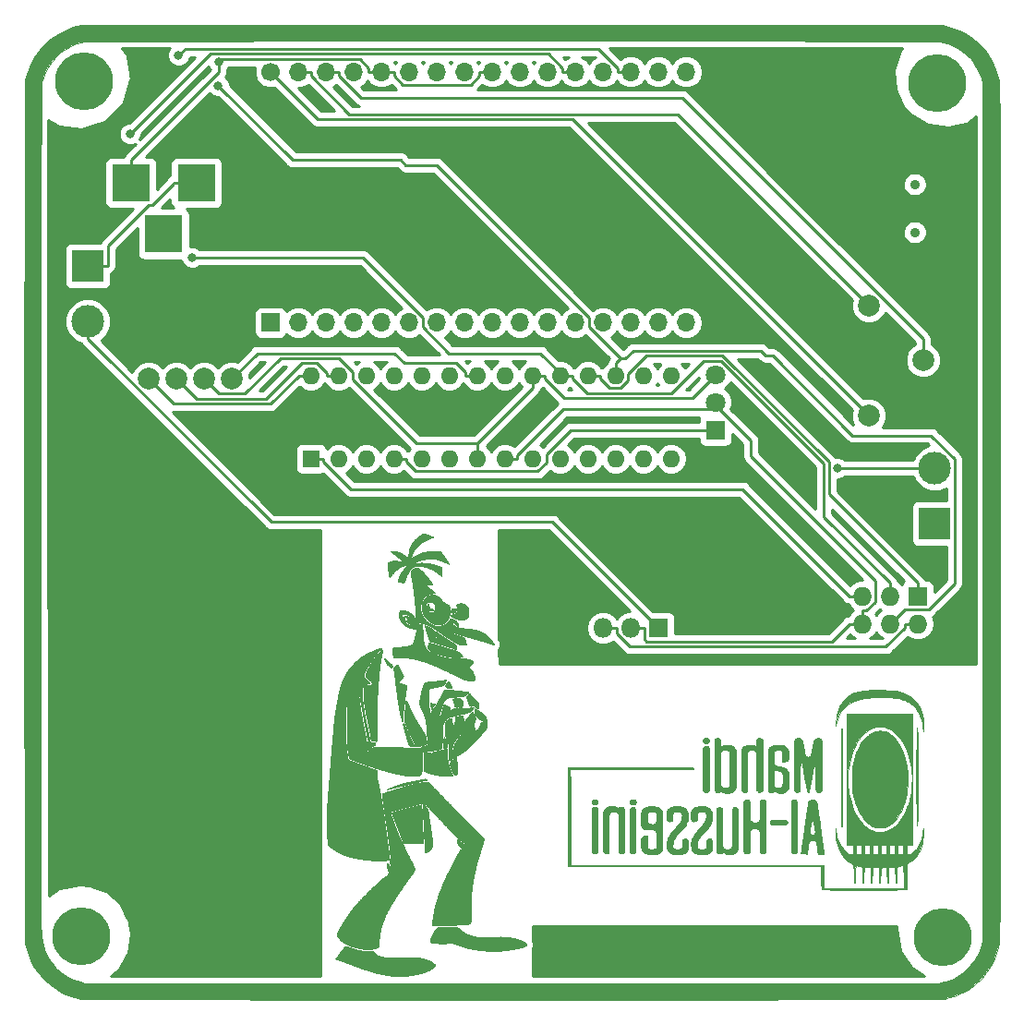
<source format=gbr>
G04 #@! TF.GenerationSoftware,KiCad,Pcbnew,(5.0.2)-1*
G04 #@! TF.CreationDate,2019-08-24T11:33:58-04:00*
G04 #@! TF.ProjectId,doof_PCB,646f6f66-5f50-4434-922e-6b696361645f,rev?*
G04 #@! TF.SameCoordinates,Original*
G04 #@! TF.FileFunction,Copper,L2,Bot*
G04 #@! TF.FilePolarity,Positive*
%FSLAX46Y46*%
G04 Gerber Fmt 4.6, Leading zero omitted, Abs format (unit mm)*
G04 Created by KiCad (PCBNEW (5.0.2)-1) date 8/24/2019 11:33:58 AM*
%MOMM*%
%LPD*%
G01*
G04 APERTURE LIST*
G04 #@! TA.AperFunction,EtchedComponent*
%ADD10C,0.010000*%
G04 #@! TD*
G04 #@! TA.AperFunction,ComponentPad*
%ADD11C,2.000000*%
G04 #@! TD*
G04 #@! TA.AperFunction,WasherPad*
%ADD12C,5.300000*%
G04 #@! TD*
G04 #@! TA.AperFunction,ComponentPad*
%ADD13R,3.500000X3.500000*%
G04 #@! TD*
G04 #@! TA.AperFunction,ComponentPad*
%ADD14R,1.727200X1.727200*%
G04 #@! TD*
G04 #@! TA.AperFunction,ComponentPad*
%ADD15O,1.727200X1.727200*%
G04 #@! TD*
G04 #@! TA.AperFunction,ComponentPad*
%ADD16C,0.909320*%
G04 #@! TD*
G04 #@! TA.AperFunction,ComponentPad*
%ADD17C,3.000000*%
G04 #@! TD*
G04 #@! TA.AperFunction,ComponentPad*
%ADD18R,3.000000X3.000000*%
G04 #@! TD*
G04 #@! TA.AperFunction,ComponentPad*
%ADD19C,1.800000*%
G04 #@! TD*
G04 #@! TA.AperFunction,ComponentPad*
%ADD20R,1.800000X1.800000*%
G04 #@! TD*
G04 #@! TA.AperFunction,ComponentPad*
%ADD21O,1.700000X1.700000*%
G04 #@! TD*
G04 #@! TA.AperFunction,ComponentPad*
%ADD22C,1.700000*%
G04 #@! TD*
G04 #@! TA.AperFunction,ComponentPad*
%ADD23R,1.700000X1.700000*%
G04 #@! TD*
G04 #@! TA.AperFunction,ComponentPad*
%ADD24O,1.800000X1.800000*%
G04 #@! TD*
G04 #@! TA.AperFunction,ComponentPad*
%ADD25R,1.600000X1.600000*%
G04 #@! TD*
G04 #@! TA.AperFunction,ComponentPad*
%ADD26O,1.600000X1.600000*%
G04 #@! TD*
G04 #@! TA.AperFunction,ViaPad*
%ADD27C,0.800000*%
G04 #@! TD*
G04 #@! TA.AperFunction,Conductor*
%ADD28C,0.250000*%
G04 #@! TD*
G04 #@! TA.AperFunction,NonConductor*
%ADD29C,0.254000*%
G04 #@! TD*
G04 APERTURE END LIST*
D10*
G04 #@! TO.C,G_CU_B*
G36*
X146422771Y-113961003D02*
X148681055Y-113960988D01*
X150845657Y-113960957D01*
X152918583Y-113960905D01*
X154901838Y-113960829D01*
X156797428Y-113960722D01*
X158607359Y-113960582D01*
X160333635Y-113960403D01*
X161978262Y-113960180D01*
X163543246Y-113959909D01*
X165030592Y-113959585D01*
X166442305Y-113959204D01*
X167780390Y-113958761D01*
X169046854Y-113958252D01*
X170243702Y-113957671D01*
X171372938Y-113957015D01*
X172436569Y-113956278D01*
X173436600Y-113955456D01*
X174375036Y-113954545D01*
X175253883Y-113953540D01*
X176075145Y-113952435D01*
X176840830Y-113951228D01*
X177552941Y-113949912D01*
X178213485Y-113948483D01*
X178824467Y-113946938D01*
X179387892Y-113945270D01*
X179905765Y-113943476D01*
X180380093Y-113941551D01*
X180812880Y-113939490D01*
X181206132Y-113937289D01*
X181561854Y-113934943D01*
X181882052Y-113932448D01*
X182168732Y-113929798D01*
X182423898Y-113926990D01*
X182649556Y-113924018D01*
X182847711Y-113920878D01*
X183020369Y-113917566D01*
X183169536Y-113914077D01*
X183297216Y-113910405D01*
X183405416Y-113906548D01*
X183496140Y-113902499D01*
X183571394Y-113898255D01*
X183633183Y-113893810D01*
X183683513Y-113889161D01*
X183724390Y-113884302D01*
X183757818Y-113879229D01*
X183785803Y-113873937D01*
X183805147Y-113869654D01*
X184589425Y-113640354D01*
X185316369Y-113332219D01*
X185987488Y-112944396D01*
X186604289Y-112476036D01*
X187082343Y-112018889D01*
X187568155Y-111442758D01*
X187971915Y-110826161D01*
X188297844Y-110160770D01*
X188550162Y-109438261D01*
X188698442Y-108830389D01*
X188703785Y-108801801D01*
X188708909Y-108768341D01*
X188713821Y-108727996D01*
X188718523Y-108678755D01*
X188723021Y-108618607D01*
X188727320Y-108545538D01*
X188731423Y-108457539D01*
X188735336Y-108352596D01*
X188739062Y-108228699D01*
X188742607Y-108083835D01*
X188745975Y-107915993D01*
X188749170Y-107723160D01*
X188752197Y-107503326D01*
X188755061Y-107254479D01*
X188757766Y-106974606D01*
X188760316Y-106661696D01*
X188762716Y-106313738D01*
X188764971Y-105928719D01*
X188767085Y-105504628D01*
X188769063Y-105039453D01*
X188770908Y-104531182D01*
X188772627Y-103977804D01*
X188774223Y-103377307D01*
X188775700Y-102727679D01*
X188777064Y-102026909D01*
X188778318Y-101272984D01*
X188779468Y-100463893D01*
X188780518Y-99597624D01*
X188781472Y-98672166D01*
X188782335Y-97685506D01*
X188783111Y-96635633D01*
X188783806Y-95520536D01*
X188784423Y-94338202D01*
X188784967Y-93086619D01*
X188785442Y-91763777D01*
X188785854Y-90367663D01*
X188786206Y-88896266D01*
X188786503Y-87347573D01*
X188786750Y-85719574D01*
X188786951Y-84010256D01*
X188787110Y-82217607D01*
X188787233Y-80339616D01*
X188787324Y-78374272D01*
X188787387Y-76319562D01*
X188787426Y-74173474D01*
X188787447Y-71933997D01*
X188787454Y-69599120D01*
X188787454Y-69266776D01*
X188787449Y-66918288D01*
X188787430Y-64665480D01*
X188787392Y-62506342D01*
X188787331Y-60438861D01*
X188787243Y-58461027D01*
X188787124Y-56570828D01*
X188786967Y-54766253D01*
X188786770Y-53045289D01*
X188786528Y-51405927D01*
X188786235Y-49846153D01*
X188785888Y-48363957D01*
X188785482Y-46957328D01*
X188785013Y-45624253D01*
X188784476Y-44362722D01*
X188783866Y-43170722D01*
X188783179Y-42046243D01*
X188782411Y-40987273D01*
X188781557Y-39991800D01*
X188780613Y-39057814D01*
X188779573Y-38183302D01*
X188778434Y-37366253D01*
X188777191Y-36604656D01*
X188775839Y-35896499D01*
X188774375Y-35239771D01*
X188772793Y-34632460D01*
X188771089Y-34072555D01*
X188769258Y-33558044D01*
X188767296Y-33086916D01*
X188765199Y-32657160D01*
X188762962Y-32266764D01*
X188760580Y-31913716D01*
X188758049Y-31596005D01*
X188755365Y-31311620D01*
X188752522Y-31058550D01*
X188749517Y-30834781D01*
X188746345Y-30638305D01*
X188743001Y-30467108D01*
X188739481Y-30319179D01*
X188735780Y-30192507D01*
X188731894Y-30085081D01*
X188727819Y-29994888D01*
X188723550Y-29919918D01*
X188719082Y-29858159D01*
X188714410Y-29807600D01*
X188709531Y-29766229D01*
X188704440Y-29732034D01*
X188699133Y-29703005D01*
X188698809Y-29701392D01*
X188496011Y-28927911D01*
X188211531Y-28200676D01*
X187850336Y-27524575D01*
X187417393Y-26904496D01*
X186917672Y-26345327D01*
X186356138Y-25851955D01*
X185737759Y-25429269D01*
X185067503Y-25082156D01*
X184350338Y-24815504D01*
X183591231Y-24634201D01*
X183540097Y-24625410D01*
X183506349Y-24620745D01*
X183460531Y-24616270D01*
X183400656Y-24611983D01*
X183324740Y-24607881D01*
X183230798Y-24603959D01*
X183116844Y-24600214D01*
X182980895Y-24596642D01*
X182820964Y-24593239D01*
X182635068Y-24590003D01*
X182421220Y-24586929D01*
X182177436Y-24584013D01*
X181901732Y-24581253D01*
X181592121Y-24578644D01*
X181246620Y-24576183D01*
X180863243Y-24573866D01*
X180440005Y-24571689D01*
X179974921Y-24569649D01*
X179466007Y-24567743D01*
X178911276Y-24565966D01*
X178308745Y-24564316D01*
X177656429Y-24562787D01*
X176952342Y-24561378D01*
X176194499Y-24560083D01*
X175380915Y-24558900D01*
X174509606Y-24557825D01*
X173578587Y-24556854D01*
X172585872Y-24555984D01*
X171529477Y-24555210D01*
X170407416Y-24554530D01*
X169217705Y-24553939D01*
X167958358Y-24553435D01*
X166627391Y-24553013D01*
X165222819Y-24552669D01*
X163742657Y-24552401D01*
X162184919Y-24552205D01*
X160547621Y-24552076D01*
X158828778Y-24552011D01*
X157026405Y-24552007D01*
X155138517Y-24552061D01*
X153163128Y-24552167D01*
X151098255Y-24552323D01*
X148941912Y-24552525D01*
X146692113Y-24552770D01*
X144346875Y-24553053D01*
X144023558Y-24553094D01*
X141641190Y-24553416D01*
X139354608Y-24553764D01*
X137161903Y-24554143D01*
X135061170Y-24554556D01*
X133050500Y-24555006D01*
X131127988Y-24555497D01*
X129291725Y-24556033D01*
X127539806Y-24556616D01*
X125870321Y-24557252D01*
X124281366Y-24557943D01*
X122771032Y-24558692D01*
X121337413Y-24559505D01*
X119978601Y-24560383D01*
X118692689Y-24561330D01*
X117477771Y-24562351D01*
X116331939Y-24563448D01*
X115253286Y-24564626D01*
X114239905Y-24565887D01*
X113289889Y-24567236D01*
X112401331Y-24568676D01*
X111572324Y-24570210D01*
X110800961Y-24571842D01*
X110085335Y-24573576D01*
X109423538Y-24575415D01*
X108813663Y-24577362D01*
X108253804Y-24579422D01*
X107742054Y-24581598D01*
X107276505Y-24583893D01*
X106855250Y-24586312D01*
X106476382Y-24588857D01*
X106137994Y-24591532D01*
X105838180Y-24594340D01*
X105575031Y-24597286D01*
X105346642Y-24600373D01*
X105151104Y-24603604D01*
X104986511Y-24606983D01*
X104850955Y-24610514D01*
X104742531Y-24614199D01*
X104659329Y-24618044D01*
X104599445Y-24622050D01*
X104560969Y-24626222D01*
X104556987Y-24626853D01*
X103821950Y-24798988D01*
X103109999Y-25062965D01*
X102430753Y-25413866D01*
X101793832Y-25846773D01*
X101248047Y-26318531D01*
X100719020Y-26894344D01*
X100274194Y-27517681D01*
X99912086Y-28191283D01*
X99631214Y-28917892D01*
X99436582Y-29668068D01*
X99431394Y-29696467D01*
X99426418Y-29731042D01*
X99421648Y-29773802D01*
X99417081Y-29826751D01*
X99412713Y-29891898D01*
X99408537Y-29971248D01*
X99404552Y-30066808D01*
X99400751Y-30180585D01*
X99397131Y-30314586D01*
X99393687Y-30470816D01*
X99390416Y-30651282D01*
X99387311Y-30857992D01*
X99384370Y-31092952D01*
X99381587Y-31358168D01*
X99378959Y-31655646D01*
X99376481Y-31987395D01*
X99374148Y-32355419D01*
X99371957Y-32761726D01*
X99369903Y-33208323D01*
X99367980Y-33697215D01*
X99366186Y-34230410D01*
X99364516Y-34809915D01*
X99362965Y-35437734D01*
X99361529Y-36115877D01*
X99360204Y-36846348D01*
X99358984Y-37631154D01*
X99357867Y-38472303D01*
X99356846Y-39371801D01*
X99355919Y-40331654D01*
X99355081Y-41353869D01*
X99354327Y-42440452D01*
X99353652Y-43593411D01*
X99353054Y-44814751D01*
X99352526Y-46106480D01*
X99352065Y-47470604D01*
X99351667Y-48909129D01*
X99351326Y-50424062D01*
X99351039Y-52017410D01*
X99350802Y-53691180D01*
X99350609Y-55447377D01*
X99350457Y-57288010D01*
X99350340Y-59215083D01*
X99350256Y-61230604D01*
X99350199Y-63336579D01*
X99350165Y-65535016D01*
X99350149Y-67827920D01*
X99350147Y-69266776D01*
X99350153Y-71618007D01*
X99350175Y-73873551D01*
X99350218Y-76035416D01*
X99350286Y-78105609D01*
X99350382Y-80086136D01*
X99350512Y-81979004D01*
X99350680Y-83786218D01*
X99350890Y-85509787D01*
X99351018Y-86336012D01*
X100846695Y-86336012D01*
X100846755Y-84359971D01*
X100846959Y-82291542D01*
X100847307Y-80129922D01*
X100847798Y-77874313D01*
X100848432Y-75523912D01*
X100849207Y-73077920D01*
X100850123Y-70535536D01*
X100850766Y-68900430D01*
X100851718Y-66564835D01*
X100852644Y-64324914D01*
X100853551Y-62178648D01*
X100854444Y-60124019D01*
X100855329Y-58159007D01*
X100856210Y-56281595D01*
X100857094Y-54489764D01*
X100857984Y-52781496D01*
X100858888Y-51154771D01*
X100859811Y-49607571D01*
X100860756Y-48137878D01*
X100861732Y-46743674D01*
X100862741Y-45422939D01*
X100863791Y-44173654D01*
X100864886Y-42993803D01*
X100866031Y-41881365D01*
X100867233Y-40834322D01*
X100868496Y-39850657D01*
X100869826Y-38928349D01*
X100871228Y-38065381D01*
X100872708Y-37259735D01*
X100874272Y-36509390D01*
X100875923Y-35812330D01*
X100877669Y-35166535D01*
X100879514Y-34569987D01*
X100881463Y-34020667D01*
X100883523Y-33516557D01*
X100885698Y-33055638D01*
X100887994Y-32635892D01*
X100890416Y-32255299D01*
X100892970Y-31911842D01*
X100895660Y-31603502D01*
X100898494Y-31328261D01*
X100901475Y-31084099D01*
X100904609Y-30868998D01*
X100907902Y-30680940D01*
X100911359Y-30517906D01*
X100914986Y-30377878D01*
X100918787Y-30258837D01*
X100922769Y-30158764D01*
X100926936Y-30075641D01*
X100931294Y-30007449D01*
X100935849Y-29952170D01*
X100940605Y-29907785D01*
X100945569Y-29872275D01*
X100950745Y-29843623D01*
X100955230Y-29823507D01*
X101163860Y-29156248D01*
X101451265Y-28539241D01*
X101811812Y-27977909D01*
X102239864Y-27477674D01*
X102729786Y-27043958D01*
X103275944Y-26682185D01*
X103872701Y-26397775D01*
X104514422Y-26196152D01*
X104783789Y-26139653D01*
X104857747Y-26135090D01*
X105026552Y-26130656D01*
X105287357Y-26126350D01*
X105637318Y-26122173D01*
X106073588Y-26118124D01*
X106593322Y-26114203D01*
X107193675Y-26110412D01*
X107871800Y-26106750D01*
X108624852Y-26103217D01*
X109449985Y-26099813D01*
X110344354Y-26096540D01*
X111305113Y-26093396D01*
X112329416Y-26090383D01*
X113414417Y-26087500D01*
X114557272Y-26084748D01*
X115755134Y-26082126D01*
X117005157Y-26079635D01*
X118304497Y-26077276D01*
X119650307Y-26075048D01*
X121039741Y-26072951D01*
X122469955Y-26070987D01*
X123938102Y-26069154D01*
X125441336Y-26067454D01*
X126976813Y-26065886D01*
X128541686Y-26064450D01*
X130133109Y-26063148D01*
X131748238Y-26061978D01*
X133384225Y-26060942D01*
X135038227Y-26060039D01*
X136707397Y-26059270D01*
X138388889Y-26058634D01*
X140079857Y-26058133D01*
X141777457Y-26057766D01*
X143478842Y-26057533D01*
X145181167Y-26057435D01*
X146881586Y-26057472D01*
X148577254Y-26057643D01*
X150265324Y-26057951D01*
X151942951Y-26058393D01*
X153607290Y-26058971D01*
X155255494Y-26059685D01*
X156884718Y-26060535D01*
X158492117Y-26061522D01*
X160074845Y-26062645D01*
X161630056Y-26063904D01*
X163154904Y-26065301D01*
X164646544Y-26066834D01*
X166102130Y-26068505D01*
X167518817Y-26070313D01*
X168893758Y-26072259D01*
X170224109Y-26074343D01*
X171507023Y-26076565D01*
X172739655Y-26078925D01*
X173919159Y-26081424D01*
X175042689Y-26084062D01*
X176107400Y-26086838D01*
X177110447Y-26089754D01*
X178048983Y-26092808D01*
X178920163Y-26096003D01*
X179721141Y-26099337D01*
X180449071Y-26102811D01*
X181101109Y-26106425D01*
X181674408Y-26110180D01*
X182166122Y-26114075D01*
X182573406Y-26118110D01*
X182893414Y-26122287D01*
X183123301Y-26126605D01*
X183260221Y-26131064D01*
X183298075Y-26134049D01*
X183970567Y-26298986D01*
X184596043Y-26547859D01*
X185169987Y-26876638D01*
X185687885Y-27281296D01*
X186145223Y-27757806D01*
X186537486Y-28302140D01*
X186860160Y-28910270D01*
X187089887Y-29516918D01*
X187224377Y-29945623D01*
X187224377Y-108587930D01*
X187086839Y-109027546D01*
X186833359Y-109684655D01*
X186504152Y-110284966D01*
X186104155Y-110823721D01*
X185638304Y-111296166D01*
X185111533Y-111697545D01*
X184528780Y-112023103D01*
X183894979Y-112268083D01*
X183652600Y-112336315D01*
X183218993Y-112446776D01*
X104869762Y-112446776D01*
X104454570Y-112333404D01*
X103831876Y-112118301D01*
X103242220Y-111825650D01*
X102702438Y-111465400D01*
X102229368Y-111047503D01*
X102165174Y-110980431D01*
X101737599Y-110462959D01*
X101399158Y-109916703D01*
X101145620Y-109332216D01*
X100972752Y-108700048D01*
X100886965Y-108127033D01*
X100883493Y-108054966D01*
X100880182Y-107908924D01*
X100877032Y-107688106D01*
X100874042Y-107391713D01*
X100871212Y-107018944D01*
X100868541Y-106568998D01*
X100866027Y-106041073D01*
X100863671Y-105434371D01*
X100861471Y-104748090D01*
X100859427Y-103981429D01*
X100857538Y-103133588D01*
X100855804Y-102203766D01*
X100854223Y-101191163D01*
X100852794Y-100094977D01*
X100851518Y-98914409D01*
X100850393Y-97648658D01*
X100849419Y-96296922D01*
X100848595Y-94858403D01*
X100847920Y-93332297D01*
X100847393Y-91717806D01*
X100847014Y-90014129D01*
X100846781Y-88220464D01*
X100846695Y-86336012D01*
X99351018Y-86336012D01*
X99351146Y-87151716D01*
X99351453Y-88714013D01*
X99351816Y-90198683D01*
X99352239Y-91607733D01*
X99352725Y-92943171D01*
X99353280Y-94207002D01*
X99353908Y-95401233D01*
X99354613Y-96527870D01*
X99355400Y-97588921D01*
X99356273Y-98586392D01*
X99357236Y-99522290D01*
X99358294Y-100398620D01*
X99359451Y-101217391D01*
X99360711Y-101980607D01*
X99362080Y-102690277D01*
X99363561Y-103348406D01*
X99365158Y-103957001D01*
X99366876Y-104518069D01*
X99368720Y-105033617D01*
X99370694Y-105505650D01*
X99372802Y-105936176D01*
X99375048Y-106327201D01*
X99377437Y-106680731D01*
X99379974Y-106998775D01*
X99382662Y-107283337D01*
X99385507Y-107536424D01*
X99388511Y-107760044D01*
X99391681Y-107956202D01*
X99395020Y-108126906D01*
X99398532Y-108274162D01*
X99402223Y-108399976D01*
X99406096Y-108506356D01*
X99410155Y-108595307D01*
X99414406Y-108668837D01*
X99418852Y-108728951D01*
X99423498Y-108777658D01*
X99428348Y-108816962D01*
X99433407Y-108848871D01*
X99436582Y-108865485D01*
X99638413Y-109640288D01*
X99917330Y-110356993D01*
X100276040Y-111020840D01*
X100717253Y-111637071D01*
X101080702Y-112047131D01*
X101642519Y-112570936D01*
X102241189Y-113010292D01*
X102886119Y-113370472D01*
X103586718Y-113656750D01*
X104332454Y-113869768D01*
X104357611Y-113875227D01*
X104386695Y-113880463D01*
X104421712Y-113885483D01*
X104464667Y-113890289D01*
X104517566Y-113894888D01*
X104582414Y-113899282D01*
X104661217Y-113903478D01*
X104755979Y-113907480D01*
X104868706Y-113911291D01*
X105001403Y-113914918D01*
X105156076Y-113918363D01*
X105334731Y-113921633D01*
X105539371Y-113924732D01*
X105772004Y-113927664D01*
X106034634Y-113930434D01*
X106329266Y-113933046D01*
X106657906Y-113935505D01*
X107022559Y-113937816D01*
X107425231Y-113939983D01*
X107867927Y-113942011D01*
X108352652Y-113943905D01*
X108881411Y-113945668D01*
X109456211Y-113947306D01*
X110079055Y-113948824D01*
X110751951Y-113950226D01*
X111476902Y-113951516D01*
X112255915Y-113952699D01*
X113090995Y-113953779D01*
X113984146Y-113954763D01*
X114937375Y-113955653D01*
X115952687Y-113956454D01*
X117032087Y-113957172D01*
X118177580Y-113957810D01*
X119391172Y-113958374D01*
X120674868Y-113958868D01*
X122030674Y-113959296D01*
X123460594Y-113959664D01*
X124966635Y-113959975D01*
X126550801Y-113960235D01*
X128215098Y-113960447D01*
X129961532Y-113960617D01*
X131792107Y-113960750D01*
X133708829Y-113960849D01*
X135713703Y-113960919D01*
X137808735Y-113960966D01*
X139995930Y-113960993D01*
X142277293Y-113961005D01*
X144068800Y-113961007D01*
X146422771Y-113961003D01*
X146422771Y-113961003D01*
G37*
X146422771Y-113961003D02*
X148681055Y-113960988D01*
X150845657Y-113960957D01*
X152918583Y-113960905D01*
X154901838Y-113960829D01*
X156797428Y-113960722D01*
X158607359Y-113960582D01*
X160333635Y-113960403D01*
X161978262Y-113960180D01*
X163543246Y-113959909D01*
X165030592Y-113959585D01*
X166442305Y-113959204D01*
X167780390Y-113958761D01*
X169046854Y-113958252D01*
X170243702Y-113957671D01*
X171372938Y-113957015D01*
X172436569Y-113956278D01*
X173436600Y-113955456D01*
X174375036Y-113954545D01*
X175253883Y-113953540D01*
X176075145Y-113952435D01*
X176840830Y-113951228D01*
X177552941Y-113949912D01*
X178213485Y-113948483D01*
X178824467Y-113946938D01*
X179387892Y-113945270D01*
X179905765Y-113943476D01*
X180380093Y-113941551D01*
X180812880Y-113939490D01*
X181206132Y-113937289D01*
X181561854Y-113934943D01*
X181882052Y-113932448D01*
X182168732Y-113929798D01*
X182423898Y-113926990D01*
X182649556Y-113924018D01*
X182847711Y-113920878D01*
X183020369Y-113917566D01*
X183169536Y-113914077D01*
X183297216Y-113910405D01*
X183405416Y-113906548D01*
X183496140Y-113902499D01*
X183571394Y-113898255D01*
X183633183Y-113893810D01*
X183683513Y-113889161D01*
X183724390Y-113884302D01*
X183757818Y-113879229D01*
X183785803Y-113873937D01*
X183805147Y-113869654D01*
X184589425Y-113640354D01*
X185316369Y-113332219D01*
X185987488Y-112944396D01*
X186604289Y-112476036D01*
X187082343Y-112018889D01*
X187568155Y-111442758D01*
X187971915Y-110826161D01*
X188297844Y-110160770D01*
X188550162Y-109438261D01*
X188698442Y-108830389D01*
X188703785Y-108801801D01*
X188708909Y-108768341D01*
X188713821Y-108727996D01*
X188718523Y-108678755D01*
X188723021Y-108618607D01*
X188727320Y-108545538D01*
X188731423Y-108457539D01*
X188735336Y-108352596D01*
X188739062Y-108228699D01*
X188742607Y-108083835D01*
X188745975Y-107915993D01*
X188749170Y-107723160D01*
X188752197Y-107503326D01*
X188755061Y-107254479D01*
X188757766Y-106974606D01*
X188760316Y-106661696D01*
X188762716Y-106313738D01*
X188764971Y-105928719D01*
X188767085Y-105504628D01*
X188769063Y-105039453D01*
X188770908Y-104531182D01*
X188772627Y-103977804D01*
X188774223Y-103377307D01*
X188775700Y-102727679D01*
X188777064Y-102026909D01*
X188778318Y-101272984D01*
X188779468Y-100463893D01*
X188780518Y-99597624D01*
X188781472Y-98672166D01*
X188782335Y-97685506D01*
X188783111Y-96635633D01*
X188783806Y-95520536D01*
X188784423Y-94338202D01*
X188784967Y-93086619D01*
X188785442Y-91763777D01*
X188785854Y-90367663D01*
X188786206Y-88896266D01*
X188786503Y-87347573D01*
X188786750Y-85719574D01*
X188786951Y-84010256D01*
X188787110Y-82217607D01*
X188787233Y-80339616D01*
X188787324Y-78374272D01*
X188787387Y-76319562D01*
X188787426Y-74173474D01*
X188787447Y-71933997D01*
X188787454Y-69599120D01*
X188787454Y-69266776D01*
X188787449Y-66918288D01*
X188787430Y-64665480D01*
X188787392Y-62506342D01*
X188787331Y-60438861D01*
X188787243Y-58461027D01*
X188787124Y-56570828D01*
X188786967Y-54766253D01*
X188786770Y-53045289D01*
X188786528Y-51405927D01*
X188786235Y-49846153D01*
X188785888Y-48363957D01*
X188785482Y-46957328D01*
X188785013Y-45624253D01*
X188784476Y-44362722D01*
X188783866Y-43170722D01*
X188783179Y-42046243D01*
X188782411Y-40987273D01*
X188781557Y-39991800D01*
X188780613Y-39057814D01*
X188779573Y-38183302D01*
X188778434Y-37366253D01*
X188777191Y-36604656D01*
X188775839Y-35896499D01*
X188774375Y-35239771D01*
X188772793Y-34632460D01*
X188771089Y-34072555D01*
X188769258Y-33558044D01*
X188767296Y-33086916D01*
X188765199Y-32657160D01*
X188762962Y-32266764D01*
X188760580Y-31913716D01*
X188758049Y-31596005D01*
X188755365Y-31311620D01*
X188752522Y-31058550D01*
X188749517Y-30834781D01*
X188746345Y-30638305D01*
X188743001Y-30467108D01*
X188739481Y-30319179D01*
X188735780Y-30192507D01*
X188731894Y-30085081D01*
X188727819Y-29994888D01*
X188723550Y-29919918D01*
X188719082Y-29858159D01*
X188714410Y-29807600D01*
X188709531Y-29766229D01*
X188704440Y-29732034D01*
X188699133Y-29703005D01*
X188698809Y-29701392D01*
X188496011Y-28927911D01*
X188211531Y-28200676D01*
X187850336Y-27524575D01*
X187417393Y-26904496D01*
X186917672Y-26345327D01*
X186356138Y-25851955D01*
X185737759Y-25429269D01*
X185067503Y-25082156D01*
X184350338Y-24815504D01*
X183591231Y-24634201D01*
X183540097Y-24625410D01*
X183506349Y-24620745D01*
X183460531Y-24616270D01*
X183400656Y-24611983D01*
X183324740Y-24607881D01*
X183230798Y-24603959D01*
X183116844Y-24600214D01*
X182980895Y-24596642D01*
X182820964Y-24593239D01*
X182635068Y-24590003D01*
X182421220Y-24586929D01*
X182177436Y-24584013D01*
X181901732Y-24581253D01*
X181592121Y-24578644D01*
X181246620Y-24576183D01*
X180863243Y-24573866D01*
X180440005Y-24571689D01*
X179974921Y-24569649D01*
X179466007Y-24567743D01*
X178911276Y-24565966D01*
X178308745Y-24564316D01*
X177656429Y-24562787D01*
X176952342Y-24561378D01*
X176194499Y-24560083D01*
X175380915Y-24558900D01*
X174509606Y-24557825D01*
X173578587Y-24556854D01*
X172585872Y-24555984D01*
X171529477Y-24555210D01*
X170407416Y-24554530D01*
X169217705Y-24553939D01*
X167958358Y-24553435D01*
X166627391Y-24553013D01*
X165222819Y-24552669D01*
X163742657Y-24552401D01*
X162184919Y-24552205D01*
X160547621Y-24552076D01*
X158828778Y-24552011D01*
X157026405Y-24552007D01*
X155138517Y-24552061D01*
X153163128Y-24552167D01*
X151098255Y-24552323D01*
X148941912Y-24552525D01*
X146692113Y-24552770D01*
X144346875Y-24553053D01*
X144023558Y-24553094D01*
X141641190Y-24553416D01*
X139354608Y-24553764D01*
X137161903Y-24554143D01*
X135061170Y-24554556D01*
X133050500Y-24555006D01*
X131127988Y-24555497D01*
X129291725Y-24556033D01*
X127539806Y-24556616D01*
X125870321Y-24557252D01*
X124281366Y-24557943D01*
X122771032Y-24558692D01*
X121337413Y-24559505D01*
X119978601Y-24560383D01*
X118692689Y-24561330D01*
X117477771Y-24562351D01*
X116331939Y-24563448D01*
X115253286Y-24564626D01*
X114239905Y-24565887D01*
X113289889Y-24567236D01*
X112401331Y-24568676D01*
X111572324Y-24570210D01*
X110800961Y-24571842D01*
X110085335Y-24573576D01*
X109423538Y-24575415D01*
X108813663Y-24577362D01*
X108253804Y-24579422D01*
X107742054Y-24581598D01*
X107276505Y-24583893D01*
X106855250Y-24586312D01*
X106476382Y-24588857D01*
X106137994Y-24591532D01*
X105838180Y-24594340D01*
X105575031Y-24597286D01*
X105346642Y-24600373D01*
X105151104Y-24603604D01*
X104986511Y-24606983D01*
X104850955Y-24610514D01*
X104742531Y-24614199D01*
X104659329Y-24618044D01*
X104599445Y-24622050D01*
X104560969Y-24626222D01*
X104556987Y-24626853D01*
X103821950Y-24798988D01*
X103109999Y-25062965D01*
X102430753Y-25413866D01*
X101793832Y-25846773D01*
X101248047Y-26318531D01*
X100719020Y-26894344D01*
X100274194Y-27517681D01*
X99912086Y-28191283D01*
X99631214Y-28917892D01*
X99436582Y-29668068D01*
X99431394Y-29696467D01*
X99426418Y-29731042D01*
X99421648Y-29773802D01*
X99417081Y-29826751D01*
X99412713Y-29891898D01*
X99408537Y-29971248D01*
X99404552Y-30066808D01*
X99400751Y-30180585D01*
X99397131Y-30314586D01*
X99393687Y-30470816D01*
X99390416Y-30651282D01*
X99387311Y-30857992D01*
X99384370Y-31092952D01*
X99381587Y-31358168D01*
X99378959Y-31655646D01*
X99376481Y-31987395D01*
X99374148Y-32355419D01*
X99371957Y-32761726D01*
X99369903Y-33208323D01*
X99367980Y-33697215D01*
X99366186Y-34230410D01*
X99364516Y-34809915D01*
X99362965Y-35437734D01*
X99361529Y-36115877D01*
X99360204Y-36846348D01*
X99358984Y-37631154D01*
X99357867Y-38472303D01*
X99356846Y-39371801D01*
X99355919Y-40331654D01*
X99355081Y-41353869D01*
X99354327Y-42440452D01*
X99353652Y-43593411D01*
X99353054Y-44814751D01*
X99352526Y-46106480D01*
X99352065Y-47470604D01*
X99351667Y-48909129D01*
X99351326Y-50424062D01*
X99351039Y-52017410D01*
X99350802Y-53691180D01*
X99350609Y-55447377D01*
X99350457Y-57288010D01*
X99350340Y-59215083D01*
X99350256Y-61230604D01*
X99350199Y-63336579D01*
X99350165Y-65535016D01*
X99350149Y-67827920D01*
X99350147Y-69266776D01*
X99350153Y-71618007D01*
X99350175Y-73873551D01*
X99350218Y-76035416D01*
X99350286Y-78105609D01*
X99350382Y-80086136D01*
X99350512Y-81979004D01*
X99350680Y-83786218D01*
X99350890Y-85509787D01*
X99351018Y-86336012D01*
X100846695Y-86336012D01*
X100846755Y-84359971D01*
X100846959Y-82291542D01*
X100847307Y-80129922D01*
X100847798Y-77874313D01*
X100848432Y-75523912D01*
X100849207Y-73077920D01*
X100850123Y-70535536D01*
X100850766Y-68900430D01*
X100851718Y-66564835D01*
X100852644Y-64324914D01*
X100853551Y-62178648D01*
X100854444Y-60124019D01*
X100855329Y-58159007D01*
X100856210Y-56281595D01*
X100857094Y-54489764D01*
X100857984Y-52781496D01*
X100858888Y-51154771D01*
X100859811Y-49607571D01*
X100860756Y-48137878D01*
X100861732Y-46743674D01*
X100862741Y-45422939D01*
X100863791Y-44173654D01*
X100864886Y-42993803D01*
X100866031Y-41881365D01*
X100867233Y-40834322D01*
X100868496Y-39850657D01*
X100869826Y-38928349D01*
X100871228Y-38065381D01*
X100872708Y-37259735D01*
X100874272Y-36509390D01*
X100875923Y-35812330D01*
X100877669Y-35166535D01*
X100879514Y-34569987D01*
X100881463Y-34020667D01*
X100883523Y-33516557D01*
X100885698Y-33055638D01*
X100887994Y-32635892D01*
X100890416Y-32255299D01*
X100892970Y-31911842D01*
X100895660Y-31603502D01*
X100898494Y-31328261D01*
X100901475Y-31084099D01*
X100904609Y-30868998D01*
X100907902Y-30680940D01*
X100911359Y-30517906D01*
X100914986Y-30377878D01*
X100918787Y-30258837D01*
X100922769Y-30158764D01*
X100926936Y-30075641D01*
X100931294Y-30007449D01*
X100935849Y-29952170D01*
X100940605Y-29907785D01*
X100945569Y-29872275D01*
X100950745Y-29843623D01*
X100955230Y-29823507D01*
X101163860Y-29156248D01*
X101451265Y-28539241D01*
X101811812Y-27977909D01*
X102239864Y-27477674D01*
X102729786Y-27043958D01*
X103275944Y-26682185D01*
X103872701Y-26397775D01*
X104514422Y-26196152D01*
X104783789Y-26139653D01*
X104857747Y-26135090D01*
X105026552Y-26130656D01*
X105287357Y-26126350D01*
X105637318Y-26122173D01*
X106073588Y-26118124D01*
X106593322Y-26114203D01*
X107193675Y-26110412D01*
X107871800Y-26106750D01*
X108624852Y-26103217D01*
X109449985Y-26099813D01*
X110344354Y-26096540D01*
X111305113Y-26093396D01*
X112329416Y-26090383D01*
X113414417Y-26087500D01*
X114557272Y-26084748D01*
X115755134Y-26082126D01*
X117005157Y-26079635D01*
X118304497Y-26077276D01*
X119650307Y-26075048D01*
X121039741Y-26072951D01*
X122469955Y-26070987D01*
X123938102Y-26069154D01*
X125441336Y-26067454D01*
X126976813Y-26065886D01*
X128541686Y-26064450D01*
X130133109Y-26063148D01*
X131748238Y-26061978D01*
X133384225Y-26060942D01*
X135038227Y-26060039D01*
X136707397Y-26059270D01*
X138388889Y-26058634D01*
X140079857Y-26058133D01*
X141777457Y-26057766D01*
X143478842Y-26057533D01*
X145181167Y-26057435D01*
X146881586Y-26057472D01*
X148577254Y-26057643D01*
X150265324Y-26057951D01*
X151942951Y-26058393D01*
X153607290Y-26058971D01*
X155255494Y-26059685D01*
X156884718Y-26060535D01*
X158492117Y-26061522D01*
X160074845Y-26062645D01*
X161630056Y-26063904D01*
X163154904Y-26065301D01*
X164646544Y-26066834D01*
X166102130Y-26068505D01*
X167518817Y-26070313D01*
X168893758Y-26072259D01*
X170224109Y-26074343D01*
X171507023Y-26076565D01*
X172739655Y-26078925D01*
X173919159Y-26081424D01*
X175042689Y-26084062D01*
X176107400Y-26086838D01*
X177110447Y-26089754D01*
X178048983Y-26092808D01*
X178920163Y-26096003D01*
X179721141Y-26099337D01*
X180449071Y-26102811D01*
X181101109Y-26106425D01*
X181674408Y-26110180D01*
X182166122Y-26114075D01*
X182573406Y-26118110D01*
X182893414Y-26122287D01*
X183123301Y-26126605D01*
X183260221Y-26131064D01*
X183298075Y-26134049D01*
X183970567Y-26298986D01*
X184596043Y-26547859D01*
X185169987Y-26876638D01*
X185687885Y-27281296D01*
X186145223Y-27757806D01*
X186537486Y-28302140D01*
X186860160Y-28910270D01*
X187089887Y-29516918D01*
X187224377Y-29945623D01*
X187224377Y-108587930D01*
X187086839Y-109027546D01*
X186833359Y-109684655D01*
X186504152Y-110284966D01*
X186104155Y-110823721D01*
X185638304Y-111296166D01*
X185111533Y-111697545D01*
X184528780Y-112023103D01*
X183894979Y-112268083D01*
X183652600Y-112336315D01*
X183218993Y-112446776D01*
X104869762Y-112446776D01*
X104454570Y-112333404D01*
X103831876Y-112118301D01*
X103242220Y-111825650D01*
X102702438Y-111465400D01*
X102229368Y-111047503D01*
X102165174Y-110980431D01*
X101737599Y-110462959D01*
X101399158Y-109916703D01*
X101145620Y-109332216D01*
X100972752Y-108700048D01*
X100886965Y-108127033D01*
X100883493Y-108054966D01*
X100880182Y-107908924D01*
X100877032Y-107688106D01*
X100874042Y-107391713D01*
X100871212Y-107018944D01*
X100868541Y-106568998D01*
X100866027Y-106041073D01*
X100863671Y-105434371D01*
X100861471Y-104748090D01*
X100859427Y-103981429D01*
X100857538Y-103133588D01*
X100855804Y-102203766D01*
X100854223Y-101191163D01*
X100852794Y-100094977D01*
X100851518Y-98914409D01*
X100850393Y-97648658D01*
X100849419Y-96296922D01*
X100848595Y-94858403D01*
X100847920Y-93332297D01*
X100847393Y-91717806D01*
X100847014Y-90014129D01*
X100846781Y-88220464D01*
X100846695Y-86336012D01*
X99351018Y-86336012D01*
X99351146Y-87151716D01*
X99351453Y-88714013D01*
X99351816Y-90198683D01*
X99352239Y-91607733D01*
X99352725Y-92943171D01*
X99353280Y-94207002D01*
X99353908Y-95401233D01*
X99354613Y-96527870D01*
X99355400Y-97588921D01*
X99356273Y-98586392D01*
X99357236Y-99522290D01*
X99358294Y-100398620D01*
X99359451Y-101217391D01*
X99360711Y-101980607D01*
X99362080Y-102690277D01*
X99363561Y-103348406D01*
X99365158Y-103957001D01*
X99366876Y-104518069D01*
X99368720Y-105033617D01*
X99370694Y-105505650D01*
X99372802Y-105936176D01*
X99375048Y-106327201D01*
X99377437Y-106680731D01*
X99379974Y-106998775D01*
X99382662Y-107283337D01*
X99385507Y-107536424D01*
X99388511Y-107760044D01*
X99391681Y-107956202D01*
X99395020Y-108126906D01*
X99398532Y-108274162D01*
X99402223Y-108399976D01*
X99406096Y-108506356D01*
X99410155Y-108595307D01*
X99414406Y-108668837D01*
X99418852Y-108728951D01*
X99423498Y-108777658D01*
X99428348Y-108816962D01*
X99433407Y-108848871D01*
X99436582Y-108865485D01*
X99638413Y-109640288D01*
X99917330Y-110356993D01*
X100276040Y-111020840D01*
X100717253Y-111637071D01*
X101080702Y-112047131D01*
X101642519Y-112570936D01*
X102241189Y-113010292D01*
X102886119Y-113370472D01*
X103586718Y-113656750D01*
X104332454Y-113869768D01*
X104357611Y-113875227D01*
X104386695Y-113880463D01*
X104421712Y-113885483D01*
X104464667Y-113890289D01*
X104517566Y-113894888D01*
X104582414Y-113899282D01*
X104661217Y-113903478D01*
X104755979Y-113907480D01*
X104868706Y-113911291D01*
X105001403Y-113914918D01*
X105156076Y-113918363D01*
X105334731Y-113921633D01*
X105539371Y-113924732D01*
X105772004Y-113927664D01*
X106034634Y-113930434D01*
X106329266Y-113933046D01*
X106657906Y-113935505D01*
X107022559Y-113937816D01*
X107425231Y-113939983D01*
X107867927Y-113942011D01*
X108352652Y-113943905D01*
X108881411Y-113945668D01*
X109456211Y-113947306D01*
X110079055Y-113948824D01*
X110751951Y-113950226D01*
X111476902Y-113951516D01*
X112255915Y-113952699D01*
X113090995Y-113953779D01*
X113984146Y-113954763D01*
X114937375Y-113955653D01*
X115952687Y-113956454D01*
X117032087Y-113957172D01*
X118177580Y-113957810D01*
X119391172Y-113958374D01*
X120674868Y-113958868D01*
X122030674Y-113959296D01*
X123460594Y-113959664D01*
X124966635Y-113959975D01*
X126550801Y-113960235D01*
X128215098Y-113960447D01*
X129961532Y-113960617D01*
X131792107Y-113960750D01*
X133708829Y-113960849D01*
X135713703Y-113960919D01*
X137808735Y-113960966D01*
X139995930Y-113960993D01*
X142277293Y-113961005D01*
X144068800Y-113961007D01*
X146422771Y-113961003D01*
G04 #@! TO.C,G08*
G36*
X128791656Y-109057368D02*
X128757523Y-109067203D01*
X128725138Y-109090947D01*
X128693726Y-109121976D01*
X128658766Y-109160330D01*
X128635187Y-109190657D01*
X128628775Y-109203622D01*
X128618267Y-109223839D01*
X128592883Y-109252339D01*
X128591874Y-109253301D01*
X128562247Y-109286903D01*
X128544747Y-109316043D01*
X128529054Y-109339444D01*
X128519219Y-109343825D01*
X128502988Y-109357005D01*
X128493051Y-109378053D01*
X128473613Y-109413450D01*
X128444357Y-109447342D01*
X128418032Y-109476990D01*
X128406544Y-109500329D01*
X128406525Y-109500924D01*
X128393818Y-109522305D01*
X128383317Y-109528352D01*
X128359872Y-109549649D01*
X128349711Y-109570020D01*
X128330693Y-109604243D01*
X128301482Y-109637842D01*
X128275276Y-109666194D01*
X128263681Y-109686782D01*
X128263650Y-109687398D01*
X128252766Y-109707621D01*
X128231900Y-109729079D01*
X128207792Y-109757539D01*
X128200150Y-109778533D01*
X128187342Y-109803181D01*
X128176338Y-109809940D01*
X128155277Y-109827927D01*
X128152525Y-109837600D01*
X128141800Y-109860428D01*
X128115875Y-109890079D01*
X128114694Y-109891182D01*
X128084365Y-109926353D01*
X128066465Y-109959004D01*
X128048030Y-109989634D01*
X128032859Y-110000672D01*
X128012178Y-110018750D01*
X128009650Y-110028100D01*
X127998925Y-110050928D01*
X127973000Y-110080579D01*
X127971819Y-110081682D01*
X127941264Y-110117422D01*
X127923125Y-110150971D01*
X127908877Y-110177909D01*
X127897456Y-110185200D01*
X127884287Y-110198061D01*
X127882650Y-110208824D01*
X127897928Y-110228403D01*
X127942075Y-110241924D01*
X127946150Y-110242603D01*
X127985832Y-110251791D01*
X128007982Y-110262435D01*
X128009650Y-110265631D01*
X128023776Y-110275411D01*
X128059531Y-110285382D01*
X128081088Y-110289217D01*
X128123608Y-110298183D01*
X128149183Y-110308576D01*
X128152525Y-110313029D01*
X128166652Y-110322945D01*
X128202410Y-110332997D01*
X128223963Y-110336842D01*
X128266484Y-110345859D01*
X128292059Y-110356379D01*
X128295400Y-110360908D01*
X128309266Y-110372310D01*
X128343390Y-110383139D01*
X128350963Y-110384684D01*
X128387578Y-110394623D01*
X128406005Y-110405634D01*
X128406525Y-110407414D01*
X128420648Y-110416855D01*
X128456398Y-110426622D01*
X128477963Y-110430432D01*
X128520492Y-110439721D01*
X128546065Y-110450925D01*
X128549400Y-110455860D01*
X128563427Y-110467301D01*
X128598485Y-110478038D01*
X128612900Y-110480728D01*
X128652577Y-110489739D01*
X128674729Y-110499944D01*
X128676400Y-110502962D01*
X128690257Y-110513521D01*
X128724363Y-110523925D01*
X128731963Y-110525465D01*
X128768586Y-110535668D01*
X128787008Y-110547324D01*
X128787525Y-110549241D01*
X128801653Y-110559308D01*
X128837413Y-110569451D01*
X128858963Y-110573307D01*
X128901481Y-110582229D01*
X128927057Y-110592507D01*
X128930400Y-110596893D01*
X128944418Y-110607179D01*
X128979455Y-110617273D01*
X128993900Y-110619921D01*
X129033594Y-110629518D01*
X129055739Y-110641183D01*
X129057400Y-110644789D01*
X129071534Y-110655669D01*
X129107308Y-110666301D01*
X129128838Y-110670217D01*
X129171359Y-110679234D01*
X129196934Y-110689754D01*
X129200275Y-110694283D01*
X129214141Y-110705685D01*
X129248265Y-110716514D01*
X129255838Y-110718059D01*
X129292451Y-110727941D01*
X129310879Y-110738812D01*
X129311400Y-110740562D01*
X129325414Y-110750351D01*
X129360442Y-110760166D01*
X129374900Y-110762796D01*
X129414594Y-110772393D01*
X129436739Y-110784058D01*
X129438400Y-110787664D01*
X129452534Y-110798544D01*
X129488308Y-110809176D01*
X129509838Y-110813092D01*
X129552359Y-110822109D01*
X129577934Y-110832629D01*
X129581275Y-110837158D01*
X129595141Y-110848560D01*
X129629265Y-110859389D01*
X129636838Y-110860934D01*
X129673453Y-110870873D01*
X129691880Y-110881884D01*
X129692400Y-110883664D01*
X129706523Y-110893105D01*
X129742273Y-110902872D01*
X129763838Y-110906682D01*
X129806367Y-110915971D01*
X129831940Y-110927175D01*
X129835275Y-110932110D01*
X129849302Y-110943551D01*
X129884360Y-110954288D01*
X129898775Y-110956978D01*
X129938457Y-110966166D01*
X129960607Y-110976810D01*
X129962275Y-110980006D01*
X129976401Y-110989786D01*
X130012156Y-110999757D01*
X130033713Y-111003592D01*
X130076234Y-111012609D01*
X130101809Y-111023129D01*
X130105150Y-111027658D01*
X130119016Y-111039060D01*
X130153140Y-111049889D01*
X130160713Y-111051434D01*
X130197328Y-111061373D01*
X130215755Y-111072384D01*
X130216275Y-111074164D01*
X130230398Y-111083605D01*
X130266148Y-111093372D01*
X130287713Y-111097182D01*
X130330233Y-111106149D01*
X130355808Y-111116541D01*
X130359150Y-111120995D01*
X130373277Y-111130910D01*
X130409035Y-111140962D01*
X130430588Y-111144807D01*
X130473108Y-111153774D01*
X130498683Y-111164166D01*
X130502025Y-111168620D01*
X130516152Y-111178535D01*
X130551910Y-111188587D01*
X130573463Y-111192432D01*
X130615983Y-111201399D01*
X130641558Y-111211791D01*
X130644900Y-111216245D01*
X130659027Y-111226160D01*
X130694785Y-111236212D01*
X130716338Y-111240057D01*
X130758858Y-111249024D01*
X130784433Y-111259416D01*
X130787775Y-111263870D01*
X130801902Y-111273785D01*
X130837660Y-111283837D01*
X130859213Y-111287682D01*
X130901736Y-111296780D01*
X130927311Y-111307504D01*
X130930650Y-111312155D01*
X130944960Y-111321468D01*
X130981885Y-111331079D01*
X131017963Y-111336824D01*
X131065709Y-111344932D01*
X131097423Y-111354422D01*
X131105275Y-111360806D01*
X131119401Y-111370705D01*
X131155159Y-111380748D01*
X131176713Y-111384592D01*
X131219226Y-111393344D01*
X131244803Y-111403198D01*
X131248150Y-111407332D01*
X131262376Y-111416068D01*
X131298761Y-111425251D01*
X131327525Y-111429889D01*
X131372738Y-111438355D01*
X131401485Y-111448483D01*
X131406900Y-111454188D01*
X131421281Y-111463109D01*
X131458670Y-111472437D01*
X131502150Y-111479012D01*
X131552318Y-111486823D01*
X131586827Y-111495999D01*
X131597400Y-111503241D01*
X131611709Y-111512233D01*
X131648629Y-111521631D01*
X131684713Y-111527324D01*
X131732455Y-111535287D01*
X131764168Y-111544406D01*
X131772025Y-111550429D01*
X131786466Y-111558179D01*
X131824258Y-111566618D01*
X131875213Y-111573676D01*
X131927702Y-111581208D01*
X131964859Y-111590188D01*
X131978400Y-111598377D01*
X131992902Y-111606527D01*
X132031070Y-111615162D01*
X132084902Y-111622510D01*
X132089525Y-111622977D01*
X132144240Y-111630030D01*
X132183917Y-111638312D01*
X132200554Y-111646119D01*
X132200650Y-111646660D01*
X132215244Y-111653841D01*
X132254030Y-111661675D01*
X132309517Y-111668759D01*
X132327650Y-111670471D01*
X132386577Y-111677029D01*
X132430974Y-111684672D01*
X132453350Y-111692017D01*
X132454650Y-111693893D01*
X132469369Y-111700221D01*
X132508996Y-111707289D01*
X132566742Y-111714054D01*
X132609432Y-111717695D01*
X132676271Y-111723822D01*
X132730414Y-111731003D01*
X132764576Y-111738149D01*
X132772491Y-111742024D01*
X132790430Y-111747187D01*
X132834407Y-111752912D01*
X132898731Y-111758649D01*
X132977707Y-111763849D01*
X133022522Y-111766151D01*
X133106039Y-111770876D01*
X133177063Y-111776491D01*
X133230152Y-111782436D01*
X133259865Y-111788154D01*
X133264275Y-111790929D01*
X133279514Y-111794263D01*
X133322685Y-111797298D01*
X133389971Y-111799930D01*
X133477554Y-111802053D01*
X133581619Y-111803563D01*
X133698347Y-111804355D01*
X133756400Y-111804450D01*
X133877755Y-111804021D01*
X133988237Y-111802807D01*
X134084029Y-111800914D01*
X134161315Y-111798450D01*
X134216276Y-111795523D01*
X134245096Y-111792240D01*
X134248525Y-111790607D01*
X134263477Y-111785070D01*
X134304676Y-111778996D01*
X134366640Y-111772968D01*
X134443887Y-111767569D01*
X134486650Y-111765282D01*
X134569495Y-111760491D01*
X134639806Y-111754907D01*
X134692102Y-111749087D01*
X134720901Y-111743586D01*
X134724775Y-111741122D01*
X134739445Y-111734382D01*
X134778743Y-111726945D01*
X134835603Y-111719997D01*
X134867650Y-111717137D01*
X134930524Y-111710843D01*
X134979288Y-111703453D01*
X135006878Y-111696161D01*
X135010525Y-111692994D01*
X135025073Y-111685501D01*
X135063562Y-111677358D01*
X135118258Y-111670121D01*
X135129588Y-111669001D01*
X135186442Y-111662188D01*
X135228527Y-111654314D01*
X135248111Y-111646892D01*
X135248650Y-111645684D01*
X135263091Y-111637952D01*
X135300883Y-111629526D01*
X135351838Y-111622473D01*
X135404324Y-111615063D01*
X135441480Y-111606402D01*
X135455025Y-111598640D01*
X135469332Y-111589863D01*
X135506249Y-111580608D01*
X135542338Y-111574949D01*
X135590082Y-111566905D01*
X135621796Y-111557578D01*
X135629650Y-111551352D01*
X135643878Y-111542239D01*
X135680269Y-111532817D01*
X135709025Y-111528135D01*
X135754237Y-111519713D01*
X135782983Y-111509697D01*
X135788400Y-111504080D01*
X135802529Y-111493911D01*
X135838291Y-111483706D01*
X135859838Y-111479842D01*
X135902358Y-111470875D01*
X135927933Y-111460483D01*
X135931275Y-111456029D01*
X135945402Y-111446114D01*
X135981160Y-111436062D01*
X136002713Y-111432217D01*
X136045231Y-111423295D01*
X136070807Y-111413017D01*
X136074150Y-111408631D01*
X136088168Y-111398345D01*
X136123205Y-111388251D01*
X136137650Y-111385603D01*
X136177339Y-111376183D01*
X136199486Y-111364958D01*
X136201150Y-111361529D01*
X136215020Y-111349750D01*
X136249152Y-111338732D01*
X136256713Y-111337184D01*
X136293335Y-111327039D01*
X136311757Y-111315522D01*
X136312275Y-111313634D01*
X136326294Y-111303189D01*
X136361334Y-111293007D01*
X136375775Y-111290353D01*
X136415467Y-111280820D01*
X136437613Y-111269315D01*
X136439275Y-111265773D01*
X136452934Y-111252567D01*
X136485574Y-111241178D01*
X136521635Y-111226810D01*
X136540639Y-111208167D01*
X136562128Y-111187665D01*
X136573715Y-111185325D01*
X136595161Y-111177063D01*
X136598025Y-111169752D01*
X136611495Y-111154705D01*
X136637713Y-111144218D01*
X136667431Y-111131962D01*
X136677400Y-111120104D01*
X136690317Y-111107611D01*
X136701711Y-111105950D01*
X136728406Y-111093341D01*
X136734610Y-111083570D01*
X136755388Y-111062728D01*
X136781737Y-111051517D01*
X136810925Y-111038760D01*
X136820275Y-111026272D01*
X136832599Y-111011447D01*
X136838018Y-111010700D01*
X136858217Y-111000223D01*
X136891683Y-110973202D01*
X136919400Y-110947061D01*
X136955669Y-110908629D01*
X136973625Y-110879097D01*
X136978279Y-110845823D01*
X136975543Y-110805413D01*
X136955370Y-110732266D01*
X136913707Y-110670437D01*
X136856990Y-110629020D01*
X136848057Y-110625309D01*
X136824682Y-110609726D01*
X136820275Y-110600169D01*
X136806816Y-110585817D01*
X136780588Y-110575556D01*
X136750868Y-110563244D01*
X136740900Y-110551283D01*
X136727243Y-110538159D01*
X136694602Y-110526803D01*
X136658541Y-110512435D01*
X136639537Y-110493792D01*
X136618048Y-110473290D01*
X136606461Y-110470950D01*
X136585008Y-110463189D01*
X136582150Y-110456336D01*
X136568465Y-110443103D01*
X136535452Y-110431468D01*
X136534525Y-110431262D01*
X136501209Y-110420111D01*
X136486910Y-110407721D01*
X136486900Y-110407450D01*
X136473226Y-110395105D01*
X136440236Y-110383851D01*
X136439275Y-110383637D01*
X136405949Y-110372172D01*
X136391660Y-110359035D01*
X136391650Y-110358751D01*
X136377625Y-110347491D01*
X136342570Y-110336854D01*
X136328150Y-110334171D01*
X136288469Y-110324983D01*
X136266319Y-110314339D01*
X136264650Y-110311143D01*
X136250525Y-110301363D01*
X136214770Y-110291392D01*
X136193213Y-110287557D01*
X136150691Y-110278506D01*
X136125116Y-110267899D01*
X136121775Y-110263319D01*
X136107545Y-110253727D01*
X136071147Y-110244000D01*
X136042400Y-110239264D01*
X135997194Y-110231014D01*
X135968447Y-110221440D01*
X135963025Y-110216168D01*
X135948557Y-110208355D01*
X135910581Y-110199840D01*
X135857239Y-110192437D01*
X135855869Y-110192292D01*
X135800751Y-110184873D01*
X135759332Y-110176303D01*
X135740603Y-110168452D01*
X135722285Y-110162092D01*
X135679441Y-110155014D01*
X135619243Y-110148250D01*
X135573915Y-110144489D01*
X135505790Y-110137994D01*
X135449892Y-110129701D01*
X135413586Y-110120868D01*
X135404010Y-110115471D01*
X135385746Y-110111173D01*
X135339329Y-110107555D01*
X135268342Y-110104597D01*
X135176366Y-110102280D01*
X135066986Y-110100584D01*
X134943784Y-110099490D01*
X134810342Y-110098977D01*
X134670245Y-110099028D01*
X134527074Y-110099621D01*
X134384413Y-110100737D01*
X134245845Y-110102357D01*
X134114952Y-110104461D01*
X133995317Y-110107030D01*
X133890524Y-110110044D01*
X133804155Y-110113483D01*
X133739793Y-110117328D01*
X133701022Y-110121560D01*
X133690967Y-110124829D01*
X133672239Y-110130256D01*
X133626110Y-110134942D01*
X133556918Y-110138880D01*
X133468999Y-110142062D01*
X133366691Y-110144478D01*
X133254332Y-110146123D01*
X133136257Y-110146987D01*
X133016806Y-110147062D01*
X132900315Y-110146341D01*
X132791121Y-110144816D01*
X132693562Y-110142478D01*
X132611975Y-110139320D01*
X132550697Y-110135334D01*
X132514066Y-110130511D01*
X132505577Y-110127010D01*
X132485121Y-110116482D01*
X132441933Y-110106033D01*
X132384965Y-110097774D01*
X132379137Y-110097178D01*
X132323377Y-110090134D01*
X132282517Y-110082021D01*
X132264421Y-110074451D01*
X132264150Y-110073582D01*
X132249774Y-110065454D01*
X132212395Y-110056672D01*
X132168900Y-110050262D01*
X132118737Y-110042588D01*
X132084229Y-110033767D01*
X132073650Y-110026936D01*
X132059424Y-110018060D01*
X132023037Y-110008789D01*
X131994275Y-110004135D01*
X131949064Y-109995718D01*
X131920318Y-109985714D01*
X131914900Y-109980107D01*
X131900602Y-109970889D01*
X131863759Y-109961383D01*
X131828912Y-109955864D01*
X131773762Y-109944989D01*
X131740331Y-109929909D01*
X131734160Y-109922285D01*
X131712668Y-109901788D01*
X131701086Y-109899450D01*
X131679642Y-109891031D01*
X131676775Y-109883575D01*
X131664061Y-109869172D01*
X131654877Y-109867700D01*
X131629227Y-109856261D01*
X131592594Y-109827207D01*
X131552901Y-109788428D01*
X131518070Y-109747817D01*
X131496025Y-109713266D01*
X131493617Y-109707072D01*
X131470654Y-109666232D01*
X131429944Y-109618977D01*
X131380619Y-109573793D01*
X131331809Y-109539163D01*
X131296846Y-109524220D01*
X131263050Y-109514095D01*
X131248183Y-109502977D01*
X131248150Y-109502533D01*
X131232883Y-109499532D01*
X131189508Y-109496426D01*
X131121666Y-109493341D01*
X131033000Y-109490401D01*
X130927151Y-109487730D01*
X130807760Y-109485454D01*
X130707424Y-109484029D01*
X130538956Y-109481517D01*
X130401744Y-109478432D01*
X130295297Y-109474754D01*
X130219125Y-109470461D01*
X130172738Y-109465533D01*
X130155767Y-109460176D01*
X130135591Y-109450235D01*
X130092631Y-109440183D01*
X130035780Y-109432050D01*
X130029744Y-109431428D01*
X129973956Y-109424274D01*
X129933063Y-109415976D01*
X129914927Y-109408182D01*
X129914650Y-109407272D01*
X129900273Y-109398912D01*
X129862891Y-109389970D01*
X129819400Y-109383512D01*
X129769236Y-109375805D01*
X129734728Y-109366899D01*
X129724150Y-109359970D01*
X129709845Y-109351355D01*
X129672930Y-109342207D01*
X129636838Y-109336574D01*
X129589089Y-109328353D01*
X129557375Y-109318571D01*
X129549525Y-109311905D01*
X129535396Y-109301595D01*
X129499632Y-109291306D01*
X129478088Y-109287432D01*
X129435568Y-109278466D01*
X129409993Y-109268073D01*
X129406650Y-109263620D01*
X129392524Y-109253704D01*
X129356766Y-109243652D01*
X129335213Y-109239807D01*
X129292692Y-109230790D01*
X129267117Y-109220270D01*
X129263775Y-109215741D01*
X129249910Y-109204339D01*
X129215786Y-109193510D01*
X129208213Y-109191965D01*
X129171593Y-109181890D01*
X129153170Y-109170545D01*
X129152650Y-109168694D01*
X129138981Y-109156706D01*
X129106000Y-109145604D01*
X129105025Y-109145387D01*
X129071716Y-109134460D01*
X129057411Y-109122604D01*
X129057400Y-109122342D01*
X129043402Y-109112171D01*
X129008495Y-109102227D01*
X128995232Y-109099816D01*
X128954409Y-109089638D01*
X128929822Y-109076627D01*
X128927470Y-109073094D01*
X128909784Y-109063458D01*
X128870610Y-109057090D01*
X128840276Y-109055681D01*
X128791656Y-109057368D01*
X128791656Y-109057368D01*
G37*
X128791656Y-109057368D02*
X128757523Y-109067203D01*
X128725138Y-109090947D01*
X128693726Y-109121976D01*
X128658766Y-109160330D01*
X128635187Y-109190657D01*
X128628775Y-109203622D01*
X128618267Y-109223839D01*
X128592883Y-109252339D01*
X128591874Y-109253301D01*
X128562247Y-109286903D01*
X128544747Y-109316043D01*
X128529054Y-109339444D01*
X128519219Y-109343825D01*
X128502988Y-109357005D01*
X128493051Y-109378053D01*
X128473613Y-109413450D01*
X128444357Y-109447342D01*
X128418032Y-109476990D01*
X128406544Y-109500329D01*
X128406525Y-109500924D01*
X128393818Y-109522305D01*
X128383317Y-109528352D01*
X128359872Y-109549649D01*
X128349711Y-109570020D01*
X128330693Y-109604243D01*
X128301482Y-109637842D01*
X128275276Y-109666194D01*
X128263681Y-109686782D01*
X128263650Y-109687398D01*
X128252766Y-109707621D01*
X128231900Y-109729079D01*
X128207792Y-109757539D01*
X128200150Y-109778533D01*
X128187342Y-109803181D01*
X128176338Y-109809940D01*
X128155277Y-109827927D01*
X128152525Y-109837600D01*
X128141800Y-109860428D01*
X128115875Y-109890079D01*
X128114694Y-109891182D01*
X128084365Y-109926353D01*
X128066465Y-109959004D01*
X128048030Y-109989634D01*
X128032859Y-110000672D01*
X128012178Y-110018750D01*
X128009650Y-110028100D01*
X127998925Y-110050928D01*
X127973000Y-110080579D01*
X127971819Y-110081682D01*
X127941264Y-110117422D01*
X127923125Y-110150971D01*
X127908877Y-110177909D01*
X127897456Y-110185200D01*
X127884287Y-110198061D01*
X127882650Y-110208824D01*
X127897928Y-110228403D01*
X127942075Y-110241924D01*
X127946150Y-110242603D01*
X127985832Y-110251791D01*
X128007982Y-110262435D01*
X128009650Y-110265631D01*
X128023776Y-110275411D01*
X128059531Y-110285382D01*
X128081088Y-110289217D01*
X128123608Y-110298183D01*
X128149183Y-110308576D01*
X128152525Y-110313029D01*
X128166652Y-110322945D01*
X128202410Y-110332997D01*
X128223963Y-110336842D01*
X128266484Y-110345859D01*
X128292059Y-110356379D01*
X128295400Y-110360908D01*
X128309266Y-110372310D01*
X128343390Y-110383139D01*
X128350963Y-110384684D01*
X128387578Y-110394623D01*
X128406005Y-110405634D01*
X128406525Y-110407414D01*
X128420648Y-110416855D01*
X128456398Y-110426622D01*
X128477963Y-110430432D01*
X128520492Y-110439721D01*
X128546065Y-110450925D01*
X128549400Y-110455860D01*
X128563427Y-110467301D01*
X128598485Y-110478038D01*
X128612900Y-110480728D01*
X128652577Y-110489739D01*
X128674729Y-110499944D01*
X128676400Y-110502962D01*
X128690257Y-110513521D01*
X128724363Y-110523925D01*
X128731963Y-110525465D01*
X128768586Y-110535668D01*
X128787008Y-110547324D01*
X128787525Y-110549241D01*
X128801653Y-110559308D01*
X128837413Y-110569451D01*
X128858963Y-110573307D01*
X128901481Y-110582229D01*
X128927057Y-110592507D01*
X128930400Y-110596893D01*
X128944418Y-110607179D01*
X128979455Y-110617273D01*
X128993900Y-110619921D01*
X129033594Y-110629518D01*
X129055739Y-110641183D01*
X129057400Y-110644789D01*
X129071534Y-110655669D01*
X129107308Y-110666301D01*
X129128838Y-110670217D01*
X129171359Y-110679234D01*
X129196934Y-110689754D01*
X129200275Y-110694283D01*
X129214141Y-110705685D01*
X129248265Y-110716514D01*
X129255838Y-110718059D01*
X129292451Y-110727941D01*
X129310879Y-110738812D01*
X129311400Y-110740562D01*
X129325414Y-110750351D01*
X129360442Y-110760166D01*
X129374900Y-110762796D01*
X129414594Y-110772393D01*
X129436739Y-110784058D01*
X129438400Y-110787664D01*
X129452534Y-110798544D01*
X129488308Y-110809176D01*
X129509838Y-110813092D01*
X129552359Y-110822109D01*
X129577934Y-110832629D01*
X129581275Y-110837158D01*
X129595141Y-110848560D01*
X129629265Y-110859389D01*
X129636838Y-110860934D01*
X129673453Y-110870873D01*
X129691880Y-110881884D01*
X129692400Y-110883664D01*
X129706523Y-110893105D01*
X129742273Y-110902872D01*
X129763838Y-110906682D01*
X129806367Y-110915971D01*
X129831940Y-110927175D01*
X129835275Y-110932110D01*
X129849302Y-110943551D01*
X129884360Y-110954288D01*
X129898775Y-110956978D01*
X129938457Y-110966166D01*
X129960607Y-110976810D01*
X129962275Y-110980006D01*
X129976401Y-110989786D01*
X130012156Y-110999757D01*
X130033713Y-111003592D01*
X130076234Y-111012609D01*
X130101809Y-111023129D01*
X130105150Y-111027658D01*
X130119016Y-111039060D01*
X130153140Y-111049889D01*
X130160713Y-111051434D01*
X130197328Y-111061373D01*
X130215755Y-111072384D01*
X130216275Y-111074164D01*
X130230398Y-111083605D01*
X130266148Y-111093372D01*
X130287713Y-111097182D01*
X130330233Y-111106149D01*
X130355808Y-111116541D01*
X130359150Y-111120995D01*
X130373277Y-111130910D01*
X130409035Y-111140962D01*
X130430588Y-111144807D01*
X130473108Y-111153774D01*
X130498683Y-111164166D01*
X130502025Y-111168620D01*
X130516152Y-111178535D01*
X130551910Y-111188587D01*
X130573463Y-111192432D01*
X130615983Y-111201399D01*
X130641558Y-111211791D01*
X130644900Y-111216245D01*
X130659027Y-111226160D01*
X130694785Y-111236212D01*
X130716338Y-111240057D01*
X130758858Y-111249024D01*
X130784433Y-111259416D01*
X130787775Y-111263870D01*
X130801902Y-111273785D01*
X130837660Y-111283837D01*
X130859213Y-111287682D01*
X130901736Y-111296780D01*
X130927311Y-111307504D01*
X130930650Y-111312155D01*
X130944960Y-111321468D01*
X130981885Y-111331079D01*
X131017963Y-111336824D01*
X131065709Y-111344932D01*
X131097423Y-111354422D01*
X131105275Y-111360806D01*
X131119401Y-111370705D01*
X131155159Y-111380748D01*
X131176713Y-111384592D01*
X131219226Y-111393344D01*
X131244803Y-111403198D01*
X131248150Y-111407332D01*
X131262376Y-111416068D01*
X131298761Y-111425251D01*
X131327525Y-111429889D01*
X131372738Y-111438355D01*
X131401485Y-111448483D01*
X131406900Y-111454188D01*
X131421281Y-111463109D01*
X131458670Y-111472437D01*
X131502150Y-111479012D01*
X131552318Y-111486823D01*
X131586827Y-111495999D01*
X131597400Y-111503241D01*
X131611709Y-111512233D01*
X131648629Y-111521631D01*
X131684713Y-111527324D01*
X131732455Y-111535287D01*
X131764168Y-111544406D01*
X131772025Y-111550429D01*
X131786466Y-111558179D01*
X131824258Y-111566618D01*
X131875213Y-111573676D01*
X131927702Y-111581208D01*
X131964859Y-111590188D01*
X131978400Y-111598377D01*
X131992902Y-111606527D01*
X132031070Y-111615162D01*
X132084902Y-111622510D01*
X132089525Y-111622977D01*
X132144240Y-111630030D01*
X132183917Y-111638312D01*
X132200554Y-111646119D01*
X132200650Y-111646660D01*
X132215244Y-111653841D01*
X132254030Y-111661675D01*
X132309517Y-111668759D01*
X132327650Y-111670471D01*
X132386577Y-111677029D01*
X132430974Y-111684672D01*
X132453350Y-111692017D01*
X132454650Y-111693893D01*
X132469369Y-111700221D01*
X132508996Y-111707289D01*
X132566742Y-111714054D01*
X132609432Y-111717695D01*
X132676271Y-111723822D01*
X132730414Y-111731003D01*
X132764576Y-111738149D01*
X132772491Y-111742024D01*
X132790430Y-111747187D01*
X132834407Y-111752912D01*
X132898731Y-111758649D01*
X132977707Y-111763849D01*
X133022522Y-111766151D01*
X133106039Y-111770876D01*
X133177063Y-111776491D01*
X133230152Y-111782436D01*
X133259865Y-111788154D01*
X133264275Y-111790929D01*
X133279514Y-111794263D01*
X133322685Y-111797298D01*
X133389971Y-111799930D01*
X133477554Y-111802053D01*
X133581619Y-111803563D01*
X133698347Y-111804355D01*
X133756400Y-111804450D01*
X133877755Y-111804021D01*
X133988237Y-111802807D01*
X134084029Y-111800914D01*
X134161315Y-111798450D01*
X134216276Y-111795523D01*
X134245096Y-111792240D01*
X134248525Y-111790607D01*
X134263477Y-111785070D01*
X134304676Y-111778996D01*
X134366640Y-111772968D01*
X134443887Y-111767569D01*
X134486650Y-111765282D01*
X134569495Y-111760491D01*
X134639806Y-111754907D01*
X134692102Y-111749087D01*
X134720901Y-111743586D01*
X134724775Y-111741122D01*
X134739445Y-111734382D01*
X134778743Y-111726945D01*
X134835603Y-111719997D01*
X134867650Y-111717137D01*
X134930524Y-111710843D01*
X134979288Y-111703453D01*
X135006878Y-111696161D01*
X135010525Y-111692994D01*
X135025073Y-111685501D01*
X135063562Y-111677358D01*
X135118258Y-111670121D01*
X135129588Y-111669001D01*
X135186442Y-111662188D01*
X135228527Y-111654314D01*
X135248111Y-111646892D01*
X135248650Y-111645684D01*
X135263091Y-111637952D01*
X135300883Y-111629526D01*
X135351838Y-111622473D01*
X135404324Y-111615063D01*
X135441480Y-111606402D01*
X135455025Y-111598640D01*
X135469332Y-111589863D01*
X135506249Y-111580608D01*
X135542338Y-111574949D01*
X135590082Y-111566905D01*
X135621796Y-111557578D01*
X135629650Y-111551352D01*
X135643878Y-111542239D01*
X135680269Y-111532817D01*
X135709025Y-111528135D01*
X135754237Y-111519713D01*
X135782983Y-111509697D01*
X135788400Y-111504080D01*
X135802529Y-111493911D01*
X135838291Y-111483706D01*
X135859838Y-111479842D01*
X135902358Y-111470875D01*
X135927933Y-111460483D01*
X135931275Y-111456029D01*
X135945402Y-111446114D01*
X135981160Y-111436062D01*
X136002713Y-111432217D01*
X136045231Y-111423295D01*
X136070807Y-111413017D01*
X136074150Y-111408631D01*
X136088168Y-111398345D01*
X136123205Y-111388251D01*
X136137650Y-111385603D01*
X136177339Y-111376183D01*
X136199486Y-111364958D01*
X136201150Y-111361529D01*
X136215020Y-111349750D01*
X136249152Y-111338732D01*
X136256713Y-111337184D01*
X136293335Y-111327039D01*
X136311757Y-111315522D01*
X136312275Y-111313634D01*
X136326294Y-111303189D01*
X136361334Y-111293007D01*
X136375775Y-111290353D01*
X136415467Y-111280820D01*
X136437613Y-111269315D01*
X136439275Y-111265773D01*
X136452934Y-111252567D01*
X136485574Y-111241178D01*
X136521635Y-111226810D01*
X136540639Y-111208167D01*
X136562128Y-111187665D01*
X136573715Y-111185325D01*
X136595161Y-111177063D01*
X136598025Y-111169752D01*
X136611495Y-111154705D01*
X136637713Y-111144218D01*
X136667431Y-111131962D01*
X136677400Y-111120104D01*
X136690317Y-111107611D01*
X136701711Y-111105950D01*
X136728406Y-111093341D01*
X136734610Y-111083570D01*
X136755388Y-111062728D01*
X136781737Y-111051517D01*
X136810925Y-111038760D01*
X136820275Y-111026272D01*
X136832599Y-111011447D01*
X136838018Y-111010700D01*
X136858217Y-111000223D01*
X136891683Y-110973202D01*
X136919400Y-110947061D01*
X136955669Y-110908629D01*
X136973625Y-110879097D01*
X136978279Y-110845823D01*
X136975543Y-110805413D01*
X136955370Y-110732266D01*
X136913707Y-110670437D01*
X136856990Y-110629020D01*
X136848057Y-110625309D01*
X136824682Y-110609726D01*
X136820275Y-110600169D01*
X136806816Y-110585817D01*
X136780588Y-110575556D01*
X136750868Y-110563244D01*
X136740900Y-110551283D01*
X136727243Y-110538159D01*
X136694602Y-110526803D01*
X136658541Y-110512435D01*
X136639537Y-110493792D01*
X136618048Y-110473290D01*
X136606461Y-110470950D01*
X136585008Y-110463189D01*
X136582150Y-110456336D01*
X136568465Y-110443103D01*
X136535452Y-110431468D01*
X136534525Y-110431262D01*
X136501209Y-110420111D01*
X136486910Y-110407721D01*
X136486900Y-110407450D01*
X136473226Y-110395105D01*
X136440236Y-110383851D01*
X136439275Y-110383637D01*
X136405949Y-110372172D01*
X136391660Y-110359035D01*
X136391650Y-110358751D01*
X136377625Y-110347491D01*
X136342570Y-110336854D01*
X136328150Y-110334171D01*
X136288469Y-110324983D01*
X136266319Y-110314339D01*
X136264650Y-110311143D01*
X136250525Y-110301363D01*
X136214770Y-110291392D01*
X136193213Y-110287557D01*
X136150691Y-110278506D01*
X136125116Y-110267899D01*
X136121775Y-110263319D01*
X136107545Y-110253727D01*
X136071147Y-110244000D01*
X136042400Y-110239264D01*
X135997194Y-110231014D01*
X135968447Y-110221440D01*
X135963025Y-110216168D01*
X135948557Y-110208355D01*
X135910581Y-110199840D01*
X135857239Y-110192437D01*
X135855869Y-110192292D01*
X135800751Y-110184873D01*
X135759332Y-110176303D01*
X135740603Y-110168452D01*
X135722285Y-110162092D01*
X135679441Y-110155014D01*
X135619243Y-110148250D01*
X135573915Y-110144489D01*
X135505790Y-110137994D01*
X135449892Y-110129701D01*
X135413586Y-110120868D01*
X135404010Y-110115471D01*
X135385746Y-110111173D01*
X135339329Y-110107555D01*
X135268342Y-110104597D01*
X135176366Y-110102280D01*
X135066986Y-110100584D01*
X134943784Y-110099490D01*
X134810342Y-110098977D01*
X134670245Y-110099028D01*
X134527074Y-110099621D01*
X134384413Y-110100737D01*
X134245845Y-110102357D01*
X134114952Y-110104461D01*
X133995317Y-110107030D01*
X133890524Y-110110044D01*
X133804155Y-110113483D01*
X133739793Y-110117328D01*
X133701022Y-110121560D01*
X133690967Y-110124829D01*
X133672239Y-110130256D01*
X133626110Y-110134942D01*
X133556918Y-110138880D01*
X133468999Y-110142062D01*
X133366691Y-110144478D01*
X133254332Y-110146123D01*
X133136257Y-110146987D01*
X133016806Y-110147062D01*
X132900315Y-110146341D01*
X132791121Y-110144816D01*
X132693562Y-110142478D01*
X132611975Y-110139320D01*
X132550697Y-110135334D01*
X132514066Y-110130511D01*
X132505577Y-110127010D01*
X132485121Y-110116482D01*
X132441933Y-110106033D01*
X132384965Y-110097774D01*
X132379137Y-110097178D01*
X132323377Y-110090134D01*
X132282517Y-110082021D01*
X132264421Y-110074451D01*
X132264150Y-110073582D01*
X132249774Y-110065454D01*
X132212395Y-110056672D01*
X132168900Y-110050262D01*
X132118737Y-110042588D01*
X132084229Y-110033767D01*
X132073650Y-110026936D01*
X132059424Y-110018060D01*
X132023037Y-110008789D01*
X131994275Y-110004135D01*
X131949064Y-109995718D01*
X131920318Y-109985714D01*
X131914900Y-109980107D01*
X131900602Y-109970889D01*
X131863759Y-109961383D01*
X131828912Y-109955864D01*
X131773762Y-109944989D01*
X131740331Y-109929909D01*
X131734160Y-109922285D01*
X131712668Y-109901788D01*
X131701086Y-109899450D01*
X131679642Y-109891031D01*
X131676775Y-109883575D01*
X131664061Y-109869172D01*
X131654877Y-109867700D01*
X131629227Y-109856261D01*
X131592594Y-109827207D01*
X131552901Y-109788428D01*
X131518070Y-109747817D01*
X131496025Y-109713266D01*
X131493617Y-109707072D01*
X131470654Y-109666232D01*
X131429944Y-109618977D01*
X131380619Y-109573793D01*
X131331809Y-109539163D01*
X131296846Y-109524220D01*
X131263050Y-109514095D01*
X131248183Y-109502977D01*
X131248150Y-109502533D01*
X131232883Y-109499532D01*
X131189508Y-109496426D01*
X131121666Y-109493341D01*
X131033000Y-109490401D01*
X130927151Y-109487730D01*
X130807760Y-109485454D01*
X130707424Y-109484029D01*
X130538956Y-109481517D01*
X130401744Y-109478432D01*
X130295297Y-109474754D01*
X130219125Y-109470461D01*
X130172738Y-109465533D01*
X130155767Y-109460176D01*
X130135591Y-109450235D01*
X130092631Y-109440183D01*
X130035780Y-109432050D01*
X130029744Y-109431428D01*
X129973956Y-109424274D01*
X129933063Y-109415976D01*
X129914927Y-109408182D01*
X129914650Y-109407272D01*
X129900273Y-109398912D01*
X129862891Y-109389970D01*
X129819400Y-109383512D01*
X129769236Y-109375805D01*
X129734728Y-109366899D01*
X129724150Y-109359970D01*
X129709845Y-109351355D01*
X129672930Y-109342207D01*
X129636838Y-109336574D01*
X129589089Y-109328353D01*
X129557375Y-109318571D01*
X129549525Y-109311905D01*
X129535396Y-109301595D01*
X129499632Y-109291306D01*
X129478088Y-109287432D01*
X129435568Y-109278466D01*
X129409993Y-109268073D01*
X129406650Y-109263620D01*
X129392524Y-109253704D01*
X129356766Y-109243652D01*
X129335213Y-109239807D01*
X129292692Y-109230790D01*
X129267117Y-109220270D01*
X129263775Y-109215741D01*
X129249910Y-109204339D01*
X129215786Y-109193510D01*
X129208213Y-109191965D01*
X129171593Y-109181890D01*
X129153170Y-109170545D01*
X129152650Y-109168694D01*
X129138981Y-109156706D01*
X129106000Y-109145604D01*
X129105025Y-109145387D01*
X129071716Y-109134460D01*
X129057411Y-109122604D01*
X129057400Y-109122342D01*
X129043402Y-109112171D01*
X129008495Y-109102227D01*
X128995232Y-109099816D01*
X128954409Y-109089638D01*
X128929822Y-109076627D01*
X128927470Y-109073094D01*
X128909784Y-109063458D01*
X128870610Y-109057090D01*
X128840276Y-109055681D01*
X128791656Y-109057368D01*
G36*
X138577053Y-107289872D02*
X138461129Y-107293052D01*
X138355822Y-107296662D01*
X138265229Y-107300504D01*
X138193450Y-107304378D01*
X138144584Y-107308088D01*
X138122730Y-107311433D01*
X138122025Y-107311904D01*
X138104717Y-107315169D01*
X138059738Y-107318849D01*
X137991163Y-107322748D01*
X137903064Y-107326665D01*
X137799516Y-107330404D01*
X137684593Y-107333764D01*
X137661650Y-107334347D01*
X137540647Y-107337848D01*
X137432621Y-107341947D01*
X137341266Y-107346432D01*
X137270274Y-107351094D01*
X137223338Y-107355721D01*
X137204151Y-107360104D01*
X137203921Y-107360448D01*
X137185704Y-107374351D01*
X137178054Y-107375325D01*
X137153834Y-107386543D01*
X137118142Y-107414943D01*
X137078996Y-107452640D01*
X137044413Y-107491750D01*
X137022410Y-107524389D01*
X137019663Y-107531082D01*
X137001094Y-107561322D01*
X136986359Y-107571797D01*
X136965623Y-107593180D01*
X136963150Y-107605014D01*
X136955630Y-107626471D01*
X136948996Y-107629325D01*
X136935021Y-107642778D01*
X136924882Y-107669012D01*
X136912570Y-107698732D01*
X136900609Y-107708700D01*
X136887590Y-107722382D01*
X136876046Y-107755390D01*
X136875838Y-107756325D01*
X136864687Y-107789641D01*
X136852297Y-107803940D01*
X136852025Y-107803950D01*
X136839681Y-107817624D01*
X136828427Y-107850614D01*
X136828213Y-107851575D01*
X136817062Y-107884891D01*
X136804672Y-107899190D01*
X136804400Y-107899200D01*
X136792056Y-107912874D01*
X136780802Y-107945864D01*
X136780588Y-107946825D01*
X136769437Y-107980141D01*
X136757047Y-107994440D01*
X136756775Y-107994450D01*
X136744431Y-108008124D01*
X136733177Y-108041114D01*
X136732963Y-108042075D01*
X136721728Y-108075394D01*
X136709137Y-108089690D01*
X136708862Y-108089700D01*
X136698623Y-108103828D01*
X136688377Y-108139592D01*
X136684508Y-108161137D01*
X136675491Y-108203658D01*
X136664971Y-108229233D01*
X136660442Y-108232575D01*
X136649040Y-108246440D01*
X136638211Y-108280564D01*
X136636666Y-108288137D01*
X136626648Y-108324755D01*
X136615444Y-108343179D01*
X136613623Y-108343700D01*
X136604645Y-108357958D01*
X136595076Y-108394597D01*
X136589656Y-108427043D01*
X136580655Y-108475689D01*
X136569869Y-108510149D01*
X136563463Y-108519812D01*
X136553773Y-108539675D01*
X136544480Y-108580898D01*
X136539523Y-108617363D01*
X136530428Y-108705490D01*
X136703133Y-108717120D01*
X136773906Y-108722952D01*
X136832244Y-108729766D01*
X136871300Y-108736637D01*
X136884113Y-108741630D01*
X136902235Y-108747321D01*
X136945801Y-108753617D01*
X137008532Y-108759799D01*
X137084150Y-108765148D01*
X137094457Y-108765737D01*
X137170338Y-108770950D01*
X137233220Y-108777171D01*
X137277152Y-108783668D01*
X137296186Y-108789713D01*
X137296525Y-108790519D01*
X137311683Y-108794266D01*
X137354289Y-108797616D01*
X137420042Y-108800419D01*
X137504640Y-108802523D01*
X137603784Y-108803780D01*
X137684140Y-108804075D01*
X137812171Y-108803683D01*
X137911360Y-108802411D01*
X137984603Y-108800114D01*
X138034799Y-108796644D01*
X138064848Y-108791856D01*
X138077646Y-108785605D01*
X138078369Y-108784231D01*
X138095793Y-108777179D01*
X138138824Y-108771535D01*
X138201348Y-108767321D01*
X138277253Y-108764559D01*
X138360427Y-108763273D01*
X138444755Y-108763486D01*
X138524126Y-108765218D01*
X138592425Y-108768494D01*
X138643541Y-108773336D01*
X138671360Y-108779766D01*
X138674261Y-108782027D01*
X138695595Y-108794602D01*
X138736808Y-108806410D01*
X138760994Y-108810781D01*
X138804865Y-108819709D01*
X138832056Y-108829982D01*
X138836400Y-108834995D01*
X138850527Y-108844910D01*
X138886285Y-108854962D01*
X138907838Y-108858807D01*
X138950367Y-108868096D01*
X138975940Y-108879300D01*
X138979275Y-108884235D01*
X138993302Y-108895676D01*
X139028360Y-108906413D01*
X139042775Y-108909103D01*
X139082459Y-108918347D01*
X139104608Y-108929132D01*
X139106275Y-108932384D01*
X139120140Y-108943637D01*
X139154261Y-108954390D01*
X139161838Y-108955934D01*
X139198466Y-108966281D01*
X139216884Y-108978288D01*
X139217400Y-108980279D01*
X139231423Y-108991222D01*
X139266472Y-109001681D01*
X139280900Y-109004353D01*
X139320582Y-109013541D01*
X139342732Y-109024185D01*
X139344400Y-109027381D01*
X139358526Y-109037161D01*
X139394281Y-109047132D01*
X139415838Y-109050967D01*
X139458358Y-109059933D01*
X139483933Y-109070326D01*
X139487275Y-109074779D01*
X139501402Y-109084695D01*
X139537160Y-109094747D01*
X139558713Y-109098592D01*
X139601235Y-109107643D01*
X139626810Y-109118250D01*
X139630150Y-109122830D01*
X139644381Y-109132422D01*
X139680779Y-109142149D01*
X139709525Y-109146885D01*
X139754733Y-109155157D01*
X139783480Y-109164787D01*
X139788900Y-109170102D01*
X139803207Y-109178828D01*
X139840123Y-109188048D01*
X139876213Y-109193699D01*
X139923956Y-109201710D01*
X139955670Y-109210952D01*
X139963525Y-109217095D01*
X139977903Y-109225340D01*
X140015283Y-109234203D01*
X140058775Y-109240637D01*
X140108940Y-109248341D01*
X140143448Y-109257239D01*
X140154025Y-109264159D01*
X140168467Y-109272046D01*
X140206260Y-109280583D01*
X140257213Y-109287676D01*
X140309701Y-109295143D01*
X140346857Y-109303952D01*
X140360400Y-109311913D01*
X140375034Y-109319086D01*
X140414088Y-109326895D01*
X140470294Y-109334024D01*
X140495338Y-109336340D01*
X140556267Y-109342750D01*
X140602887Y-109350196D01*
X140627928Y-109357410D01*
X140630275Y-109359892D01*
X140644961Y-109366395D01*
X140684370Y-109373662D01*
X140741533Y-109380562D01*
X140777119Y-109383721D01*
X140842100Y-109390023D01*
X140894213Y-109397342D01*
X140925974Y-109404517D01*
X140931947Y-109407778D01*
X140949932Y-109413301D01*
X140993443Y-109419489D01*
X141056285Y-109425645D01*
X141132264Y-109431073D01*
X141146259Y-109431885D01*
X141224108Y-109437336D01*
X141290106Y-109444008D01*
X141337981Y-109451115D01*
X141361458Y-109457875D01*
X141362563Y-109458920D01*
X141379795Y-109461898D01*
X141425260Y-109464783D01*
X141495440Y-109467540D01*
X141586820Y-109470132D01*
X141695881Y-109472524D01*
X141819107Y-109474679D01*
X141952981Y-109476563D01*
X142093986Y-109478138D01*
X142238605Y-109479370D01*
X142383320Y-109480222D01*
X142524615Y-109480658D01*
X142658973Y-109480643D01*
X142782877Y-109480141D01*
X142892810Y-109479116D01*
X142985254Y-109477532D01*
X143039307Y-109476015D01*
X143110332Y-109472432D01*
X143167968Y-109467422D01*
X143205880Y-109461677D01*
X143217900Y-109456467D01*
X143232781Y-109450691D01*
X143273498Y-109444322D01*
X143334163Y-109438064D01*
X143408890Y-109432623D01*
X143424275Y-109431735D01*
X143501018Y-109426586D01*
X143564824Y-109420582D01*
X143609806Y-109414406D01*
X143630078Y-109408741D01*
X143630650Y-109407773D01*
X143645354Y-109401283D01*
X143684877Y-109394090D01*
X143742342Y-109387282D01*
X143781463Y-109383918D01*
X143846225Y-109377824D01*
X143897063Y-109370682D01*
X143927098Y-109363588D01*
X143932275Y-109359903D01*
X143946945Y-109353150D01*
X143986243Y-109345702D01*
X144043103Y-109338748D01*
X144075150Y-109335887D01*
X144138023Y-109329645D01*
X144186787Y-109322396D01*
X144214377Y-109315308D01*
X144218025Y-109312254D01*
X144232572Y-109305006D01*
X144271058Y-109297043D01*
X144325752Y-109289891D01*
X144337088Y-109288773D01*
X144393944Y-109281900D01*
X144436029Y-109273870D01*
X144455612Y-109266227D01*
X144456150Y-109264973D01*
X144470783Y-109258045D01*
X144509835Y-109250424D01*
X144566039Y-109243396D01*
X144591088Y-109241090D01*
X144652017Y-109234670D01*
X144698637Y-109227198D01*
X144723678Y-109219947D01*
X144726025Y-109217449D01*
X144740618Y-109210423D01*
X144779403Y-109202705D01*
X144834889Y-109195680D01*
X144853025Y-109193971D01*
X144911956Y-109187276D01*
X144956354Y-109179273D01*
X144978727Y-109171413D01*
X144980025Y-109169370D01*
X144993701Y-109156906D01*
X145026695Y-109145600D01*
X145027650Y-109145387D01*
X145060967Y-109134236D01*
X145075266Y-109121846D01*
X145075275Y-109121575D01*
X145088950Y-109109230D01*
X145121940Y-109097976D01*
X145122900Y-109097762D01*
X145156226Y-109086331D01*
X145170516Y-109073273D01*
X145170525Y-109072991D01*
X145183954Y-109058786D01*
X145209064Y-109049007D01*
X145241993Y-109033320D01*
X145256191Y-109016954D01*
X145277609Y-108996834D01*
X145289090Y-108994575D01*
X145310536Y-108986313D01*
X145313400Y-108979002D01*
X145326843Y-108963834D01*
X145351939Y-108953757D01*
X145384639Y-108938570D01*
X145398583Y-108922963D01*
X145393708Y-108899159D01*
X145372961Y-108866740D01*
X145345333Y-108836839D01*
X145319814Y-108820588D01*
X145315380Y-108819950D01*
X145295184Y-108809649D01*
X145264117Y-108784046D01*
X145255090Y-108775373D01*
X145218974Y-108743683D01*
X145187177Y-108722422D01*
X145182432Y-108720309D01*
X145159050Y-108704506D01*
X145154650Y-108694709D01*
X145140961Y-108681126D01*
X145107938Y-108669340D01*
X145107025Y-108669137D01*
X145073698Y-108657618D01*
X145059409Y-108644349D01*
X145059400Y-108644063D01*
X145046605Y-108630919D01*
X145036722Y-108629450D01*
X145006953Y-108618998D01*
X144992166Y-108607573D01*
X144961494Y-108588701D01*
X144919595Y-108574561D01*
X144884984Y-108563050D01*
X144869023Y-108550032D01*
X144868900Y-108549001D01*
X144854875Y-108537741D01*
X144819820Y-108527104D01*
X144805400Y-108524421D01*
X144765717Y-108515177D01*
X144743568Y-108504392D01*
X144741900Y-108501140D01*
X144728036Y-108489887D01*
X144693915Y-108479134D01*
X144686338Y-108477590D01*
X144649723Y-108467651D01*
X144631296Y-108456640D01*
X144630775Y-108454860D01*
X144616653Y-108445419D01*
X144580903Y-108435652D01*
X144559338Y-108431842D01*
X144516819Y-108422881D01*
X144491243Y-108412502D01*
X144487900Y-108408056D01*
X144473593Y-108399119D01*
X144436673Y-108389758D01*
X144400588Y-108384074D01*
X144352840Y-108375901D01*
X144321126Y-108366243D01*
X144313275Y-108359696D01*
X144298832Y-108351298D01*
X144261033Y-108342400D01*
X144210088Y-108335176D01*
X144157604Y-108327824D01*
X144120448Y-108319313D01*
X144106900Y-108311752D01*
X144092290Y-108304809D01*
X144053375Y-108297095D01*
X143997530Y-108289956D01*
X143975932Y-108287892D01*
X143914585Y-108281020D01*
X143866266Y-108272814D01*
X143839032Y-108264739D01*
X143836105Y-108262453D01*
X143817834Y-108256645D01*
X143773886Y-108250410D01*
X143710316Y-108244402D01*
X143633179Y-108239271D01*
X143609886Y-108238077D01*
X143530974Y-108233372D01*
X143464852Y-108227677D01*
X143417258Y-108221620D01*
X143393933Y-108215832D01*
X143392525Y-108214238D01*
X143377359Y-108210572D01*
X143334695Y-108207287D01*
X143268782Y-108204529D01*
X143183872Y-108202440D01*
X143084215Y-108201163D01*
X142995650Y-108200825D01*
X142887168Y-108201357D01*
X142789992Y-108202854D01*
X142708372Y-108205168D01*
X142646559Y-108208148D01*
X142608804Y-108211646D01*
X142598775Y-108214755D01*
X142583620Y-108219053D01*
X142541014Y-108223769D01*
X142475251Y-108228620D01*
X142390622Y-108233322D01*
X142291420Y-108237594D01*
X142209838Y-108240352D01*
X142102507Y-108244120D01*
X142006522Y-108248543D01*
X141926175Y-108253336D01*
X141865759Y-108258214D01*
X141829566Y-108262894D01*
X141820900Y-108266109D01*
X141805873Y-108270670D01*
X141764178Y-108274616D01*
X141700895Y-108277689D01*
X141621104Y-108279630D01*
X141543088Y-108280200D01*
X141453157Y-108279474D01*
X141375361Y-108277461D01*
X141314780Y-108274405D01*
X141276495Y-108270553D01*
X141265275Y-108266786D01*
X141250366Y-108261201D01*
X141209464Y-108255159D01*
X141148309Y-108249288D01*
X141072638Y-108244220D01*
X141047915Y-108242947D01*
X140968055Y-108238181D01*
X140900060Y-108232353D01*
X140849986Y-108226116D01*
X140823887Y-108220123D01*
X140821696Y-108218571D01*
X140802789Y-108210842D01*
X140760255Y-108202519D01*
X140702149Y-108195068D01*
X140681869Y-108193132D01*
X140621938Y-108186517D01*
X140576421Y-108178907D01*
X140552694Y-108171633D01*
X140550900Y-108169467D01*
X140536675Y-108160645D01*
X140500288Y-108151408D01*
X140471525Y-108146760D01*
X140426314Y-108138343D01*
X140397568Y-108128339D01*
X140392150Y-108122732D01*
X140377841Y-108113562D01*
X140340919Y-108104046D01*
X140304838Y-108098324D01*
X140257088Y-108090061D01*
X140225374Y-108080172D01*
X140217525Y-108073402D01*
X140203655Y-108061561D01*
X140169522Y-108050513D01*
X140161963Y-108048965D01*
X140125335Y-108038618D01*
X140106917Y-108026611D01*
X140106400Y-108024620D01*
X140092378Y-108013677D01*
X140057329Y-108003218D01*
X140042900Y-108000546D01*
X140003220Y-107991423D01*
X139981070Y-107980938D01*
X139979400Y-107977807D01*
X139965733Y-107966003D01*
X139932757Y-107954980D01*
X139931775Y-107954762D01*
X139898459Y-107943611D01*
X139884160Y-107931221D01*
X139884150Y-107930950D01*
X139870476Y-107918605D01*
X139837486Y-107907351D01*
X139836525Y-107907137D01*
X139803198Y-107895618D01*
X139788909Y-107882349D01*
X139788900Y-107882063D01*
X139775990Y-107869167D01*
X139764590Y-107867450D01*
X139737858Y-107854650D01*
X139731514Y-107844607D01*
X139710925Y-107825014D01*
X139676449Y-107811596D01*
X139643693Y-107800180D01*
X139630150Y-107787116D01*
X139616722Y-107772911D01*
X139591612Y-107763132D01*
X139558683Y-107747445D01*
X139544485Y-107731079D01*
X139526811Y-107710939D01*
X139518303Y-107708700D01*
X139496957Y-107698298D01*
X139464767Y-107672264D01*
X139453083Y-107661075D01*
X139420448Y-107631545D01*
X139395970Y-107614844D01*
X139391140Y-107613450D01*
X139373905Y-107602861D01*
X139341265Y-107574831D01*
X139299653Y-107534965D01*
X139290892Y-107526137D01*
X139248637Y-107484648D01*
X139214548Y-107453841D01*
X139194866Y-107439293D01*
X139193186Y-107438825D01*
X139176998Y-107428298D01*
X139145536Y-107400613D01*
X139105409Y-107361611D01*
X139102775Y-107358942D01*
X139024143Y-107279059D01*
X138577053Y-107289872D01*
X138577053Y-107289872D01*
G37*
X138577053Y-107289872D02*
X138461129Y-107293052D01*
X138355822Y-107296662D01*
X138265229Y-107300504D01*
X138193450Y-107304378D01*
X138144584Y-107308088D01*
X138122730Y-107311433D01*
X138122025Y-107311904D01*
X138104717Y-107315169D01*
X138059738Y-107318849D01*
X137991163Y-107322748D01*
X137903064Y-107326665D01*
X137799516Y-107330404D01*
X137684593Y-107333764D01*
X137661650Y-107334347D01*
X137540647Y-107337848D01*
X137432621Y-107341947D01*
X137341266Y-107346432D01*
X137270274Y-107351094D01*
X137223338Y-107355721D01*
X137204151Y-107360104D01*
X137203921Y-107360448D01*
X137185704Y-107374351D01*
X137178054Y-107375325D01*
X137153834Y-107386543D01*
X137118142Y-107414943D01*
X137078996Y-107452640D01*
X137044413Y-107491750D01*
X137022410Y-107524389D01*
X137019663Y-107531082D01*
X137001094Y-107561322D01*
X136986359Y-107571797D01*
X136965623Y-107593180D01*
X136963150Y-107605014D01*
X136955630Y-107626471D01*
X136948996Y-107629325D01*
X136935021Y-107642778D01*
X136924882Y-107669012D01*
X136912570Y-107698732D01*
X136900609Y-107708700D01*
X136887590Y-107722382D01*
X136876046Y-107755390D01*
X136875838Y-107756325D01*
X136864687Y-107789641D01*
X136852297Y-107803940D01*
X136852025Y-107803950D01*
X136839681Y-107817624D01*
X136828427Y-107850614D01*
X136828213Y-107851575D01*
X136817062Y-107884891D01*
X136804672Y-107899190D01*
X136804400Y-107899200D01*
X136792056Y-107912874D01*
X136780802Y-107945864D01*
X136780588Y-107946825D01*
X136769437Y-107980141D01*
X136757047Y-107994440D01*
X136756775Y-107994450D01*
X136744431Y-108008124D01*
X136733177Y-108041114D01*
X136732963Y-108042075D01*
X136721728Y-108075394D01*
X136709137Y-108089690D01*
X136708862Y-108089700D01*
X136698623Y-108103828D01*
X136688377Y-108139592D01*
X136684508Y-108161137D01*
X136675491Y-108203658D01*
X136664971Y-108229233D01*
X136660442Y-108232575D01*
X136649040Y-108246440D01*
X136638211Y-108280564D01*
X136636666Y-108288137D01*
X136626648Y-108324755D01*
X136615444Y-108343179D01*
X136613623Y-108343700D01*
X136604645Y-108357958D01*
X136595076Y-108394597D01*
X136589656Y-108427043D01*
X136580655Y-108475689D01*
X136569869Y-108510149D01*
X136563463Y-108519812D01*
X136553773Y-108539675D01*
X136544480Y-108580898D01*
X136539523Y-108617363D01*
X136530428Y-108705490D01*
X136703133Y-108717120D01*
X136773906Y-108722952D01*
X136832244Y-108729766D01*
X136871300Y-108736637D01*
X136884113Y-108741630D01*
X136902235Y-108747321D01*
X136945801Y-108753617D01*
X137008532Y-108759799D01*
X137084150Y-108765148D01*
X137094457Y-108765737D01*
X137170338Y-108770950D01*
X137233220Y-108777171D01*
X137277152Y-108783668D01*
X137296186Y-108789713D01*
X137296525Y-108790519D01*
X137311683Y-108794266D01*
X137354289Y-108797616D01*
X137420042Y-108800419D01*
X137504640Y-108802523D01*
X137603784Y-108803780D01*
X137684140Y-108804075D01*
X137812171Y-108803683D01*
X137911360Y-108802411D01*
X137984603Y-108800114D01*
X138034799Y-108796644D01*
X138064848Y-108791856D01*
X138077646Y-108785605D01*
X138078369Y-108784231D01*
X138095793Y-108777179D01*
X138138824Y-108771535D01*
X138201348Y-108767321D01*
X138277253Y-108764559D01*
X138360427Y-108763273D01*
X138444755Y-108763486D01*
X138524126Y-108765218D01*
X138592425Y-108768494D01*
X138643541Y-108773336D01*
X138671360Y-108779766D01*
X138674261Y-108782027D01*
X138695595Y-108794602D01*
X138736808Y-108806410D01*
X138760994Y-108810781D01*
X138804865Y-108819709D01*
X138832056Y-108829982D01*
X138836400Y-108834995D01*
X138850527Y-108844910D01*
X138886285Y-108854962D01*
X138907838Y-108858807D01*
X138950367Y-108868096D01*
X138975940Y-108879300D01*
X138979275Y-108884235D01*
X138993302Y-108895676D01*
X139028360Y-108906413D01*
X139042775Y-108909103D01*
X139082459Y-108918347D01*
X139104608Y-108929132D01*
X139106275Y-108932384D01*
X139120140Y-108943637D01*
X139154261Y-108954390D01*
X139161838Y-108955934D01*
X139198466Y-108966281D01*
X139216884Y-108978288D01*
X139217400Y-108980279D01*
X139231423Y-108991222D01*
X139266472Y-109001681D01*
X139280900Y-109004353D01*
X139320582Y-109013541D01*
X139342732Y-109024185D01*
X139344400Y-109027381D01*
X139358526Y-109037161D01*
X139394281Y-109047132D01*
X139415838Y-109050967D01*
X139458358Y-109059933D01*
X139483933Y-109070326D01*
X139487275Y-109074779D01*
X139501402Y-109084695D01*
X139537160Y-109094747D01*
X139558713Y-109098592D01*
X139601235Y-109107643D01*
X139626810Y-109118250D01*
X139630150Y-109122830D01*
X139644381Y-109132422D01*
X139680779Y-109142149D01*
X139709525Y-109146885D01*
X139754733Y-109155157D01*
X139783480Y-109164787D01*
X139788900Y-109170102D01*
X139803207Y-109178828D01*
X139840123Y-109188048D01*
X139876213Y-109193699D01*
X139923956Y-109201710D01*
X139955670Y-109210952D01*
X139963525Y-109217095D01*
X139977903Y-109225340D01*
X140015283Y-109234203D01*
X140058775Y-109240637D01*
X140108940Y-109248341D01*
X140143448Y-109257239D01*
X140154025Y-109264159D01*
X140168467Y-109272046D01*
X140206260Y-109280583D01*
X140257213Y-109287676D01*
X140309701Y-109295143D01*
X140346857Y-109303952D01*
X140360400Y-109311913D01*
X140375034Y-109319086D01*
X140414088Y-109326895D01*
X140470294Y-109334024D01*
X140495338Y-109336340D01*
X140556267Y-109342750D01*
X140602887Y-109350196D01*
X140627928Y-109357410D01*
X140630275Y-109359892D01*
X140644961Y-109366395D01*
X140684370Y-109373662D01*
X140741533Y-109380562D01*
X140777119Y-109383721D01*
X140842100Y-109390023D01*
X140894213Y-109397342D01*
X140925974Y-109404517D01*
X140931947Y-109407778D01*
X140949932Y-109413301D01*
X140993443Y-109419489D01*
X141056285Y-109425645D01*
X141132264Y-109431073D01*
X141146259Y-109431885D01*
X141224108Y-109437336D01*
X141290106Y-109444008D01*
X141337981Y-109451115D01*
X141361458Y-109457875D01*
X141362563Y-109458920D01*
X141379795Y-109461898D01*
X141425260Y-109464783D01*
X141495440Y-109467540D01*
X141586820Y-109470132D01*
X141695881Y-109472524D01*
X141819107Y-109474679D01*
X141952981Y-109476563D01*
X142093986Y-109478138D01*
X142238605Y-109479370D01*
X142383320Y-109480222D01*
X142524615Y-109480658D01*
X142658973Y-109480643D01*
X142782877Y-109480141D01*
X142892810Y-109479116D01*
X142985254Y-109477532D01*
X143039307Y-109476015D01*
X143110332Y-109472432D01*
X143167968Y-109467422D01*
X143205880Y-109461677D01*
X143217900Y-109456467D01*
X143232781Y-109450691D01*
X143273498Y-109444322D01*
X143334163Y-109438064D01*
X143408890Y-109432623D01*
X143424275Y-109431735D01*
X143501018Y-109426586D01*
X143564824Y-109420582D01*
X143609806Y-109414406D01*
X143630078Y-109408741D01*
X143630650Y-109407773D01*
X143645354Y-109401283D01*
X143684877Y-109394090D01*
X143742342Y-109387282D01*
X143781463Y-109383918D01*
X143846225Y-109377824D01*
X143897063Y-109370682D01*
X143927098Y-109363588D01*
X143932275Y-109359903D01*
X143946945Y-109353150D01*
X143986243Y-109345702D01*
X144043103Y-109338748D01*
X144075150Y-109335887D01*
X144138023Y-109329645D01*
X144186787Y-109322396D01*
X144214377Y-109315308D01*
X144218025Y-109312254D01*
X144232572Y-109305006D01*
X144271058Y-109297043D01*
X144325752Y-109289891D01*
X144337088Y-109288773D01*
X144393944Y-109281900D01*
X144436029Y-109273870D01*
X144455612Y-109266227D01*
X144456150Y-109264973D01*
X144470783Y-109258045D01*
X144509835Y-109250424D01*
X144566039Y-109243396D01*
X144591088Y-109241090D01*
X144652017Y-109234670D01*
X144698637Y-109227198D01*
X144723678Y-109219947D01*
X144726025Y-109217449D01*
X144740618Y-109210423D01*
X144779403Y-109202705D01*
X144834889Y-109195680D01*
X144853025Y-109193971D01*
X144911956Y-109187276D01*
X144956354Y-109179273D01*
X144978727Y-109171413D01*
X144980025Y-109169370D01*
X144993701Y-109156906D01*
X145026695Y-109145600D01*
X145027650Y-109145387D01*
X145060967Y-109134236D01*
X145075266Y-109121846D01*
X145075275Y-109121575D01*
X145088950Y-109109230D01*
X145121940Y-109097976D01*
X145122900Y-109097762D01*
X145156226Y-109086331D01*
X145170516Y-109073273D01*
X145170525Y-109072991D01*
X145183954Y-109058786D01*
X145209064Y-109049007D01*
X145241993Y-109033320D01*
X145256191Y-109016954D01*
X145277609Y-108996834D01*
X145289090Y-108994575D01*
X145310536Y-108986313D01*
X145313400Y-108979002D01*
X145326843Y-108963834D01*
X145351939Y-108953757D01*
X145384639Y-108938570D01*
X145398583Y-108922963D01*
X145393708Y-108899159D01*
X145372961Y-108866740D01*
X145345333Y-108836839D01*
X145319814Y-108820588D01*
X145315380Y-108819950D01*
X145295184Y-108809649D01*
X145264117Y-108784046D01*
X145255090Y-108775373D01*
X145218974Y-108743683D01*
X145187177Y-108722422D01*
X145182432Y-108720309D01*
X145159050Y-108704506D01*
X145154650Y-108694709D01*
X145140961Y-108681126D01*
X145107938Y-108669340D01*
X145107025Y-108669137D01*
X145073698Y-108657618D01*
X145059409Y-108644349D01*
X145059400Y-108644063D01*
X145046605Y-108630919D01*
X145036722Y-108629450D01*
X145006953Y-108618998D01*
X144992166Y-108607573D01*
X144961494Y-108588701D01*
X144919595Y-108574561D01*
X144884984Y-108563050D01*
X144869023Y-108550032D01*
X144868900Y-108549001D01*
X144854875Y-108537741D01*
X144819820Y-108527104D01*
X144805400Y-108524421D01*
X144765717Y-108515177D01*
X144743568Y-108504392D01*
X144741900Y-108501140D01*
X144728036Y-108489887D01*
X144693915Y-108479134D01*
X144686338Y-108477590D01*
X144649723Y-108467651D01*
X144631296Y-108456640D01*
X144630775Y-108454860D01*
X144616653Y-108445419D01*
X144580903Y-108435652D01*
X144559338Y-108431842D01*
X144516819Y-108422881D01*
X144491243Y-108412502D01*
X144487900Y-108408056D01*
X144473593Y-108399119D01*
X144436673Y-108389758D01*
X144400588Y-108384074D01*
X144352840Y-108375901D01*
X144321126Y-108366243D01*
X144313275Y-108359696D01*
X144298832Y-108351298D01*
X144261033Y-108342400D01*
X144210088Y-108335176D01*
X144157604Y-108327824D01*
X144120448Y-108319313D01*
X144106900Y-108311752D01*
X144092290Y-108304809D01*
X144053375Y-108297095D01*
X143997530Y-108289956D01*
X143975932Y-108287892D01*
X143914585Y-108281020D01*
X143866266Y-108272814D01*
X143839032Y-108264739D01*
X143836105Y-108262453D01*
X143817834Y-108256645D01*
X143773886Y-108250410D01*
X143710316Y-108244402D01*
X143633179Y-108239271D01*
X143609886Y-108238077D01*
X143530974Y-108233372D01*
X143464852Y-108227677D01*
X143417258Y-108221620D01*
X143393933Y-108215832D01*
X143392525Y-108214238D01*
X143377359Y-108210572D01*
X143334695Y-108207287D01*
X143268782Y-108204529D01*
X143183872Y-108202440D01*
X143084215Y-108201163D01*
X142995650Y-108200825D01*
X142887168Y-108201357D01*
X142789992Y-108202854D01*
X142708372Y-108205168D01*
X142646559Y-108208148D01*
X142608804Y-108211646D01*
X142598775Y-108214755D01*
X142583620Y-108219053D01*
X142541014Y-108223769D01*
X142475251Y-108228620D01*
X142390622Y-108233322D01*
X142291420Y-108237594D01*
X142209838Y-108240352D01*
X142102507Y-108244120D01*
X142006522Y-108248543D01*
X141926175Y-108253336D01*
X141865759Y-108258214D01*
X141829566Y-108262894D01*
X141820900Y-108266109D01*
X141805873Y-108270670D01*
X141764178Y-108274616D01*
X141700895Y-108277689D01*
X141621104Y-108279630D01*
X141543088Y-108280200D01*
X141453157Y-108279474D01*
X141375361Y-108277461D01*
X141314780Y-108274405D01*
X141276495Y-108270553D01*
X141265275Y-108266786D01*
X141250366Y-108261201D01*
X141209464Y-108255159D01*
X141148309Y-108249288D01*
X141072638Y-108244220D01*
X141047915Y-108242947D01*
X140968055Y-108238181D01*
X140900060Y-108232353D01*
X140849986Y-108226116D01*
X140823887Y-108220123D01*
X140821696Y-108218571D01*
X140802789Y-108210842D01*
X140760255Y-108202519D01*
X140702149Y-108195068D01*
X140681869Y-108193132D01*
X140621938Y-108186517D01*
X140576421Y-108178907D01*
X140552694Y-108171633D01*
X140550900Y-108169467D01*
X140536675Y-108160645D01*
X140500288Y-108151408D01*
X140471525Y-108146760D01*
X140426314Y-108138343D01*
X140397568Y-108128339D01*
X140392150Y-108122732D01*
X140377841Y-108113562D01*
X140340919Y-108104046D01*
X140304838Y-108098324D01*
X140257088Y-108090061D01*
X140225374Y-108080172D01*
X140217525Y-108073402D01*
X140203655Y-108061561D01*
X140169522Y-108050513D01*
X140161963Y-108048965D01*
X140125335Y-108038618D01*
X140106917Y-108026611D01*
X140106400Y-108024620D01*
X140092378Y-108013677D01*
X140057329Y-108003218D01*
X140042900Y-108000546D01*
X140003220Y-107991423D01*
X139981070Y-107980938D01*
X139979400Y-107977807D01*
X139965733Y-107966003D01*
X139932757Y-107954980D01*
X139931775Y-107954762D01*
X139898459Y-107943611D01*
X139884160Y-107931221D01*
X139884150Y-107930950D01*
X139870476Y-107918605D01*
X139837486Y-107907351D01*
X139836525Y-107907137D01*
X139803198Y-107895618D01*
X139788909Y-107882349D01*
X139788900Y-107882063D01*
X139775990Y-107869167D01*
X139764590Y-107867450D01*
X139737858Y-107854650D01*
X139731514Y-107844607D01*
X139710925Y-107825014D01*
X139676449Y-107811596D01*
X139643693Y-107800180D01*
X139630150Y-107787116D01*
X139616722Y-107772911D01*
X139591612Y-107763132D01*
X139558683Y-107747445D01*
X139544485Y-107731079D01*
X139526811Y-107710939D01*
X139518303Y-107708700D01*
X139496957Y-107698298D01*
X139464767Y-107672264D01*
X139453083Y-107661075D01*
X139420448Y-107631545D01*
X139395970Y-107614844D01*
X139391140Y-107613450D01*
X139373905Y-107602861D01*
X139341265Y-107574831D01*
X139299653Y-107534965D01*
X139290892Y-107526137D01*
X139248637Y-107484648D01*
X139214548Y-107453841D01*
X139194866Y-107439293D01*
X139193186Y-107438825D01*
X139176998Y-107428298D01*
X139145536Y-107400613D01*
X139105409Y-107361611D01*
X139102775Y-107358942D01*
X139024143Y-107279059D01*
X138577053Y-107289872D01*
G36*
X136107079Y-94004842D02*
X136047552Y-94008189D01*
X136002860Y-94013637D01*
X135980753Y-94021162D01*
X135980157Y-94021906D01*
X135961455Y-94028777D01*
X135917984Y-94036210D01*
X135856689Y-94043207D01*
X135800307Y-94047764D01*
X135731041Y-94053524D01*
X135675291Y-94060247D01*
X135639526Y-94067017D01*
X135629650Y-94071917D01*
X135614981Y-94078650D01*
X135575684Y-94086082D01*
X135518823Y-94093027D01*
X135486775Y-94095887D01*
X135423904Y-94102109D01*
X135375140Y-94109307D01*
X135347550Y-94116322D01*
X135343900Y-94119334D01*
X135329402Y-94126739D01*
X135291242Y-94134833D01*
X135237418Y-94141954D01*
X135232775Y-94142422D01*
X135178061Y-94149493D01*
X135138384Y-94157822D01*
X135121747Y-94165695D01*
X135121650Y-94166241D01*
X135107422Y-94175457D01*
X135071030Y-94184945D01*
X135042275Y-94189639D01*
X134997063Y-94198105D01*
X134968316Y-94208233D01*
X134962900Y-94213938D01*
X134948520Y-94222859D01*
X134911131Y-94232187D01*
X134867650Y-94238762D01*
X134817483Y-94246573D01*
X134782974Y-94255749D01*
X134772400Y-94262991D01*
X134758092Y-94271983D01*
X134721172Y-94281381D01*
X134685088Y-94287074D01*
X134637342Y-94295182D01*
X134605628Y-94304672D01*
X134597775Y-94311056D01*
X134583650Y-94320955D01*
X134547892Y-94330998D01*
X134526338Y-94334842D01*
X134483825Y-94343594D01*
X134458248Y-94353448D01*
X134454900Y-94357582D01*
X134440675Y-94366318D01*
X134404290Y-94375501D01*
X134375525Y-94380139D01*
X134330314Y-94388556D01*
X134301568Y-94398560D01*
X134296150Y-94404167D01*
X134281841Y-94413337D01*
X134244919Y-94422853D01*
X134208838Y-94428575D01*
X134161087Y-94436866D01*
X134129373Y-94446828D01*
X134121525Y-94453670D01*
X134107293Y-94463639D01*
X134070890Y-94473605D01*
X134042150Y-94478385D01*
X133996943Y-94486657D01*
X133968196Y-94496287D01*
X133962775Y-94501602D01*
X133948469Y-94510328D01*
X133911553Y-94519548D01*
X133875463Y-94525199D01*
X133827717Y-94533307D01*
X133796003Y-94542797D01*
X133788150Y-94549181D01*
X133774025Y-94559080D01*
X133738267Y-94569123D01*
X133716713Y-94572967D01*
X133674191Y-94582018D01*
X133648616Y-94592625D01*
X133645275Y-94597205D01*
X133631045Y-94606797D01*
X133594647Y-94616524D01*
X133565900Y-94621260D01*
X133520697Y-94629412D01*
X133491950Y-94638739D01*
X133486525Y-94643817D01*
X133472404Y-94653092D01*
X133436657Y-94662759D01*
X133415088Y-94666557D01*
X133372569Y-94675518D01*
X133346993Y-94685897D01*
X133343650Y-94690343D01*
X133329343Y-94699280D01*
X133292423Y-94708641D01*
X133256338Y-94714325D01*
X133208587Y-94722616D01*
X133176873Y-94732578D01*
X133169025Y-94739420D01*
X133154793Y-94749389D01*
X133118390Y-94759355D01*
X133089650Y-94764135D01*
X133044447Y-94772287D01*
X133015700Y-94781614D01*
X133010275Y-94786692D01*
X132996154Y-94795967D01*
X132960407Y-94805634D01*
X132938838Y-94809432D01*
X132896319Y-94818393D01*
X132870743Y-94828772D01*
X132867400Y-94833218D01*
X132853093Y-94842155D01*
X132816173Y-94851516D01*
X132780088Y-94857200D01*
X132732339Y-94865421D01*
X132700625Y-94875203D01*
X132692775Y-94881869D01*
X132678646Y-94892179D01*
X132642882Y-94902468D01*
X132621338Y-94906342D01*
X132578825Y-94915094D01*
X132553248Y-94924948D01*
X132549900Y-94929082D01*
X132535675Y-94937818D01*
X132499290Y-94947001D01*
X132470525Y-94951639D01*
X132425315Y-94960009D01*
X132396569Y-94969892D01*
X132391150Y-94975406D01*
X132377068Y-94985456D01*
X132341740Y-94994853D01*
X132325363Y-94997468D01*
X132282119Y-95006282D01*
X132253865Y-95017606D01*
X132249956Y-95021231D01*
X132228385Y-95037416D01*
X132204656Y-95047305D01*
X132173266Y-95070409D01*
X132159279Y-95097070D01*
X132147026Y-95126287D01*
X132135430Y-95135700D01*
X132128664Y-95150276D01*
X132123659Y-95188835D01*
X132121337Y-95243620D01*
X132121275Y-95254762D01*
X132123013Y-95311671D01*
X132127608Y-95353771D01*
X132134137Y-95373304D01*
X132135465Y-95373825D01*
X132142871Y-95388496D01*
X132150825Y-95427798D01*
X132158066Y-95484665D01*
X132160963Y-95516700D01*
X132167202Y-95579572D01*
X132174445Y-95628336D01*
X132181525Y-95655926D01*
X132184573Y-95659575D01*
X132190958Y-95674277D01*
X132198068Y-95713800D01*
X132204826Y-95771264D01*
X132208182Y-95810387D01*
X132214241Y-95875148D01*
X132221288Y-95925985D01*
X132228245Y-95956021D01*
X132231837Y-95961200D01*
X132238062Y-95975934D01*
X132244990Y-96015666D01*
X132251623Y-96073690D01*
X132255440Y-96119950D01*
X132261376Y-96186550D01*
X132268395Y-96239397D01*
X132275470Y-96271785D01*
X132279770Y-96278700D01*
X132286141Y-96293463D01*
X132293161Y-96333389D01*
X132299869Y-96391932D01*
X132304207Y-96445387D01*
X132309975Y-96513775D01*
X132316703Y-96568572D01*
X132323454Y-96603230D01*
X132328065Y-96612075D01*
X132334534Y-96626778D01*
X132341710Y-96666301D01*
X132348507Y-96723766D01*
X132351869Y-96762887D01*
X132357964Y-96827649D01*
X132365108Y-96878487D01*
X132372205Y-96908522D01*
X132375891Y-96913700D01*
X132382270Y-96928434D01*
X132389320Y-96968168D01*
X132396027Y-97026193D01*
X132399861Y-97072450D01*
X132405724Y-97139048D01*
X132412550Y-97191895D01*
X132419343Y-97224283D01*
X132423418Y-97231200D01*
X132429471Y-97245962D01*
X132436237Y-97285887D01*
X132442785Y-97344427D01*
X132447082Y-97397887D01*
X132452850Y-97466275D01*
X132459578Y-97521072D01*
X132466329Y-97555730D01*
X132470940Y-97564575D01*
X132477409Y-97579278D01*
X132484585Y-97618801D01*
X132491382Y-97676266D01*
X132494744Y-97715387D01*
X132500778Y-97780147D01*
X132507758Y-97830984D01*
X132514617Y-97861020D01*
X132518142Y-97866200D01*
X132524109Y-97880962D01*
X132530805Y-97920886D01*
X132537309Y-97979426D01*
X132541594Y-98032887D01*
X132547345Y-98101275D01*
X132554027Y-98156071D01*
X132560710Y-98190729D01*
X132565258Y-98199575D01*
X132571464Y-98214309D01*
X132578376Y-98254041D01*
X132585000Y-98312065D01*
X132588815Y-98358325D01*
X132594751Y-98424925D01*
X132601770Y-98477772D01*
X132608845Y-98510160D01*
X132613145Y-98517075D01*
X132619516Y-98531838D01*
X132626536Y-98571764D01*
X132633244Y-98630307D01*
X132637582Y-98683762D01*
X132643346Y-98752150D01*
X132650063Y-98806946D01*
X132656798Y-98841605D01*
X132661394Y-98850450D01*
X132667509Y-98865212D01*
X132674323Y-98905137D01*
X132680902Y-98963678D01*
X132685207Y-99017137D01*
X132690971Y-99085525D01*
X132697688Y-99140321D01*
X132704423Y-99174980D01*
X132709019Y-99183825D01*
X132715134Y-99198587D01*
X132721948Y-99238512D01*
X132728527Y-99297053D01*
X132732832Y-99350512D01*
X132738613Y-99418901D01*
X132745375Y-99473697D01*
X132752177Y-99508355D01*
X132756834Y-99517200D01*
X132762869Y-99531990D01*
X132769572Y-99572095D01*
X132776066Y-99631120D01*
X132780792Y-99691825D01*
X132786370Y-99761959D01*
X132792842Y-99818651D01*
X132799348Y-99855502D01*
X132804293Y-99866450D01*
X132809345Y-99881384D01*
X132815036Y-99922469D01*
X132820793Y-99984131D01*
X132826041Y-100060794D01*
X132827982Y-100096637D01*
X132832853Y-100177996D01*
X132838500Y-100246730D01*
X132844344Y-100297262D01*
X132849807Y-100324018D01*
X132851876Y-100326825D01*
X132856581Y-100341833D01*
X132861863Y-100383423D01*
X132867264Y-100446446D01*
X132872328Y-100525750D01*
X132875798Y-100596700D01*
X132880352Y-100685243D01*
X132885749Y-100761584D01*
X132891504Y-100820571D01*
X132897132Y-100857053D01*
X132901179Y-100866575D01*
X132909851Y-100880663D01*
X132914673Y-100915856D01*
X132915025Y-100930075D01*
X132911957Y-100969844D01*
X132904292Y-100991959D01*
X132901196Y-100993575D01*
X132891430Y-101007806D01*
X132881593Y-101044206D01*
X132876836Y-101072950D01*
X132868088Y-101118170D01*
X132857244Y-101146916D01*
X132850979Y-101152325D01*
X132843853Y-101167074D01*
X132838555Y-101206853D01*
X132835846Y-101264962D01*
X132835650Y-101287262D01*
X132837269Y-101348237D01*
X132841588Y-101394873D01*
X132847803Y-101419881D01*
X132850553Y-101422200D01*
X132861544Y-101436333D01*
X132872244Y-101472109D01*
X132876168Y-101493637D01*
X132885134Y-101536157D01*
X132895527Y-101561732D01*
X132899980Y-101565075D01*
X132909896Y-101579201D01*
X132919948Y-101614959D01*
X132923793Y-101636512D01*
X132932675Y-101679029D01*
X132942855Y-101704605D01*
X132947183Y-101707950D01*
X132957253Y-101722003D01*
X132967657Y-101757370D01*
X132971137Y-101775418D01*
X132981216Y-101819036D01*
X132993009Y-101847747D01*
X132996962Y-101852143D01*
X133008591Y-101873256D01*
X133014861Y-101907083D01*
X133010566Y-101944191D01*
X132990432Y-101958523D01*
X132966884Y-101953252D01*
X132962650Y-101940999D01*
X132949825Y-101915442D01*
X132938838Y-101908584D01*
X132917720Y-101887368D01*
X132915025Y-101875135D01*
X132906764Y-101853689D01*
X132899453Y-101850825D01*
X132884406Y-101837355D01*
X132873919Y-101811137D01*
X132861663Y-101781419D01*
X132849805Y-101771450D01*
X132837312Y-101758533D01*
X132835650Y-101747139D01*
X132823042Y-101720444D01*
X132813271Y-101714240D01*
X132792429Y-101693462D01*
X132781218Y-101667113D01*
X132768461Y-101637925D01*
X132755973Y-101628575D01*
X132742235Y-101615678D01*
X132740400Y-101604264D01*
X132727601Y-101577532D01*
X132717558Y-101571188D01*
X132697965Y-101550599D01*
X132684547Y-101516123D01*
X132669910Y-101481240D01*
X132642363Y-101469961D01*
X132637250Y-101469825D01*
X132593927Y-101472753D01*
X132567821Y-101485725D01*
X132554669Y-101515022D01*
X132550208Y-101566923D01*
X132549900Y-101598523D01*
X132551736Y-101652825D01*
X132556559Y-101691983D01*
X132563349Y-101707908D01*
X132563730Y-101707950D01*
X132573496Y-101722181D01*
X132583333Y-101758581D01*
X132588090Y-101787325D01*
X132596804Y-101832544D01*
X132607562Y-101861290D01*
X132613760Y-101866700D01*
X132625468Y-101880728D01*
X132636355Y-101915791D01*
X132639054Y-101930200D01*
X132648065Y-101969876D01*
X132658270Y-101992028D01*
X132661288Y-101993700D01*
X132671911Y-102007538D01*
X132682247Y-102041510D01*
X132683574Y-102048107D01*
X132695268Y-102086287D01*
X132710387Y-102107794D01*
X132712288Y-102108683D01*
X132722512Y-102128429D01*
X132728962Y-102179393D01*
X132731601Y-102261266D01*
X132731629Y-102265710D01*
X132730969Y-102340302D01*
X132727316Y-102390016D01*
X132719644Y-102421661D01*
X132706925Y-102442048D01*
X132704682Y-102444392D01*
X132683246Y-102471252D01*
X132676900Y-102486958D01*
X132664701Y-102511815D01*
X132635405Y-102541417D01*
X132599971Y-102565643D01*
X132584684Y-102572174D01*
X132554428Y-102590737D01*
X132543928Y-102605491D01*
X132525850Y-102626172D01*
X132516500Y-102628700D01*
X132493672Y-102639425D01*
X132464021Y-102665350D01*
X132462918Y-102666531D01*
X132427178Y-102697086D01*
X132393629Y-102715225D01*
X132366691Y-102729473D01*
X132359400Y-102740894D01*
X132347004Y-102754916D01*
X132341160Y-102755700D01*
X132320189Y-102766295D01*
X132287473Y-102793220D01*
X132268959Y-102811262D01*
X132234651Y-102843706D01*
X132208092Y-102863722D01*
X132200221Y-102866825D01*
X132182762Y-102877419D01*
X132149946Y-102905463D01*
X132108242Y-102945347D01*
X132099517Y-102954137D01*
X132057262Y-102995626D01*
X132023173Y-103026433D01*
X132003491Y-103040981D01*
X132001811Y-103041450D01*
X131985609Y-103051974D01*
X131954161Y-103079640D01*
X131914108Y-103118586D01*
X131911900Y-103120825D01*
X131871081Y-103160276D01*
X131837892Y-103188693D01*
X131819249Y-103200176D01*
X131818858Y-103200200D01*
X131801621Y-103210864D01*
X131768736Y-103239260D01*
X131726308Y-103279994D01*
X131711034Y-103295450D01*
X131667171Y-103339043D01*
X131631312Y-103372148D01*
X131609366Y-103389399D01*
X131606123Y-103390700D01*
X131590528Y-103401300D01*
X131558252Y-103429835D01*
X131514676Y-103471405D01*
X131484097Y-103501825D01*
X131435924Y-103549102D01*
X131395351Y-103586377D01*
X131367873Y-103608735D01*
X131359821Y-103612950D01*
X131344258Y-103623652D01*
X131310668Y-103653179D01*
X131263227Y-103697656D01*
X131206108Y-103753211D01*
X131171593Y-103787575D01*
X131111160Y-103847564D01*
X131058419Y-103898660D01*
X131017457Y-103937002D01*
X130992361Y-103958729D01*
X130986749Y-103962200D01*
X130973025Y-103972977D01*
X130940434Y-104003073D01*
X130892334Y-104049133D01*
X130832085Y-104107803D01*
X130763045Y-104175728D01*
X130688571Y-104249553D01*
X130612023Y-104325924D01*
X130536759Y-104401487D01*
X130466136Y-104472887D01*
X130403514Y-104536770D01*
X130352250Y-104589780D01*
X130315703Y-104628565D01*
X130297232Y-104649768D01*
X130295650Y-104652507D01*
X130285042Y-104667176D01*
X130256059Y-104699519D01*
X130212969Y-104744947D01*
X130160036Y-104798874D01*
X130152775Y-104806149D01*
X130098819Y-104861185D01*
X130054193Y-104908760D01*
X130023181Y-104944157D01*
X130010068Y-104962654D01*
X130009900Y-104963525D01*
X129999241Y-104980569D01*
X129970857Y-105013300D01*
X129930138Y-105055640D01*
X129914650Y-105070941D01*
X129871066Y-105114752D01*
X129837963Y-105150493D01*
X129820706Y-105172279D01*
X129819400Y-105175468D01*
X129808991Y-105191896D01*
X129781842Y-105223241D01*
X129747963Y-105258519D01*
X129710651Y-105298471D01*
X129684552Y-105331450D01*
X129675853Y-105348547D01*
X129664126Y-105369971D01*
X129635976Y-105399407D01*
X129628228Y-105406080D01*
X129597910Y-105434678D01*
X129581982Y-105456438D01*
X129581275Y-105459531D01*
X129570717Y-105477855D01*
X129543575Y-105509463D01*
X129519330Y-105534156D01*
X129482264Y-105574068D01*
X129455204Y-105610407D01*
X129447288Y-105626082D01*
X129428719Y-105656322D01*
X129413984Y-105666797D01*
X129393313Y-105684348D01*
X129390775Y-105693297D01*
X129380374Y-105714643D01*
X129354340Y-105746833D01*
X129343150Y-105758517D01*
X129313590Y-105791428D01*
X129296901Y-105816506D01*
X129295525Y-105821554D01*
X129284873Y-105841905D01*
X129258919Y-105870845D01*
X129255838Y-105873747D01*
X129228760Y-105903852D01*
X129216250Y-105927642D01*
X129216150Y-105929049D01*
X129203417Y-105950317D01*
X129192338Y-105956709D01*
X129171238Y-105976783D01*
X129168525Y-105988116D01*
X129157379Y-106014569D01*
X129136775Y-106037570D01*
X129112725Y-106065242D01*
X129105025Y-106085040D01*
X129095831Y-106103803D01*
X129090220Y-106105325D01*
X129074388Y-106118497D01*
X129064551Y-106139553D01*
X129045113Y-106174950D01*
X129015857Y-106208842D01*
X128989532Y-106238490D01*
X128978044Y-106261829D01*
X128978025Y-106262424D01*
X128965355Y-106283963D01*
X128955646Y-106289534D01*
X128934804Y-106310312D01*
X128923593Y-106336661D01*
X128910836Y-106365849D01*
X128898348Y-106375200D01*
X128884610Y-106388096D01*
X128882775Y-106399510D01*
X128870167Y-106426205D01*
X128860396Y-106432409D01*
X128839554Y-106453187D01*
X128828343Y-106479536D01*
X128816034Y-106508711D01*
X128804359Y-106518075D01*
X128791235Y-106531732D01*
X128779879Y-106564373D01*
X128765511Y-106600434D01*
X128746868Y-106619438D01*
X128726366Y-106640927D01*
X128724025Y-106652514D01*
X128715764Y-106673960D01*
X128708453Y-106676825D01*
X128693406Y-106690294D01*
X128682919Y-106716512D01*
X128670663Y-106746230D01*
X128658805Y-106756200D01*
X128646312Y-106769116D01*
X128644650Y-106780510D01*
X128632042Y-106807205D01*
X128622271Y-106813409D01*
X128601429Y-106834187D01*
X128590218Y-106860536D01*
X128577909Y-106889711D01*
X128566234Y-106899075D01*
X128553110Y-106912732D01*
X128541754Y-106945373D01*
X128527386Y-106981434D01*
X128508743Y-107000438D01*
X128488241Y-107021927D01*
X128485900Y-107033514D01*
X128478380Y-107054971D01*
X128471746Y-107057825D01*
X128457771Y-107071278D01*
X128447632Y-107097512D01*
X128435320Y-107127232D01*
X128423359Y-107137200D01*
X128410235Y-107150857D01*
X128398879Y-107183498D01*
X128384511Y-107219559D01*
X128365868Y-107238563D01*
X128345366Y-107260052D01*
X128343025Y-107271639D01*
X128335265Y-107293092D01*
X128328412Y-107295950D01*
X128315179Y-107309635D01*
X128303544Y-107342648D01*
X128303338Y-107343575D01*
X128291907Y-107376900D01*
X128278849Y-107391190D01*
X128278567Y-107391200D01*
X128264473Y-107404655D01*
X128254294Y-107430887D01*
X128242038Y-107460605D01*
X128230180Y-107470575D01*
X128217687Y-107483491D01*
X128216025Y-107494885D01*
X128203226Y-107521617D01*
X128193183Y-107527961D01*
X128173590Y-107548550D01*
X128160172Y-107583026D01*
X128148756Y-107615782D01*
X128135692Y-107629325D01*
X128121598Y-107642780D01*
X128111419Y-107669012D01*
X128099598Y-107698717D01*
X128088566Y-107708700D01*
X128076451Y-107722344D01*
X128065504Y-107754998D01*
X128051136Y-107791059D01*
X128032493Y-107810063D01*
X128011991Y-107831552D01*
X128009650Y-107843139D01*
X128001232Y-107864583D01*
X127993775Y-107867450D01*
X127985320Y-107881909D01*
X127979587Y-107919684D01*
X127977900Y-107962700D01*
X127980113Y-108012934D01*
X127985864Y-108047448D01*
X127992514Y-108057950D01*
X128005747Y-108071635D01*
X128017382Y-108104648D01*
X128017588Y-108105575D01*
X128028795Y-108138893D01*
X128041318Y-108153190D01*
X128041592Y-108153200D01*
X128056337Y-108166373D01*
X128066256Y-108188236D01*
X128085529Y-108222096D01*
X128118060Y-108258833D01*
X128122888Y-108263208D01*
X128152349Y-108292257D01*
X128167750Y-108313683D01*
X128168400Y-108316505D01*
X128179004Y-108332687D01*
X128207098Y-108365006D01*
X128247104Y-108407821D01*
X128293447Y-108455487D01*
X128340549Y-108502364D01*
X128382834Y-108542807D01*
X128414726Y-108571175D01*
X128430623Y-108581825D01*
X128448643Y-108592362D01*
X128475994Y-108617901D01*
X128477633Y-108619656D01*
X128512804Y-108649985D01*
X128545455Y-108667885D01*
X128576085Y-108686320D01*
X128587123Y-108701491D01*
X128608506Y-108722227D01*
X128620340Y-108724700D01*
X128641786Y-108732961D01*
X128644650Y-108740272D01*
X128658120Y-108755319D01*
X128684338Y-108765806D01*
X128714043Y-108777627D01*
X128724025Y-108788659D01*
X128737695Y-108800680D01*
X128770677Y-108811796D01*
X128771650Y-108812012D01*
X128804967Y-108823163D01*
X128819266Y-108835553D01*
X128819275Y-108835825D01*
X128832950Y-108848169D01*
X128865940Y-108859423D01*
X128866900Y-108859637D01*
X128900217Y-108870788D01*
X128914516Y-108883178D01*
X128914525Y-108883450D01*
X128928200Y-108895794D01*
X128961190Y-108907048D01*
X128962150Y-108907262D01*
X128995467Y-108918413D01*
X129009766Y-108930803D01*
X129009775Y-108931075D01*
X129023450Y-108943419D01*
X129056440Y-108954673D01*
X129057400Y-108954887D01*
X129090720Y-108966122D01*
X129105016Y-108978713D01*
X129105025Y-108978988D01*
X129119154Y-108989227D01*
X129154918Y-108999473D01*
X129176463Y-109003342D01*
X129218983Y-109012308D01*
X129244558Y-109022701D01*
X129247900Y-109027154D01*
X129262027Y-109037070D01*
X129297785Y-109047122D01*
X129319338Y-109050967D01*
X129361858Y-109059933D01*
X129387433Y-109070326D01*
X129390775Y-109074779D01*
X129404902Y-109084695D01*
X129440660Y-109094747D01*
X129462213Y-109098592D01*
X129504729Y-109107441D01*
X129530305Y-109117540D01*
X129533650Y-109121818D01*
X129548028Y-109130078D01*
X129585408Y-109138950D01*
X129628900Y-109145387D01*
X129679067Y-109153135D01*
X129713575Y-109162147D01*
X129724150Y-109169200D01*
X129738529Y-109177587D01*
X129775911Y-109186548D01*
X129819400Y-109193012D01*
X129869566Y-109200752D01*
X129904074Y-109209744D01*
X129914650Y-109216772D01*
X129929171Y-109224375D01*
X129967492Y-109232702D01*
X130021755Y-109240102D01*
X130029744Y-109240928D01*
X130087028Y-109248225D01*
X130130878Y-109256802D01*
X130152644Y-109264922D01*
X130153306Y-109265693D01*
X130171992Y-109272965D01*
X130214461Y-109280809D01*
X130272805Y-109287880D01*
X130296181Y-109289978D01*
X130358396Y-109296495D01*
X130407673Y-109304352D01*
X130436059Y-109312178D01*
X130439626Y-109314713D01*
X130457575Y-109319203D01*
X130501818Y-109323490D01*
X130566899Y-109327431D01*
X130647363Y-109330883D01*
X130737752Y-109333704D01*
X130832611Y-109335751D01*
X130926485Y-109336881D01*
X131013916Y-109336952D01*
X131089450Y-109335822D01*
X131147629Y-109333346D01*
X131148932Y-109333258D01*
X131200330Y-109327791D01*
X131236186Y-109320286D01*
X131248150Y-109313166D01*
X131262594Y-109304871D01*
X131300392Y-109296045D01*
X131351338Y-109288848D01*
X131403824Y-109281434D01*
X131440980Y-109272764D01*
X131454525Y-109264988D01*
X131468650Y-109255247D01*
X131504405Y-109245299D01*
X131525963Y-109241467D01*
X131568493Y-109232141D01*
X131594066Y-109220843D01*
X131597400Y-109215852D01*
X131610782Y-109203972D01*
X131631018Y-109200950D01*
X131658625Y-109190365D01*
X131696786Y-109163805D01*
X131736746Y-109129065D01*
X131769753Y-109093938D01*
X131787055Y-109066217D01*
X131787900Y-109061265D01*
X131800393Y-109041572D01*
X131806386Y-109038683D01*
X131814044Y-109023227D01*
X131820459Y-108981415D01*
X131825759Y-108911761D01*
X131830069Y-108812779D01*
X131832309Y-108735735D01*
X131835243Y-108642613D01*
X131838950Y-108561459D01*
X131843109Y-108497189D01*
X131847401Y-108454718D01*
X131851507Y-108438959D01*
X131851601Y-108438950D01*
X131856947Y-108424091D01*
X131862997Y-108383515D01*
X131869046Y-108323227D01*
X131874388Y-108249227D01*
X131874902Y-108240512D01*
X131880165Y-108165370D01*
X131886281Y-108103280D01*
X131892530Y-108060244D01*
X131898191Y-108042265D01*
X131898746Y-108042075D01*
X131905564Y-108027442D01*
X131913100Y-107988391D01*
X131920083Y-107932189D01*
X131922385Y-107907137D01*
X131928881Y-107846206D01*
X131936555Y-107799586D01*
X131944095Y-107774546D01*
X131946721Y-107772200D01*
X131954338Y-107757651D01*
X131962574Y-107719162D01*
X131969853Y-107664464D01*
X131970974Y-107653137D01*
X131977823Y-107596282D01*
X131985791Y-107554197D01*
X131993346Y-107534614D01*
X131994582Y-107534075D01*
X132002808Y-107519697D01*
X132011657Y-107482317D01*
X132018088Y-107438825D01*
X132025762Y-107388661D01*
X132034583Y-107354153D01*
X132041414Y-107343575D01*
X132050290Y-107329348D01*
X132059561Y-107292961D01*
X132064215Y-107264200D01*
X132072632Y-107218988D01*
X132082636Y-107190242D01*
X132088243Y-107184825D01*
X132097413Y-107170515D01*
X132106929Y-107133593D01*
X132112651Y-107097512D01*
X132120872Y-107049763D01*
X132130654Y-107018049D01*
X132137320Y-107010200D01*
X132147630Y-106996070D01*
X132157919Y-106960306D01*
X132161793Y-106938762D01*
X132170759Y-106896242D01*
X132181152Y-106870667D01*
X132185605Y-106867325D01*
X132195521Y-106853198D01*
X132205573Y-106817440D01*
X132209418Y-106795887D01*
X132218435Y-106753366D01*
X132228955Y-106727791D01*
X132233484Y-106724450D01*
X132244886Y-106710584D01*
X132255715Y-106676460D01*
X132257260Y-106668887D01*
X132267142Y-106632274D01*
X132278013Y-106613846D01*
X132279763Y-106613325D01*
X132289552Y-106599311D01*
X132299367Y-106564283D01*
X132301997Y-106549825D01*
X132311417Y-106510136D01*
X132322642Y-106487989D01*
X132326071Y-106486325D01*
X132337850Y-106472455D01*
X132348868Y-106438323D01*
X132350416Y-106430762D01*
X132361027Y-106394126D01*
X132373680Y-106375713D01*
X132375807Y-106375200D01*
X132387407Y-106361171D01*
X132398233Y-106326111D01*
X132400929Y-106311700D01*
X132410052Y-106272019D01*
X132420537Y-106249869D01*
X132423668Y-106248200D01*
X132435472Y-106234532D01*
X132446495Y-106201556D01*
X132446713Y-106200575D01*
X132457864Y-106167258D01*
X132470254Y-106152959D01*
X132470525Y-106152950D01*
X132482870Y-106139275D01*
X132494124Y-106106285D01*
X132494338Y-106105325D01*
X132505489Y-106072008D01*
X132517879Y-106057709D01*
X132518150Y-106057700D01*
X132530495Y-106044025D01*
X132541749Y-106011035D01*
X132541963Y-106010075D01*
X132553114Y-105976758D01*
X132565504Y-105962459D01*
X132565775Y-105962450D01*
X132578120Y-105948775D01*
X132589374Y-105915785D01*
X132589588Y-105914825D01*
X132600739Y-105881508D01*
X132613129Y-105867209D01*
X132613400Y-105867200D01*
X132625745Y-105853525D01*
X132636999Y-105820535D01*
X132637213Y-105819575D01*
X132648364Y-105786258D01*
X132660754Y-105771959D01*
X132661025Y-105771950D01*
X132673370Y-105758275D01*
X132684624Y-105725285D01*
X132684838Y-105724325D01*
X132695989Y-105691008D01*
X132708379Y-105676709D01*
X132708650Y-105676700D01*
X132721092Y-105663050D01*
X132732172Y-105630401D01*
X132746540Y-105594340D01*
X132765183Y-105575336D01*
X132785685Y-105553847D01*
X132788025Y-105542260D01*
X132795786Y-105520807D01*
X132802639Y-105517950D01*
X132815872Y-105504264D01*
X132827507Y-105471251D01*
X132827713Y-105470325D01*
X132839144Y-105436999D01*
X132852202Y-105422709D01*
X132852484Y-105422700D01*
X132866578Y-105409244D01*
X132876757Y-105383012D01*
X132889013Y-105353294D01*
X132900871Y-105343325D01*
X132913364Y-105330408D01*
X132915025Y-105319014D01*
X132927825Y-105292282D01*
X132937868Y-105285938D01*
X132957461Y-105265349D01*
X132970879Y-105230873D01*
X132982295Y-105198117D01*
X132995359Y-105184575D01*
X133009564Y-105171146D01*
X133019343Y-105146036D01*
X133035030Y-105113107D01*
X133051396Y-105098909D01*
X133071516Y-105077491D01*
X133073775Y-105066010D01*
X133081296Y-105044553D01*
X133087930Y-105041700D01*
X133101905Y-105028246D01*
X133112044Y-105002012D01*
X133124792Y-104972280D01*
X133137578Y-104962325D01*
X133151316Y-104949428D01*
X133153150Y-104938014D01*
X133165950Y-104911282D01*
X133175993Y-104904938D01*
X133195586Y-104884349D01*
X133209004Y-104849873D01*
X133220420Y-104817117D01*
X133233484Y-104803575D01*
X133247689Y-104790146D01*
X133257468Y-104765036D01*
X133273155Y-104732107D01*
X133289521Y-104717909D01*
X133309641Y-104696491D01*
X133311900Y-104685010D01*
X133320162Y-104663564D01*
X133327473Y-104660700D01*
X133342641Y-104647257D01*
X133352718Y-104622161D01*
X133368405Y-104589232D01*
X133384771Y-104575034D01*
X133404891Y-104553616D01*
X133407150Y-104542135D01*
X133415412Y-104520689D01*
X133422723Y-104517825D01*
X133437891Y-104504382D01*
X133447968Y-104479286D01*
X133463655Y-104446357D01*
X133480021Y-104432159D01*
X133500141Y-104410741D01*
X133502400Y-104399260D01*
X133510662Y-104377814D01*
X133517973Y-104374950D01*
X133533141Y-104361507D01*
X133543218Y-104336411D01*
X133558905Y-104303482D01*
X133575271Y-104289284D01*
X133595391Y-104267866D01*
X133597650Y-104256385D01*
X133605912Y-104234939D01*
X133613223Y-104232075D01*
X133628391Y-104218632D01*
X133638468Y-104193536D01*
X133654155Y-104160607D01*
X133670521Y-104146409D01*
X133690641Y-104124991D01*
X133692900Y-104113510D01*
X133701162Y-104092064D01*
X133708473Y-104089200D01*
X133723641Y-104075757D01*
X133733718Y-104050661D01*
X133749405Y-104017732D01*
X133765771Y-104003534D01*
X133785891Y-103982116D01*
X133788150Y-103970635D01*
X133796412Y-103949189D01*
X133803723Y-103946325D01*
X133818891Y-103932882D01*
X133828968Y-103907786D01*
X133844655Y-103874857D01*
X133861021Y-103860659D01*
X133881141Y-103839241D01*
X133883400Y-103827760D01*
X133891261Y-103806308D01*
X133898206Y-103803450D01*
X133914038Y-103790277D01*
X133923875Y-103769221D01*
X133943477Y-103732912D01*
X133969784Y-103701752D01*
X133998803Y-103668395D01*
X134015054Y-103640731D01*
X134030435Y-103617339D01*
X134039931Y-103612950D01*
X134054283Y-103599490D01*
X134064544Y-103573262D01*
X134077292Y-103543530D01*
X134090078Y-103533575D01*
X134104478Y-103520993D01*
X134105650Y-103513290D01*
X134116730Y-103488438D01*
X134137400Y-103465820D01*
X134161509Y-103437360D01*
X134169150Y-103416366D01*
X134181959Y-103391718D01*
X134192963Y-103384959D01*
X134214081Y-103363743D01*
X134216775Y-103351510D01*
X134225037Y-103330064D01*
X134232348Y-103327200D01*
X134247395Y-103313730D01*
X134257882Y-103287512D01*
X134270311Y-103257789D01*
X134282495Y-103247825D01*
X134299558Y-103234984D01*
X134307372Y-103220043D01*
X134326181Y-103188932D01*
X134352642Y-103159022D01*
X134382178Y-103123118D01*
X134398551Y-103091553D01*
X134412799Y-103064615D01*
X134424220Y-103057325D01*
X134437285Y-103044417D01*
X134439025Y-103033014D01*
X134451869Y-103006525D01*
X134462838Y-102999565D01*
X134483938Y-102979491D01*
X134486650Y-102968158D01*
X134497797Y-102941705D01*
X134518400Y-102918704D01*
X134542451Y-102891032D01*
X134550150Y-102871234D01*
X134559345Y-102852471D01*
X134564956Y-102850950D01*
X134580788Y-102837777D01*
X134590625Y-102816721D01*
X134610227Y-102780412D01*
X134636534Y-102749252D01*
X134665553Y-102715895D01*
X134681804Y-102688231D01*
X134697185Y-102664839D01*
X134706681Y-102660450D01*
X134721033Y-102646990D01*
X134731294Y-102620762D01*
X134744042Y-102591030D01*
X134756828Y-102581075D01*
X134770566Y-102568178D01*
X134772400Y-102556764D01*
X134785244Y-102530275D01*
X134796213Y-102523315D01*
X134817313Y-102503241D01*
X134820025Y-102491908D01*
X134831172Y-102465455D01*
X134851775Y-102442454D01*
X134875826Y-102414782D01*
X134883525Y-102394984D01*
X134893185Y-102376227D01*
X134899098Y-102374700D01*
X134914266Y-102361257D01*
X134924343Y-102336161D01*
X134940030Y-102303232D01*
X134956396Y-102289034D01*
X134976516Y-102267616D01*
X134978775Y-102256135D01*
X134987037Y-102234689D01*
X134994348Y-102231825D01*
X135009516Y-102218382D01*
X135019593Y-102193286D01*
X135035280Y-102160357D01*
X135051646Y-102146159D01*
X135071766Y-102124741D01*
X135074025Y-102113260D01*
X135082444Y-102091816D01*
X135089900Y-102088950D01*
X135098044Y-102074266D01*
X135103671Y-102034913D01*
X135105775Y-101977932D01*
X135105775Y-101977825D01*
X135103931Y-101923055D01*
X135099076Y-101883367D01*
X135092230Y-101866787D01*
X135091667Y-101866700D01*
X135079764Y-101852829D01*
X135068684Y-101818694D01*
X135067135Y-101811137D01*
X135056912Y-101774513D01*
X135045205Y-101756092D01*
X135043277Y-101755575D01*
X135029845Y-101742129D01*
X135019882Y-101715887D01*
X135007570Y-101686167D01*
X134995609Y-101676200D01*
X134982590Y-101662517D01*
X134971046Y-101629509D01*
X134970838Y-101628575D01*
X134959687Y-101595258D01*
X134947297Y-101580959D01*
X134947025Y-101580950D01*
X134934681Y-101567275D01*
X134923427Y-101534285D01*
X134923213Y-101533324D01*
X134912062Y-101500008D01*
X134899672Y-101485709D01*
X134899400Y-101485700D01*
X134887056Y-101472025D01*
X134875802Y-101439035D01*
X134875588Y-101438075D01*
X134864437Y-101404758D01*
X134852047Y-101390459D01*
X134851775Y-101390450D01*
X134839431Y-101376775D01*
X134828177Y-101343785D01*
X134827963Y-101342825D01*
X134816812Y-101309508D01*
X134804422Y-101295209D01*
X134804150Y-101295200D01*
X134791806Y-101281525D01*
X134780552Y-101248535D01*
X134780338Y-101247575D01*
X134769187Y-101214258D01*
X134756797Y-101199959D01*
X134756525Y-101199950D01*
X134744181Y-101186275D01*
X134732927Y-101153285D01*
X134732713Y-101152325D01*
X134721562Y-101119008D01*
X134709172Y-101104709D01*
X134708900Y-101104700D01*
X134696556Y-101091025D01*
X134685302Y-101058035D01*
X134685088Y-101057075D01*
X134673937Y-101023758D01*
X134661547Y-101009459D01*
X134661275Y-101009450D01*
X134648931Y-100995775D01*
X134637677Y-100962785D01*
X134637463Y-100961825D01*
X134626312Y-100928508D01*
X134613922Y-100914209D01*
X134613650Y-100914200D01*
X134601306Y-100900525D01*
X134590052Y-100867535D01*
X134589838Y-100866575D01*
X134578687Y-100833258D01*
X134566297Y-100818959D01*
X134566025Y-100818950D01*
X134553681Y-100805275D01*
X134542427Y-100772285D01*
X134542213Y-100771325D01*
X134531062Y-100738008D01*
X134518672Y-100723709D01*
X134518400Y-100723700D01*
X134506056Y-100710025D01*
X134494802Y-100677035D01*
X134494588Y-100676075D01*
X134483437Y-100642758D01*
X134471047Y-100628459D01*
X134470775Y-100628450D01*
X134458431Y-100614775D01*
X134447177Y-100581785D01*
X134446963Y-100580825D01*
X134435812Y-100547508D01*
X134423422Y-100533209D01*
X134423150Y-100533200D01*
X134410806Y-100519525D01*
X134399552Y-100486535D01*
X134399338Y-100485575D01*
X134388187Y-100452258D01*
X134375797Y-100437959D01*
X134375525Y-100437950D01*
X134363181Y-100424275D01*
X134351927Y-100391285D01*
X134351713Y-100390325D01*
X134340562Y-100357008D01*
X134328172Y-100342709D01*
X134327900Y-100342700D01*
X134315556Y-100329025D01*
X134304302Y-100296035D01*
X134304088Y-100295075D01*
X134292937Y-100261758D01*
X134280547Y-100247459D01*
X134280275Y-100247450D01*
X134267931Y-100233775D01*
X134256677Y-100200785D01*
X134256463Y-100199825D01*
X134245312Y-100166508D01*
X134232922Y-100152209D01*
X134232650Y-100152200D01*
X134220306Y-100138525D01*
X134209052Y-100105535D01*
X134208838Y-100104575D01*
X134197687Y-100071258D01*
X134185297Y-100056959D01*
X134185025Y-100056950D01*
X134172681Y-100043275D01*
X134161427Y-100010285D01*
X134161213Y-100009325D01*
X134150209Y-99976013D01*
X134138171Y-99961709D01*
X134137906Y-99961700D01*
X134126838Y-99947837D01*
X134116178Y-99913721D01*
X134114635Y-99906137D01*
X134104296Y-99869509D01*
X134092305Y-99851091D01*
X134090318Y-99850575D01*
X134077592Y-99836895D01*
X134066173Y-99803895D01*
X134065963Y-99802950D01*
X134054812Y-99769633D01*
X134042422Y-99755334D01*
X134042150Y-99755325D01*
X134029806Y-99741650D01*
X134018552Y-99708660D01*
X134018338Y-99707700D01*
X134006873Y-99674373D01*
X133993736Y-99660084D01*
X133993452Y-99660075D01*
X133982192Y-99646049D01*
X133971555Y-99610994D01*
X133968872Y-99596575D01*
X133959749Y-99556894D01*
X133949264Y-99534744D01*
X133946133Y-99533075D01*
X133934329Y-99519407D01*
X133923306Y-99486431D01*
X133923088Y-99485450D01*
X133911937Y-99452133D01*
X133899547Y-99437834D01*
X133899275Y-99437825D01*
X133886931Y-99424150D01*
X133875677Y-99391160D01*
X133875463Y-99390200D01*
X133864459Y-99356888D01*
X133852421Y-99342584D01*
X133852156Y-99342575D01*
X133841088Y-99328712D01*
X133830428Y-99294596D01*
X133828885Y-99287012D01*
X133818546Y-99250384D01*
X133806555Y-99231966D01*
X133804568Y-99231450D01*
X133791842Y-99217770D01*
X133780423Y-99184770D01*
X133780213Y-99183825D01*
X133769286Y-99150515D01*
X133757430Y-99136210D01*
X133757168Y-99136200D01*
X133747063Y-99122184D01*
X133737071Y-99087150D01*
X133734429Y-99072700D01*
X133724896Y-99033008D01*
X133713391Y-99010862D01*
X133709849Y-99009200D01*
X133696749Y-98995516D01*
X133685170Y-98962506D01*
X133684963Y-98961575D01*
X133673959Y-98928263D01*
X133661921Y-98913959D01*
X133661656Y-98913950D01*
X133650588Y-98900087D01*
X133639928Y-98865971D01*
X133638385Y-98858387D01*
X133627774Y-98821751D01*
X133615121Y-98803338D01*
X133612994Y-98802825D01*
X133601394Y-98788796D01*
X133590568Y-98753736D01*
X133587872Y-98739325D01*
X133578628Y-98699641D01*
X133567843Y-98677492D01*
X133564591Y-98675825D01*
X133553338Y-98661960D01*
X133542585Y-98627839D01*
X133541041Y-98620262D01*
X133530966Y-98583642D01*
X133519621Y-98565219D01*
X133517770Y-98564700D01*
X133505782Y-98551030D01*
X133494680Y-98518049D01*
X133494463Y-98517075D01*
X133483536Y-98483765D01*
X133471680Y-98469460D01*
X133471418Y-98469450D01*
X133461313Y-98455434D01*
X133451321Y-98420400D01*
X133448679Y-98405950D01*
X133439259Y-98366261D01*
X133428034Y-98344114D01*
X133424605Y-98342450D01*
X133412826Y-98328580D01*
X133401808Y-98294448D01*
X133400260Y-98286887D01*
X133390115Y-98250265D01*
X133378598Y-98231843D01*
X133376710Y-98231325D01*
X133366265Y-98217306D01*
X133356083Y-98182266D01*
X133353429Y-98167825D01*
X133343832Y-98128131D01*
X133332167Y-98105986D01*
X133328561Y-98104325D01*
X133317681Y-98090191D01*
X133307049Y-98054417D01*
X133303133Y-98032887D01*
X133294116Y-97990366D01*
X133283596Y-97964791D01*
X133279067Y-97961450D01*
X133267665Y-97947584D01*
X133256836Y-97913460D01*
X133255291Y-97905887D01*
X133244944Y-97869259D01*
X133232937Y-97850841D01*
X133230946Y-97850325D01*
X133220003Y-97836302D01*
X133209544Y-97801253D01*
X133206872Y-97786825D01*
X133197684Y-97747143D01*
X133187040Y-97724993D01*
X133183844Y-97723325D01*
X133174064Y-97709199D01*
X133164093Y-97673444D01*
X133160258Y-97651887D01*
X133151241Y-97609366D01*
X133140721Y-97583791D01*
X133136192Y-97580450D01*
X133124790Y-97566584D01*
X133113961Y-97532460D01*
X133112416Y-97524887D01*
X133102477Y-97488272D01*
X133091466Y-97469845D01*
X133089686Y-97469325D01*
X133080245Y-97455202D01*
X133070478Y-97419452D01*
X133066668Y-97397887D01*
X133057701Y-97355367D01*
X133047309Y-97329792D01*
X133042855Y-97326450D01*
X133032940Y-97312323D01*
X133022888Y-97276565D01*
X133019043Y-97255012D01*
X133010076Y-97212492D01*
X132999684Y-97186917D01*
X132995230Y-97183575D01*
X132985315Y-97169448D01*
X132975263Y-97133690D01*
X132971418Y-97112137D01*
X132962451Y-97069617D01*
X132952059Y-97044042D01*
X132947605Y-97040700D01*
X132937690Y-97026573D01*
X132927638Y-96990815D01*
X132923793Y-96969262D01*
X132914467Y-96926732D01*
X132903169Y-96901159D01*
X132898178Y-96897825D01*
X132888918Y-96883721D01*
X132883700Y-96848415D01*
X132883275Y-96833103D01*
X132897632Y-96765353D01*
X132938266Y-96711896D01*
X133001525Y-96676433D01*
X133048900Y-96665321D01*
X133091801Y-96657121D01*
X133117812Y-96647674D01*
X133121400Y-96643496D01*
X133135704Y-96635209D01*
X133172615Y-96626279D01*
X133208713Y-96620699D01*
X133256459Y-96612575D01*
X133288173Y-96603042D01*
X133296025Y-96596616D01*
X133310405Y-96588008D01*
X133347789Y-96578897D01*
X133391275Y-96572387D01*
X133441442Y-96564639D01*
X133475950Y-96555627D01*
X133486525Y-96548575D01*
X133500904Y-96540187D01*
X133538286Y-96531226D01*
X133581775Y-96524762D01*
X133631939Y-96517088D01*
X133666447Y-96508267D01*
X133677025Y-96501436D01*
X133691252Y-96492560D01*
X133727639Y-96483289D01*
X133756400Y-96478635D01*
X133801613Y-96470169D01*
X133830360Y-96460041D01*
X133835775Y-96454336D01*
X133850156Y-96445415D01*
X133887545Y-96436087D01*
X133931025Y-96429512D01*
X133981190Y-96421805D01*
X134015698Y-96412899D01*
X134026275Y-96405970D01*
X134040581Y-96397355D01*
X134077496Y-96388207D01*
X134113588Y-96382574D01*
X134161334Y-96374450D01*
X134193048Y-96364917D01*
X134200900Y-96358491D01*
X134215280Y-96349883D01*
X134252664Y-96340772D01*
X134296150Y-96334262D01*
X134346317Y-96326514D01*
X134380825Y-96317502D01*
X134391400Y-96310450D01*
X134405779Y-96302062D01*
X134443161Y-96293101D01*
X134486650Y-96286637D01*
X134536821Y-96278735D01*
X134571329Y-96269325D01*
X134581900Y-96261813D01*
X134596132Y-96252081D01*
X134632532Y-96242266D01*
X134661275Y-96237514D01*
X134706481Y-96229318D01*
X134735228Y-96219879D01*
X134740650Y-96214713D01*
X134755027Y-96206582D01*
X134792406Y-96197798D01*
X134835900Y-96191387D01*
X134886068Y-96183576D01*
X134920577Y-96174400D01*
X134931150Y-96167158D01*
X134945459Y-96158166D01*
X134982379Y-96148768D01*
X135018463Y-96143075D01*
X135066206Y-96135064D01*
X135097920Y-96125822D01*
X135105775Y-96119679D01*
X135120153Y-96111434D01*
X135157533Y-96102571D01*
X135201025Y-96096137D01*
X135251196Y-96088235D01*
X135285704Y-96078825D01*
X135296275Y-96071313D01*
X135310507Y-96061581D01*
X135346907Y-96051766D01*
X135375650Y-96047014D01*
X135420854Y-96038866D01*
X135449601Y-96029552D01*
X135455025Y-96024483D01*
X135469361Y-96016260D01*
X135506501Y-96007275D01*
X135546307Y-96001105D01*
X135597714Y-95991981D01*
X135635590Y-95980243D01*
X135648914Y-95971494D01*
X135669535Y-95962790D01*
X135713125Y-95956804D01*
X135771016Y-95953549D01*
X135834542Y-95953040D01*
X135895037Y-95955292D01*
X135943834Y-95960317D01*
X135972267Y-95968130D01*
X135975496Y-95970966D01*
X135998350Y-95988979D01*
X136026030Y-96000920D01*
X136046164Y-96014442D01*
X136083778Y-96046100D01*
X136134785Y-96091932D01*
X136195099Y-96147978D01*
X136260631Y-96210278D01*
X136327294Y-96274872D01*
X136391002Y-96337798D01*
X136447666Y-96395097D01*
X136493200Y-96442808D01*
X136523515Y-96476971D01*
X136534525Y-96493624D01*
X136545244Y-96507952D01*
X136574931Y-96540614D01*
X136619886Y-96587715D01*
X136676406Y-96645360D01*
X136725025Y-96694033D01*
X136787928Y-96757309D01*
X136842073Y-96813271D01*
X136883751Y-96857963D01*
X136909250Y-96887427D01*
X136915525Y-96897196D01*
X136926253Y-96912258D01*
X136956116Y-96945905D01*
X137001638Y-96994434D01*
X137059343Y-97054142D01*
X137125754Y-97121328D01*
X137129838Y-97125414D01*
X137196604Y-97192735D01*
X137254884Y-97252557D01*
X137301207Y-97301233D01*
X137332104Y-97335112D01*
X137344107Y-97350547D01*
X137344150Y-97350815D01*
X137354889Y-97364957D01*
X137384784Y-97397714D01*
X137430352Y-97445443D01*
X137488111Y-97504498D01*
X137554577Y-97571235D01*
X137558463Y-97575103D01*
X137625359Y-97642355D01*
X137683726Y-97702375D01*
X137730073Y-97751463D01*
X137760910Y-97785918D01*
X137772745Y-97802040D01*
X137772775Y-97802307D01*
X137783523Y-97817323D01*
X137813486Y-97850977D01*
X137859246Y-97899643D01*
X137917383Y-97959694D01*
X137984478Y-98027504D01*
X137995025Y-98038043D01*
X138063112Y-98106497D01*
X138122765Y-98167478D01*
X138170574Y-98217416D01*
X138203127Y-98252740D01*
X138217013Y-98269880D01*
X138217275Y-98270672D01*
X138228104Y-98284235D01*
X138258597Y-98317053D01*
X138305762Y-98366139D01*
X138366608Y-98428504D01*
X138438146Y-98501159D01*
X138517382Y-98581116D01*
X138601327Y-98665386D01*
X138686989Y-98750981D01*
X138771378Y-98834912D01*
X138851502Y-98914191D01*
X138924370Y-98985828D01*
X138986991Y-99046836D01*
X139036374Y-99094226D01*
X139069528Y-99125009D01*
X139083463Y-99136196D01*
X139083517Y-99136200D01*
X139100443Y-99146664D01*
X139130491Y-99173292D01*
X139149092Y-99191762D01*
X139184384Y-99224472D01*
X139213071Y-99244791D01*
X139222133Y-99247997D01*
X139243890Y-99259736D01*
X139273510Y-99287911D01*
X139280156Y-99295622D01*
X139308832Y-99325948D01*
X139330764Y-99341872D01*
X139333898Y-99342575D01*
X139353994Y-99353193D01*
X139382350Y-99378899D01*
X139383758Y-99380406D01*
X139419498Y-99410961D01*
X139453047Y-99429100D01*
X139479985Y-99443348D01*
X139487275Y-99454769D01*
X139500183Y-99467834D01*
X139511586Y-99469575D01*
X139538281Y-99482183D01*
X139544485Y-99491954D01*
X139565263Y-99512796D01*
X139591612Y-99524007D01*
X139620787Y-99536316D01*
X139630150Y-99547991D01*
X139643808Y-99561115D01*
X139676449Y-99572471D01*
X139712510Y-99586839D01*
X139731514Y-99605482D01*
X139753003Y-99625984D01*
X139764590Y-99628325D01*
X139786043Y-99636085D01*
X139788900Y-99642938D01*
X139802586Y-99656171D01*
X139835599Y-99667806D01*
X139836525Y-99668012D01*
X139869842Y-99679163D01*
X139884141Y-99691553D01*
X139884150Y-99691825D01*
X139897825Y-99704169D01*
X139930815Y-99715423D01*
X139931776Y-99715637D01*
X139965088Y-99726654D01*
X139979391Y-99738724D01*
X139979400Y-99738990D01*
X139992883Y-99751854D01*
X140021006Y-99762325D01*
X140066680Y-99781983D01*
X140098063Y-99810681D01*
X140106400Y-99833566D01*
X140094987Y-99849886D01*
X140090525Y-99850575D01*
X140076442Y-99863433D01*
X140074650Y-99874387D01*
X140061943Y-99895434D01*
X140050838Y-99898200D01*
X140029702Y-99890297D01*
X140027025Y-99883586D01*
X140013340Y-99870353D01*
X139980327Y-99858718D01*
X139979401Y-99858512D01*
X139946084Y-99847361D01*
X139931785Y-99834971D01*
X139931776Y-99834700D01*
X139918101Y-99822355D01*
X139885111Y-99811101D01*
X139884151Y-99810887D01*
X139850834Y-99799736D01*
X139836535Y-99787346D01*
X139836526Y-99787075D01*
X139822851Y-99774730D01*
X139789861Y-99763476D01*
X139788901Y-99763262D01*
X139755584Y-99752111D01*
X139741285Y-99739721D01*
X139741276Y-99739450D01*
X139727601Y-99727105D01*
X139694611Y-99715851D01*
X139693651Y-99715637D01*
X139660323Y-99704118D01*
X139646034Y-99690849D01*
X139646026Y-99690563D01*
X139633115Y-99677667D01*
X139621715Y-99675950D01*
X139594983Y-99663150D01*
X139588639Y-99653107D01*
X139568050Y-99633514D01*
X139533574Y-99620096D01*
X139500818Y-99608680D01*
X139487275Y-99595616D01*
X139473847Y-99581411D01*
X139448737Y-99571632D01*
X139415808Y-99555945D01*
X139401610Y-99539579D01*
X139380192Y-99519459D01*
X139368711Y-99517200D01*
X139347259Y-99509339D01*
X139344400Y-99502394D01*
X139331228Y-99486562D01*
X139310172Y-99476725D01*
X139273863Y-99457123D01*
X139242703Y-99430816D01*
X139209346Y-99401797D01*
X139181682Y-99385546D01*
X139158290Y-99370165D01*
X139153900Y-99360669D01*
X139140441Y-99346317D01*
X139114213Y-99336056D01*
X139084481Y-99323308D01*
X139074525Y-99310522D01*
X139061663Y-99296705D01*
X139050713Y-99294950D01*
X139038808Y-99300710D01*
X139031522Y-99321681D01*
X139027878Y-99363392D01*
X139026900Y-99429887D01*
X139028433Y-99490863D01*
X139032522Y-99537499D01*
X139038406Y-99562507D01*
X139041009Y-99564825D01*
X139052912Y-99578695D01*
X139063992Y-99612830D01*
X139065541Y-99620387D01*
X139075929Y-99657016D01*
X139088037Y-99675434D01*
X139090050Y-99675950D01*
X139105309Y-99689110D01*
X139115000Y-99710178D01*
X139134438Y-99745575D01*
X139163694Y-99779467D01*
X139189851Y-99807283D01*
X139201488Y-99826732D01*
X139201525Y-99827335D01*
X139212155Y-99844293D01*
X139239768Y-99875393D01*
X139271304Y-99907001D01*
X139310637Y-99948260D01*
X139340186Y-99985808D01*
X139351283Y-100006001D01*
X139369804Y-100036376D01*
X139384692Y-100047047D01*
X139405428Y-100068430D01*
X139407900Y-100080264D01*
X139415661Y-100101717D01*
X139422514Y-100104575D01*
X139435747Y-100118260D01*
X139447382Y-100151273D01*
X139447588Y-100152200D01*
X139458515Y-100185509D01*
X139470371Y-100199814D01*
X139470633Y-100199825D01*
X139479823Y-100213579D01*
X139489471Y-100246619D01*
X139497157Y-100286611D01*
X139500461Y-100321223D01*
X139497673Y-100337594D01*
X139483592Y-100331721D01*
X139456275Y-100309133D01*
X139445553Y-100298836D01*
X139409290Y-100266928D01*
X139377372Y-100245400D01*
X139372182Y-100243059D01*
X139348783Y-100226651D01*
X139344400Y-100216198D01*
X139331550Y-100201675D01*
X139320588Y-100199825D01*
X139299541Y-100212532D01*
X139296775Y-100223637D01*
X139288873Y-100244773D01*
X139282162Y-100247450D01*
X139268929Y-100261135D01*
X139257294Y-100294148D01*
X139257088Y-100295075D01*
X139245657Y-100328400D01*
X139232599Y-100342690D01*
X139232317Y-100342700D01*
X139218223Y-100356155D01*
X139208044Y-100382387D01*
X139196223Y-100412092D01*
X139185191Y-100422075D01*
X139173170Y-100435744D01*
X139162054Y-100468726D01*
X139161838Y-100469700D01*
X139150319Y-100503027D01*
X139137050Y-100517316D01*
X139136764Y-100517325D01*
X139123868Y-100530235D01*
X139122150Y-100541635D01*
X139109351Y-100568367D01*
X139099308Y-100574711D01*
X139079715Y-100595300D01*
X139066297Y-100629776D01*
X139055168Y-100662523D01*
X139042775Y-100676075D01*
X139030431Y-100689749D01*
X139019177Y-100722739D01*
X139018963Y-100723700D01*
X139007946Y-100757012D01*
X138995876Y-100771315D01*
X138995610Y-100771325D01*
X138982587Y-100784764D01*
X138972757Y-100811012D01*
X138960445Y-100840732D01*
X138948484Y-100850700D01*
X138935465Y-100864382D01*
X138923921Y-100897390D01*
X138923713Y-100898325D01*
X138912562Y-100931641D01*
X138900172Y-100945940D01*
X138899900Y-100945950D01*
X138887556Y-100959624D01*
X138876302Y-100992614D01*
X138876088Y-100993575D01*
X138864937Y-101026891D01*
X138852547Y-101041190D01*
X138852275Y-101041200D01*
X138839834Y-101054849D01*
X138828754Y-101087498D01*
X138814386Y-101123559D01*
X138795743Y-101142563D01*
X138775241Y-101164052D01*
X138772900Y-101175639D01*
X138765140Y-101197092D01*
X138758287Y-101199950D01*
X138745054Y-101213635D01*
X138733419Y-101246648D01*
X138733213Y-101247575D01*
X138722062Y-101280891D01*
X138709672Y-101295190D01*
X138709400Y-101295200D01*
X138697056Y-101308874D01*
X138685802Y-101341864D01*
X138685588Y-101342825D01*
X138674437Y-101376141D01*
X138662047Y-101390440D01*
X138661775Y-101390450D01*
X138649431Y-101404124D01*
X138638177Y-101437114D01*
X138637963Y-101438075D01*
X138626532Y-101471400D01*
X138613474Y-101485690D01*
X138613192Y-101485700D01*
X138599098Y-101499155D01*
X138588919Y-101525387D01*
X138577098Y-101555092D01*
X138566066Y-101565075D01*
X138554045Y-101578744D01*
X138542929Y-101611726D01*
X138542713Y-101612700D01*
X138531562Y-101646016D01*
X138519172Y-101660315D01*
X138518900Y-101660325D01*
X138506556Y-101673999D01*
X138495302Y-101706989D01*
X138495088Y-101707950D01*
X138483937Y-101741266D01*
X138471547Y-101755565D01*
X138471275Y-101755575D01*
X138458931Y-101769249D01*
X138447677Y-101802239D01*
X138447463Y-101803200D01*
X138436312Y-101836516D01*
X138423922Y-101850815D01*
X138423650Y-101850825D01*
X138411306Y-101864499D01*
X138400052Y-101897489D01*
X138399838Y-101898450D01*
X138388687Y-101931766D01*
X138376297Y-101946065D01*
X138376025Y-101946075D01*
X138363681Y-101959749D01*
X138352427Y-101992739D01*
X138352213Y-101993700D01*
X138341062Y-102027016D01*
X138328672Y-102041315D01*
X138328400Y-102041325D01*
X138316056Y-102054999D01*
X138304802Y-102087989D01*
X138304588Y-102088950D01*
X138293437Y-102122266D01*
X138281047Y-102136565D01*
X138280775Y-102136575D01*
X138268431Y-102150249D01*
X138257177Y-102183239D01*
X138256963Y-102184200D01*
X138245812Y-102217516D01*
X138233422Y-102231815D01*
X138233150Y-102231825D01*
X138220806Y-102245499D01*
X138209552Y-102278489D01*
X138209338Y-102279450D01*
X138198187Y-102312766D01*
X138185797Y-102327065D01*
X138185525Y-102327075D01*
X138173181Y-102340749D01*
X138161927Y-102373739D01*
X138161713Y-102374700D01*
X138150562Y-102408016D01*
X138138172Y-102422315D01*
X138137900Y-102422325D01*
X138125556Y-102435999D01*
X138114302Y-102468989D01*
X138114088Y-102469950D01*
X138102937Y-102503266D01*
X138090547Y-102517565D01*
X138090275Y-102517575D01*
X138077931Y-102531249D01*
X138066677Y-102564239D01*
X138066463Y-102565200D01*
X138055312Y-102598516D01*
X138042922Y-102612815D01*
X138042650Y-102612825D01*
X138030306Y-102626499D01*
X138019052Y-102659489D01*
X138018838Y-102660450D01*
X138007834Y-102693761D01*
X137995796Y-102708065D01*
X137995531Y-102708075D01*
X137984463Y-102721937D01*
X137973803Y-102756053D01*
X137972260Y-102763637D01*
X137961921Y-102800265D01*
X137949930Y-102818683D01*
X137947943Y-102819200D01*
X137935217Y-102832879D01*
X137923798Y-102865879D01*
X137923588Y-102866825D01*
X137912123Y-102900151D01*
X137898986Y-102914440D01*
X137898702Y-102914450D01*
X137887442Y-102928475D01*
X137876805Y-102963530D01*
X137874122Y-102977950D01*
X137864999Y-103017630D01*
X137854514Y-103039780D01*
X137851383Y-103041450D01*
X137839579Y-103055117D01*
X137828556Y-103088093D01*
X137828338Y-103089075D01*
X137817029Y-103122396D01*
X137804261Y-103136690D01*
X137803983Y-103136700D01*
X137792222Y-103150569D01*
X137781213Y-103184701D01*
X137779666Y-103192262D01*
X137769591Y-103228882D01*
X137758246Y-103247305D01*
X137756395Y-103247825D01*
X137744407Y-103261494D01*
X137733305Y-103294475D01*
X137733088Y-103295450D01*
X137722161Y-103328759D01*
X137710305Y-103343064D01*
X137710043Y-103343075D01*
X137699938Y-103357090D01*
X137689946Y-103392124D01*
X137687304Y-103406575D01*
X137677650Y-103446270D01*
X137665845Y-103468414D01*
X137662182Y-103470075D01*
X137649710Y-103483951D01*
X137638343Y-103518098D01*
X137636791Y-103525637D01*
X137626444Y-103562265D01*
X137614437Y-103580683D01*
X137612446Y-103581200D01*
X137601503Y-103595222D01*
X137591044Y-103630271D01*
X137588372Y-103644700D01*
X137579128Y-103684383D01*
X137568343Y-103706532D01*
X137565091Y-103708200D01*
X137553838Y-103722064D01*
X137543085Y-103756185D01*
X137541541Y-103763762D01*
X137531194Y-103800390D01*
X137519187Y-103818808D01*
X137517196Y-103819325D01*
X137506253Y-103833347D01*
X137495794Y-103868396D01*
X137493122Y-103882825D01*
X137484111Y-103922501D01*
X137473906Y-103944653D01*
X137470888Y-103946325D01*
X137460329Y-103960181D01*
X137449925Y-103994287D01*
X137448385Y-104001887D01*
X137438182Y-104038510D01*
X137426526Y-104056932D01*
X137424609Y-104057450D01*
X137414542Y-104071577D01*
X137404399Y-104107337D01*
X137400543Y-104128887D01*
X137391621Y-104171405D01*
X137381343Y-104196981D01*
X137376957Y-104200325D01*
X137366671Y-104214342D01*
X137356577Y-104249379D01*
X137353929Y-104263825D01*
X137344332Y-104303518D01*
X137332667Y-104325663D01*
X137329061Y-104327325D01*
X137318181Y-104341458D01*
X137307549Y-104377232D01*
X137303633Y-104398762D01*
X137294667Y-104441282D01*
X137284274Y-104466857D01*
X137279821Y-104470200D01*
X137269905Y-104484326D01*
X137259853Y-104520084D01*
X137256008Y-104541637D01*
X137247042Y-104584157D01*
X137236649Y-104609732D01*
X137232196Y-104613075D01*
X137222280Y-104627201D01*
X137212228Y-104662959D01*
X137208383Y-104684512D01*
X137199631Y-104727025D01*
X137189777Y-104752602D01*
X137185643Y-104755950D01*
X137176907Y-104770175D01*
X137167724Y-104806560D01*
X137163086Y-104835325D01*
X137154545Y-104880540D01*
X137144225Y-104909285D01*
X137138371Y-104914700D01*
X137128825Y-104929011D01*
X137119058Y-104965938D01*
X137113276Y-105002012D01*
X137105098Y-105049760D01*
X137095427Y-105081474D01*
X137088868Y-105089325D01*
X137079291Y-105103555D01*
X137069574Y-105139952D01*
X137064840Y-105168700D01*
X137056644Y-105213905D01*
X137047205Y-105242652D01*
X137042039Y-105248075D01*
X137033908Y-105262451D01*
X137025124Y-105299830D01*
X137018713Y-105343325D01*
X137010965Y-105393491D01*
X137001953Y-105427999D01*
X136994900Y-105438575D01*
X136986513Y-105452953D01*
X136977552Y-105490335D01*
X136971088Y-105533825D01*
X136963415Y-105583988D01*
X136954596Y-105618496D01*
X136947768Y-105629075D01*
X136940301Y-105643573D01*
X136932161Y-105681734D01*
X136925021Y-105735559D01*
X136924553Y-105740200D01*
X136917435Y-105794916D01*
X136908982Y-105834593D01*
X136900935Y-105851229D01*
X136900375Y-105851325D01*
X136893392Y-105865995D01*
X136885767Y-105905294D01*
X136878712Y-105962156D01*
X136875838Y-105994200D01*
X136869557Y-106057073D01*
X136862202Y-106105837D01*
X136854961Y-106133426D01*
X136851822Y-106137075D01*
X136845262Y-106151778D01*
X136838015Y-106191302D01*
X136831176Y-106248767D01*
X136827807Y-106287887D01*
X136821732Y-106352648D01*
X136814643Y-106403486D01*
X136807626Y-106433521D01*
X136803994Y-106438700D01*
X136797598Y-106453418D01*
X136790475Y-106493046D01*
X136783677Y-106550793D01*
X136780030Y-106593481D01*
X136773731Y-106660474D01*
X136766099Y-106714916D01*
X136758299Y-106749458D01*
X136753983Y-106757602D01*
X136747510Y-106776493D01*
X136741815Y-106819864D01*
X136737669Y-106880445D01*
X136736179Y-106925241D01*
X136736168Y-107009046D01*
X136741702Y-107066996D01*
X136755122Y-107104825D01*
X136778766Y-107128265D01*
X136814975Y-107143051D01*
X136826295Y-107146074D01*
X136856902Y-107158348D01*
X136867900Y-107170670D01*
X136882705Y-107176358D01*
X136922848Y-107180954D01*
X136981922Y-107183940D01*
X137042525Y-107184825D01*
X137112695Y-107183668D01*
X137169403Y-107180532D01*
X137206243Y-107175917D01*
X137217150Y-107171183D01*
X137232486Y-107168056D01*
X137276337Y-107164647D01*
X137345473Y-107161074D01*
X137436662Y-107157457D01*
X137546673Y-107153916D01*
X137672275Y-107150570D01*
X137810236Y-107147538D01*
X137903744Y-107145814D01*
X138048289Y-107143080D01*
X138182847Y-107140023D01*
X138304138Y-107136754D01*
X138408879Y-107133387D01*
X138493790Y-107130033D01*
X138555589Y-107126805D01*
X138590995Y-107123813D01*
X138598275Y-107122096D01*
X138615778Y-107118117D01*
X138660350Y-107113663D01*
X138727323Y-107109039D01*
X138812025Y-107104546D01*
X138909787Y-107100488D01*
X138955083Y-107098939D01*
X139057106Y-107095082D01*
X139148139Y-107090513D01*
X139223500Y-107085558D01*
X139278508Y-107080546D01*
X139308481Y-107075805D01*
X139312514Y-107073920D01*
X139330156Y-107069518D01*
X139374995Y-107064699D01*
X139442486Y-107059766D01*
X139528083Y-107055024D01*
X139627243Y-107050778D01*
X139689926Y-107048639D01*
X139794316Y-107044931D01*
X139887245Y-107040725D01*
X139964307Y-107036295D01*
X140021092Y-107031915D01*
X140053195Y-107027858D01*
X140058775Y-107025689D01*
X140072454Y-107014833D01*
X140105365Y-107004850D01*
X140105559Y-107004812D01*
X140151772Y-106988037D01*
X140191616Y-106961174D01*
X140215021Y-106931791D01*
X140217525Y-106920682D01*
X140230152Y-106898820D01*
X140237369Y-106895110D01*
X140241362Y-106887472D01*
X140244882Y-106866179D01*
X140247967Y-106829423D01*
X140250658Y-106775398D01*
X140252993Y-106702296D01*
X140255009Y-106608311D01*
X140256746Y-106491635D01*
X140258243Y-106350461D01*
X140259538Y-106182982D01*
X140260670Y-105987391D01*
X140261677Y-105761881D01*
X140261690Y-105758725D01*
X140262605Y-105572490D01*
X140263817Y-105395831D01*
X140265287Y-105231266D01*
X140266977Y-105081314D01*
X140268847Y-104948495D01*
X140270859Y-104835329D01*
X140272974Y-104744335D01*
X140275153Y-104678032D01*
X140277357Y-104638939D01*
X140279116Y-104628950D01*
X140283808Y-104613910D01*
X140288997Y-104572110D01*
X140294265Y-104508524D01*
X140299199Y-104428128D01*
X140303239Y-104339662D01*
X140307481Y-104247083D01*
X140312469Y-104165848D01*
X140317783Y-104101127D01*
X140323002Y-104058087D01*
X140327466Y-104042005D01*
X140333240Y-104023849D01*
X140339648Y-103980248D01*
X140345958Y-103917479D01*
X140351438Y-103841816D01*
X140352058Y-103831231D01*
X140357270Y-103755286D01*
X140363270Y-103692334D01*
X140369367Y-103648318D01*
X140374869Y-103629182D01*
X140375605Y-103628825D01*
X140381606Y-103614077D01*
X140388323Y-103574254D01*
X140394808Y-103515988D01*
X140398796Y-103466439D01*
X140404676Y-103397901D01*
X140411657Y-103341947D01*
X140418729Y-103305667D01*
X140423174Y-103295782D01*
X140430320Y-103277236D01*
X140438151Y-103234745D01*
X140445367Y-103176054D01*
X140447887Y-103148606D01*
X140454280Y-103086702D01*
X140461605Y-103039002D01*
X140468651Y-103012671D01*
X140471353Y-103009700D01*
X140478170Y-102995108D01*
X140485729Y-102956325D01*
X140492674Y-102900841D01*
X140494379Y-102882700D01*
X140501004Y-102823771D01*
X140508822Y-102779374D01*
X140516419Y-102756999D01*
X140518376Y-102755700D01*
X140525909Y-102741152D01*
X140534082Y-102702663D01*
X140541332Y-102647966D01*
X140542452Y-102636637D01*
X140549304Y-102579782D01*
X140557278Y-102537697D01*
X140564841Y-102518114D01*
X140566079Y-102517575D01*
X140573647Y-102503076D01*
X140581859Y-102464913D01*
X140589030Y-102411088D01*
X140589498Y-102406450D01*
X140596594Y-102351734D01*
X140604991Y-102312057D01*
X140612959Y-102295420D01*
X140613512Y-102295325D01*
X140621704Y-102280882D01*
X140630456Y-102243085D01*
X140637627Y-102192137D01*
X140645159Y-102139648D01*
X140654139Y-102102491D01*
X140662328Y-102088950D01*
X140670478Y-102074448D01*
X140679113Y-102036280D01*
X140686461Y-101982448D01*
X140686928Y-101977825D01*
X140693919Y-101923112D01*
X140702041Y-101883435D01*
X140709621Y-101866796D01*
X140710143Y-101866700D01*
X140718271Y-101852323D01*
X140727053Y-101814944D01*
X140733463Y-101771450D01*
X140741365Y-101721279D01*
X140750775Y-101686771D01*
X140758287Y-101676200D01*
X140768019Y-101661968D01*
X140777834Y-101625568D01*
X140782586Y-101596825D01*
X140790782Y-101551619D01*
X140800221Y-101522872D01*
X140805387Y-101517450D01*
X140813518Y-101503073D01*
X140822302Y-101465694D01*
X140828713Y-101422200D01*
X140836524Y-101372032D01*
X140845700Y-101337523D01*
X140852942Y-101326950D01*
X140861934Y-101312641D01*
X140871332Y-101275721D01*
X140877025Y-101239637D01*
X140885203Y-101191889D01*
X140894874Y-101160175D01*
X140901433Y-101152325D01*
X140911010Y-101138094D01*
X140920727Y-101101697D01*
X140925461Y-101072950D01*
X140933733Y-101027742D01*
X140943363Y-100998995D01*
X140948678Y-100993575D01*
X140957404Y-100979268D01*
X140966624Y-100942352D01*
X140972275Y-100906262D01*
X140980383Y-100858516D01*
X140989873Y-100826802D01*
X140996257Y-100818950D01*
X141006156Y-100804824D01*
X141016199Y-100769066D01*
X141020043Y-100747512D01*
X141028795Y-100704999D01*
X141038649Y-100679422D01*
X141042783Y-100676075D01*
X141051519Y-100661849D01*
X141060702Y-100625464D01*
X141065340Y-100596700D01*
X141073757Y-100551488D01*
X141083761Y-100522742D01*
X141089368Y-100517325D01*
X141098538Y-100503015D01*
X141108054Y-100466093D01*
X141113776Y-100430012D01*
X141122067Y-100382261D01*
X141132029Y-100350547D01*
X141138871Y-100342700D01*
X141148840Y-100328467D01*
X141158806Y-100292064D01*
X141163586Y-100263325D01*
X141171738Y-100218121D01*
X141181065Y-100189374D01*
X141186143Y-100183950D01*
X141195418Y-100169828D01*
X141205085Y-100134081D01*
X141208883Y-100112512D01*
X141217844Y-100069993D01*
X141228223Y-100044417D01*
X141232669Y-100041075D01*
X141241606Y-100026767D01*
X141250967Y-99989847D01*
X141256651Y-99953762D01*
X141264695Y-99906018D01*
X141274022Y-99874304D01*
X141280248Y-99866450D01*
X141289361Y-99852222D01*
X141298783Y-99815831D01*
X141303465Y-99787075D01*
X141312006Y-99741859D01*
X141322326Y-99713114D01*
X141328180Y-99707700D01*
X141337726Y-99693388D01*
X141347493Y-99656461D01*
X141353275Y-99620387D01*
X141361383Y-99572641D01*
X141370873Y-99540927D01*
X141377257Y-99533075D01*
X141387156Y-99518949D01*
X141397199Y-99483191D01*
X141401043Y-99461637D01*
X141409795Y-99419124D01*
X141419649Y-99393547D01*
X141423783Y-99390200D01*
X141432519Y-99375974D01*
X141441702Y-99339589D01*
X141446340Y-99310825D01*
X141455088Y-99265604D01*
X141465932Y-99236858D01*
X141472197Y-99231450D01*
X141486880Y-99219184D01*
X141487525Y-99214255D01*
X141476501Y-99201165D01*
X141444291Y-99166959D01*
X141392186Y-99112944D01*
X141321479Y-99040427D01*
X141233462Y-98950715D01*
X141129427Y-98845115D01*
X141010668Y-98724933D01*
X140878474Y-98591476D01*
X140734140Y-98446051D01*
X140578958Y-98289966D01*
X140414218Y-98124526D01*
X140241215Y-97951038D01*
X140061239Y-97770810D01*
X139963525Y-97673061D01*
X139780404Y-97489841D01*
X139603569Y-97312718D01*
X139434311Y-97142996D01*
X139273922Y-96981976D01*
X139123694Y-96830964D01*
X138984918Y-96691261D01*
X138858887Y-96564171D01*
X138746892Y-96450997D01*
X138650224Y-96353043D01*
X138570176Y-96271612D01*
X138508040Y-96208006D01*
X138465106Y-96163530D01*
X138442667Y-96139487D01*
X138439525Y-96135471D01*
X138428689Y-96121338D01*
X138397971Y-96087653D01*
X138350055Y-96037200D01*
X138287627Y-95972759D01*
X138213372Y-95897112D01*
X138129974Y-95813043D01*
X138082338Y-95765376D01*
X137995173Y-95678048D01*
X137915701Y-95597791D01*
X137846602Y-95527365D01*
X137790559Y-95469527D01*
X137750254Y-95427036D01*
X137728367Y-95402650D01*
X137725151Y-95397981D01*
X137714377Y-95384250D01*
X137684056Y-95351276D01*
X137637183Y-95302171D01*
X137576758Y-95240047D01*
X137505778Y-95168016D01*
X137439401Y-95101340D01*
X137361769Y-95023199D01*
X137292155Y-94952153D01*
X137233560Y-94891345D01*
X137188988Y-94843918D01*
X137161439Y-94813017D01*
X137153650Y-94802105D01*
X137142732Y-94786837D01*
X137112127Y-94752780D01*
X137065061Y-94703127D01*
X137004761Y-94641070D01*
X136934452Y-94569798D01*
X136857360Y-94492505D01*
X136776712Y-94412381D01*
X136695732Y-94332617D01*
X136617648Y-94256406D01*
X136545686Y-94186937D01*
X136483070Y-94127404D01*
X136433027Y-94080997D01*
X136398784Y-94050907D01*
X136383615Y-94040325D01*
X136359855Y-94027826D01*
X136355969Y-94020593D01*
X136338527Y-94013022D01*
X136297166Y-94007688D01*
X136239637Y-94004565D01*
X136173691Y-94003625D01*
X136107079Y-94004842D01*
X136107079Y-94004842D01*
G37*
X136107079Y-94004842D02*
X136047552Y-94008189D01*
X136002860Y-94013637D01*
X135980753Y-94021162D01*
X135980157Y-94021906D01*
X135961455Y-94028777D01*
X135917984Y-94036210D01*
X135856689Y-94043207D01*
X135800307Y-94047764D01*
X135731041Y-94053524D01*
X135675291Y-94060247D01*
X135639526Y-94067017D01*
X135629650Y-94071917D01*
X135614981Y-94078650D01*
X135575684Y-94086082D01*
X135518823Y-94093027D01*
X135486775Y-94095887D01*
X135423904Y-94102109D01*
X135375140Y-94109307D01*
X135347550Y-94116322D01*
X135343900Y-94119334D01*
X135329402Y-94126739D01*
X135291242Y-94134833D01*
X135237418Y-94141954D01*
X135232775Y-94142422D01*
X135178061Y-94149493D01*
X135138384Y-94157822D01*
X135121747Y-94165695D01*
X135121650Y-94166241D01*
X135107422Y-94175457D01*
X135071030Y-94184945D01*
X135042275Y-94189639D01*
X134997063Y-94198105D01*
X134968316Y-94208233D01*
X134962900Y-94213938D01*
X134948520Y-94222859D01*
X134911131Y-94232187D01*
X134867650Y-94238762D01*
X134817483Y-94246573D01*
X134782974Y-94255749D01*
X134772400Y-94262991D01*
X134758092Y-94271983D01*
X134721172Y-94281381D01*
X134685088Y-94287074D01*
X134637342Y-94295182D01*
X134605628Y-94304672D01*
X134597775Y-94311056D01*
X134583650Y-94320955D01*
X134547892Y-94330998D01*
X134526338Y-94334842D01*
X134483825Y-94343594D01*
X134458248Y-94353448D01*
X134454900Y-94357582D01*
X134440675Y-94366318D01*
X134404290Y-94375501D01*
X134375525Y-94380139D01*
X134330314Y-94388556D01*
X134301568Y-94398560D01*
X134296150Y-94404167D01*
X134281841Y-94413337D01*
X134244919Y-94422853D01*
X134208838Y-94428575D01*
X134161087Y-94436866D01*
X134129373Y-94446828D01*
X134121525Y-94453670D01*
X134107293Y-94463639D01*
X134070890Y-94473605D01*
X134042150Y-94478385D01*
X133996943Y-94486657D01*
X133968196Y-94496287D01*
X133962775Y-94501602D01*
X133948469Y-94510328D01*
X133911553Y-94519548D01*
X133875463Y-94525199D01*
X133827717Y-94533307D01*
X133796003Y-94542797D01*
X133788150Y-94549181D01*
X133774025Y-94559080D01*
X133738267Y-94569123D01*
X133716713Y-94572967D01*
X133674191Y-94582018D01*
X133648616Y-94592625D01*
X133645275Y-94597205D01*
X133631045Y-94606797D01*
X133594647Y-94616524D01*
X133565900Y-94621260D01*
X133520697Y-94629412D01*
X133491950Y-94638739D01*
X133486525Y-94643817D01*
X133472404Y-94653092D01*
X133436657Y-94662759D01*
X133415088Y-94666557D01*
X133372569Y-94675518D01*
X133346993Y-94685897D01*
X133343650Y-94690343D01*
X133329343Y-94699280D01*
X133292423Y-94708641D01*
X133256338Y-94714325D01*
X133208587Y-94722616D01*
X133176873Y-94732578D01*
X133169025Y-94739420D01*
X133154793Y-94749389D01*
X133118390Y-94759355D01*
X133089650Y-94764135D01*
X133044447Y-94772287D01*
X133015700Y-94781614D01*
X133010275Y-94786692D01*
X132996154Y-94795967D01*
X132960407Y-94805634D01*
X132938838Y-94809432D01*
X132896319Y-94818393D01*
X132870743Y-94828772D01*
X132867400Y-94833218D01*
X132853093Y-94842155D01*
X132816173Y-94851516D01*
X132780088Y-94857200D01*
X132732339Y-94865421D01*
X132700625Y-94875203D01*
X132692775Y-94881869D01*
X132678646Y-94892179D01*
X132642882Y-94902468D01*
X132621338Y-94906342D01*
X132578825Y-94915094D01*
X132553248Y-94924948D01*
X132549900Y-94929082D01*
X132535675Y-94937818D01*
X132499290Y-94947001D01*
X132470525Y-94951639D01*
X132425315Y-94960009D01*
X132396569Y-94969892D01*
X132391150Y-94975406D01*
X132377068Y-94985456D01*
X132341740Y-94994853D01*
X132325363Y-94997468D01*
X132282119Y-95006282D01*
X132253865Y-95017606D01*
X132249956Y-95021231D01*
X132228385Y-95037416D01*
X132204656Y-95047305D01*
X132173266Y-95070409D01*
X132159279Y-95097070D01*
X132147026Y-95126287D01*
X132135430Y-95135700D01*
X132128664Y-95150276D01*
X132123659Y-95188835D01*
X132121337Y-95243620D01*
X132121275Y-95254762D01*
X132123013Y-95311671D01*
X132127608Y-95353771D01*
X132134137Y-95373304D01*
X132135465Y-95373825D01*
X132142871Y-95388496D01*
X132150825Y-95427798D01*
X132158066Y-95484665D01*
X132160963Y-95516700D01*
X132167202Y-95579572D01*
X132174445Y-95628336D01*
X132181525Y-95655926D01*
X132184573Y-95659575D01*
X132190958Y-95674277D01*
X132198068Y-95713800D01*
X132204826Y-95771264D01*
X132208182Y-95810387D01*
X132214241Y-95875148D01*
X132221288Y-95925985D01*
X132228245Y-95956021D01*
X132231837Y-95961200D01*
X132238062Y-95975934D01*
X132244990Y-96015666D01*
X132251623Y-96073690D01*
X132255440Y-96119950D01*
X132261376Y-96186550D01*
X132268395Y-96239397D01*
X132275470Y-96271785D01*
X132279770Y-96278700D01*
X132286141Y-96293463D01*
X132293161Y-96333389D01*
X132299869Y-96391932D01*
X132304207Y-96445387D01*
X132309975Y-96513775D01*
X132316703Y-96568572D01*
X132323454Y-96603230D01*
X132328065Y-96612075D01*
X132334534Y-96626778D01*
X132341710Y-96666301D01*
X132348507Y-96723766D01*
X132351869Y-96762887D01*
X132357964Y-96827649D01*
X132365108Y-96878487D01*
X132372205Y-96908522D01*
X132375891Y-96913700D01*
X132382270Y-96928434D01*
X132389320Y-96968168D01*
X132396027Y-97026193D01*
X132399861Y-97072450D01*
X132405724Y-97139048D01*
X132412550Y-97191895D01*
X132419343Y-97224283D01*
X132423418Y-97231200D01*
X132429471Y-97245962D01*
X132436237Y-97285887D01*
X132442785Y-97344427D01*
X132447082Y-97397887D01*
X132452850Y-97466275D01*
X132459578Y-97521072D01*
X132466329Y-97555730D01*
X132470940Y-97564575D01*
X132477409Y-97579278D01*
X132484585Y-97618801D01*
X132491382Y-97676266D01*
X132494744Y-97715387D01*
X132500778Y-97780147D01*
X132507758Y-97830984D01*
X132514617Y-97861020D01*
X132518142Y-97866200D01*
X132524109Y-97880962D01*
X132530805Y-97920886D01*
X132537309Y-97979426D01*
X132541594Y-98032887D01*
X132547345Y-98101275D01*
X132554027Y-98156071D01*
X132560710Y-98190729D01*
X132565258Y-98199575D01*
X132571464Y-98214309D01*
X132578376Y-98254041D01*
X132585000Y-98312065D01*
X132588815Y-98358325D01*
X132594751Y-98424925D01*
X132601770Y-98477772D01*
X132608845Y-98510160D01*
X132613145Y-98517075D01*
X132619516Y-98531838D01*
X132626536Y-98571764D01*
X132633244Y-98630307D01*
X132637582Y-98683762D01*
X132643346Y-98752150D01*
X132650063Y-98806946D01*
X132656798Y-98841605D01*
X132661394Y-98850450D01*
X132667509Y-98865212D01*
X132674323Y-98905137D01*
X132680902Y-98963678D01*
X132685207Y-99017137D01*
X132690971Y-99085525D01*
X132697688Y-99140321D01*
X132704423Y-99174980D01*
X132709019Y-99183825D01*
X132715134Y-99198587D01*
X132721948Y-99238512D01*
X132728527Y-99297053D01*
X132732832Y-99350512D01*
X132738613Y-99418901D01*
X132745375Y-99473697D01*
X132752177Y-99508355D01*
X132756834Y-99517200D01*
X132762869Y-99531990D01*
X132769572Y-99572095D01*
X132776066Y-99631120D01*
X132780792Y-99691825D01*
X132786370Y-99761959D01*
X132792842Y-99818651D01*
X132799348Y-99855502D01*
X132804293Y-99866450D01*
X132809345Y-99881384D01*
X132815036Y-99922469D01*
X132820793Y-99984131D01*
X132826041Y-100060794D01*
X132827982Y-100096637D01*
X132832853Y-100177996D01*
X132838500Y-100246730D01*
X132844344Y-100297262D01*
X132849807Y-100324018D01*
X132851876Y-100326825D01*
X132856581Y-100341833D01*
X132861863Y-100383423D01*
X132867264Y-100446446D01*
X132872328Y-100525750D01*
X132875798Y-100596700D01*
X132880352Y-100685243D01*
X132885749Y-100761584D01*
X132891504Y-100820571D01*
X132897132Y-100857053D01*
X132901179Y-100866575D01*
X132909851Y-100880663D01*
X132914673Y-100915856D01*
X132915025Y-100930075D01*
X132911957Y-100969844D01*
X132904292Y-100991959D01*
X132901196Y-100993575D01*
X132891430Y-101007806D01*
X132881593Y-101044206D01*
X132876836Y-101072950D01*
X132868088Y-101118170D01*
X132857244Y-101146916D01*
X132850979Y-101152325D01*
X132843853Y-101167074D01*
X132838555Y-101206853D01*
X132835846Y-101264962D01*
X132835650Y-101287262D01*
X132837269Y-101348237D01*
X132841588Y-101394873D01*
X132847803Y-101419881D01*
X132850553Y-101422200D01*
X132861544Y-101436333D01*
X132872244Y-101472109D01*
X132876168Y-101493637D01*
X132885134Y-101536157D01*
X132895527Y-101561732D01*
X132899980Y-101565075D01*
X132909896Y-101579201D01*
X132919948Y-101614959D01*
X132923793Y-101636512D01*
X132932675Y-101679029D01*
X132942855Y-101704605D01*
X132947183Y-101707950D01*
X132957253Y-101722003D01*
X132967657Y-101757370D01*
X132971137Y-101775418D01*
X132981216Y-101819036D01*
X132993009Y-101847747D01*
X132996962Y-101852143D01*
X133008591Y-101873256D01*
X133014861Y-101907083D01*
X133010566Y-101944191D01*
X132990432Y-101958523D01*
X132966884Y-101953252D01*
X132962650Y-101940999D01*
X132949825Y-101915442D01*
X132938838Y-101908584D01*
X132917720Y-101887368D01*
X132915025Y-101875135D01*
X132906764Y-101853689D01*
X132899453Y-101850825D01*
X132884406Y-101837355D01*
X132873919Y-101811137D01*
X132861663Y-101781419D01*
X132849805Y-101771450D01*
X132837312Y-101758533D01*
X132835650Y-101747139D01*
X132823042Y-101720444D01*
X132813271Y-101714240D01*
X132792429Y-101693462D01*
X132781218Y-101667113D01*
X132768461Y-101637925D01*
X132755973Y-101628575D01*
X132742235Y-101615678D01*
X132740400Y-101604264D01*
X132727601Y-101577532D01*
X132717558Y-101571188D01*
X132697965Y-101550599D01*
X132684547Y-101516123D01*
X132669910Y-101481240D01*
X132642363Y-101469961D01*
X132637250Y-101469825D01*
X132593927Y-101472753D01*
X132567821Y-101485725D01*
X132554669Y-101515022D01*
X132550208Y-101566923D01*
X132549900Y-101598523D01*
X132551736Y-101652825D01*
X132556559Y-101691983D01*
X132563349Y-101707908D01*
X132563730Y-101707950D01*
X132573496Y-101722181D01*
X132583333Y-101758581D01*
X132588090Y-101787325D01*
X132596804Y-101832544D01*
X132607562Y-101861290D01*
X132613760Y-101866700D01*
X132625468Y-101880728D01*
X132636355Y-101915791D01*
X132639054Y-101930200D01*
X132648065Y-101969876D01*
X132658270Y-101992028D01*
X132661288Y-101993700D01*
X132671911Y-102007538D01*
X132682247Y-102041510D01*
X132683574Y-102048107D01*
X132695268Y-102086287D01*
X132710387Y-102107794D01*
X132712288Y-102108683D01*
X132722512Y-102128429D01*
X132728962Y-102179393D01*
X132731601Y-102261266D01*
X132731629Y-102265710D01*
X132730969Y-102340302D01*
X132727316Y-102390016D01*
X132719644Y-102421661D01*
X132706925Y-102442048D01*
X132704682Y-102444392D01*
X132683246Y-102471252D01*
X132676900Y-102486958D01*
X132664701Y-102511815D01*
X132635405Y-102541417D01*
X132599971Y-102565643D01*
X132584684Y-102572174D01*
X132554428Y-102590737D01*
X132543928Y-102605491D01*
X132525850Y-102626172D01*
X132516500Y-102628700D01*
X132493672Y-102639425D01*
X132464021Y-102665350D01*
X132462918Y-102666531D01*
X132427178Y-102697086D01*
X132393629Y-102715225D01*
X132366691Y-102729473D01*
X132359400Y-102740894D01*
X132347004Y-102754916D01*
X132341160Y-102755700D01*
X132320189Y-102766295D01*
X132287473Y-102793220D01*
X132268959Y-102811262D01*
X132234651Y-102843706D01*
X132208092Y-102863722D01*
X132200221Y-102866825D01*
X132182762Y-102877419D01*
X132149946Y-102905463D01*
X132108242Y-102945347D01*
X132099517Y-102954137D01*
X132057262Y-102995626D01*
X132023173Y-103026433D01*
X132003491Y-103040981D01*
X132001811Y-103041450D01*
X131985609Y-103051974D01*
X131954161Y-103079640D01*
X131914108Y-103118586D01*
X131911900Y-103120825D01*
X131871081Y-103160276D01*
X131837892Y-103188693D01*
X131819249Y-103200176D01*
X131818858Y-103200200D01*
X131801621Y-103210864D01*
X131768736Y-103239260D01*
X131726308Y-103279994D01*
X131711034Y-103295450D01*
X131667171Y-103339043D01*
X131631312Y-103372148D01*
X131609366Y-103389399D01*
X131606123Y-103390700D01*
X131590528Y-103401300D01*
X131558252Y-103429835D01*
X131514676Y-103471405D01*
X131484097Y-103501825D01*
X131435924Y-103549102D01*
X131395351Y-103586377D01*
X131367873Y-103608735D01*
X131359821Y-103612950D01*
X131344258Y-103623652D01*
X131310668Y-103653179D01*
X131263227Y-103697656D01*
X131206108Y-103753211D01*
X131171593Y-103787575D01*
X131111160Y-103847564D01*
X131058419Y-103898660D01*
X131017457Y-103937002D01*
X130992361Y-103958729D01*
X130986749Y-103962200D01*
X130973025Y-103972977D01*
X130940434Y-104003073D01*
X130892334Y-104049133D01*
X130832085Y-104107803D01*
X130763045Y-104175728D01*
X130688571Y-104249553D01*
X130612023Y-104325924D01*
X130536759Y-104401487D01*
X130466136Y-104472887D01*
X130403514Y-104536770D01*
X130352250Y-104589780D01*
X130315703Y-104628565D01*
X130297232Y-104649768D01*
X130295650Y-104652507D01*
X130285042Y-104667176D01*
X130256059Y-104699519D01*
X130212969Y-104744947D01*
X130160036Y-104798874D01*
X130152775Y-104806149D01*
X130098819Y-104861185D01*
X130054193Y-104908760D01*
X130023181Y-104944157D01*
X130010068Y-104962654D01*
X130009900Y-104963525D01*
X129999241Y-104980569D01*
X129970857Y-105013300D01*
X129930138Y-105055640D01*
X129914650Y-105070941D01*
X129871066Y-105114752D01*
X129837963Y-105150493D01*
X129820706Y-105172279D01*
X129819400Y-105175468D01*
X129808991Y-105191896D01*
X129781842Y-105223241D01*
X129747963Y-105258519D01*
X129710651Y-105298471D01*
X129684552Y-105331450D01*
X129675853Y-105348547D01*
X129664126Y-105369971D01*
X129635976Y-105399407D01*
X129628228Y-105406080D01*
X129597910Y-105434678D01*
X129581982Y-105456438D01*
X129581275Y-105459531D01*
X129570717Y-105477855D01*
X129543575Y-105509463D01*
X129519330Y-105534156D01*
X129482264Y-105574068D01*
X129455204Y-105610407D01*
X129447288Y-105626082D01*
X129428719Y-105656322D01*
X129413984Y-105666797D01*
X129393313Y-105684348D01*
X129390775Y-105693297D01*
X129380374Y-105714643D01*
X129354340Y-105746833D01*
X129343150Y-105758517D01*
X129313590Y-105791428D01*
X129296901Y-105816506D01*
X129295525Y-105821554D01*
X129284873Y-105841905D01*
X129258919Y-105870845D01*
X129255838Y-105873747D01*
X129228760Y-105903852D01*
X129216250Y-105927642D01*
X129216150Y-105929049D01*
X129203417Y-105950317D01*
X129192338Y-105956709D01*
X129171238Y-105976783D01*
X129168525Y-105988116D01*
X129157379Y-106014569D01*
X129136775Y-106037570D01*
X129112725Y-106065242D01*
X129105025Y-106085040D01*
X129095831Y-106103803D01*
X129090220Y-106105325D01*
X129074388Y-106118497D01*
X129064551Y-106139553D01*
X129045113Y-106174950D01*
X129015857Y-106208842D01*
X128989532Y-106238490D01*
X128978044Y-106261829D01*
X128978025Y-106262424D01*
X128965355Y-106283963D01*
X128955646Y-106289534D01*
X128934804Y-106310312D01*
X128923593Y-106336661D01*
X128910836Y-106365849D01*
X128898348Y-106375200D01*
X128884610Y-106388096D01*
X128882775Y-106399510D01*
X128870167Y-106426205D01*
X128860396Y-106432409D01*
X128839554Y-106453187D01*
X128828343Y-106479536D01*
X128816034Y-106508711D01*
X128804359Y-106518075D01*
X128791235Y-106531732D01*
X128779879Y-106564373D01*
X128765511Y-106600434D01*
X128746868Y-106619438D01*
X128726366Y-106640927D01*
X128724025Y-106652514D01*
X128715764Y-106673960D01*
X128708453Y-106676825D01*
X128693406Y-106690294D01*
X128682919Y-106716512D01*
X128670663Y-106746230D01*
X128658805Y-106756200D01*
X128646312Y-106769116D01*
X128644650Y-106780510D01*
X128632042Y-106807205D01*
X128622271Y-106813409D01*
X128601429Y-106834187D01*
X128590218Y-106860536D01*
X128577909Y-106889711D01*
X128566234Y-106899075D01*
X128553110Y-106912732D01*
X128541754Y-106945373D01*
X128527386Y-106981434D01*
X128508743Y-107000438D01*
X128488241Y-107021927D01*
X128485900Y-107033514D01*
X128478380Y-107054971D01*
X128471746Y-107057825D01*
X128457771Y-107071278D01*
X128447632Y-107097512D01*
X128435320Y-107127232D01*
X128423359Y-107137200D01*
X128410235Y-107150857D01*
X128398879Y-107183498D01*
X128384511Y-107219559D01*
X128365868Y-107238563D01*
X128345366Y-107260052D01*
X128343025Y-107271639D01*
X128335265Y-107293092D01*
X128328412Y-107295950D01*
X128315179Y-107309635D01*
X128303544Y-107342648D01*
X128303338Y-107343575D01*
X128291907Y-107376900D01*
X128278849Y-107391190D01*
X128278567Y-107391200D01*
X128264473Y-107404655D01*
X128254294Y-107430887D01*
X128242038Y-107460605D01*
X128230180Y-107470575D01*
X128217687Y-107483491D01*
X128216025Y-107494885D01*
X128203226Y-107521617D01*
X128193183Y-107527961D01*
X128173590Y-107548550D01*
X128160172Y-107583026D01*
X128148756Y-107615782D01*
X128135692Y-107629325D01*
X128121598Y-107642780D01*
X128111419Y-107669012D01*
X128099598Y-107698717D01*
X128088566Y-107708700D01*
X128076451Y-107722344D01*
X128065504Y-107754998D01*
X128051136Y-107791059D01*
X128032493Y-107810063D01*
X128011991Y-107831552D01*
X128009650Y-107843139D01*
X128001232Y-107864583D01*
X127993775Y-107867450D01*
X127985320Y-107881909D01*
X127979587Y-107919684D01*
X127977900Y-107962700D01*
X127980113Y-108012934D01*
X127985864Y-108047448D01*
X127992514Y-108057950D01*
X128005747Y-108071635D01*
X128017382Y-108104648D01*
X128017588Y-108105575D01*
X128028795Y-108138893D01*
X128041318Y-108153190D01*
X128041592Y-108153200D01*
X128056337Y-108166373D01*
X128066256Y-108188236D01*
X128085529Y-108222096D01*
X128118060Y-108258833D01*
X128122888Y-108263208D01*
X128152349Y-108292257D01*
X128167750Y-108313683D01*
X128168400Y-108316505D01*
X128179004Y-108332687D01*
X128207098Y-108365006D01*
X128247104Y-108407821D01*
X128293447Y-108455487D01*
X128340549Y-108502364D01*
X128382834Y-108542807D01*
X128414726Y-108571175D01*
X128430623Y-108581825D01*
X128448643Y-108592362D01*
X128475994Y-108617901D01*
X128477633Y-108619656D01*
X128512804Y-108649985D01*
X128545455Y-108667885D01*
X128576085Y-108686320D01*
X128587123Y-108701491D01*
X128608506Y-108722227D01*
X128620340Y-108724700D01*
X128641786Y-108732961D01*
X128644650Y-108740272D01*
X128658120Y-108755319D01*
X128684338Y-108765806D01*
X128714043Y-108777627D01*
X128724025Y-108788659D01*
X128737695Y-108800680D01*
X128770677Y-108811796D01*
X128771650Y-108812012D01*
X128804967Y-108823163D01*
X128819266Y-108835553D01*
X128819275Y-108835825D01*
X128832950Y-108848169D01*
X128865940Y-108859423D01*
X128866900Y-108859637D01*
X128900217Y-108870788D01*
X128914516Y-108883178D01*
X128914525Y-108883450D01*
X128928200Y-108895794D01*
X128961190Y-108907048D01*
X128962150Y-108907262D01*
X128995467Y-108918413D01*
X129009766Y-108930803D01*
X129009775Y-108931075D01*
X129023450Y-108943419D01*
X129056440Y-108954673D01*
X129057400Y-108954887D01*
X129090720Y-108966122D01*
X129105016Y-108978713D01*
X129105025Y-108978988D01*
X129119154Y-108989227D01*
X129154918Y-108999473D01*
X129176463Y-109003342D01*
X129218983Y-109012308D01*
X129244558Y-109022701D01*
X129247900Y-109027154D01*
X129262027Y-109037070D01*
X129297785Y-109047122D01*
X129319338Y-109050967D01*
X129361858Y-109059933D01*
X129387433Y-109070326D01*
X129390775Y-109074779D01*
X129404902Y-109084695D01*
X129440660Y-109094747D01*
X129462213Y-109098592D01*
X129504729Y-109107441D01*
X129530305Y-109117540D01*
X129533650Y-109121818D01*
X129548028Y-109130078D01*
X129585408Y-109138950D01*
X129628900Y-109145387D01*
X129679067Y-109153135D01*
X129713575Y-109162147D01*
X129724150Y-109169200D01*
X129738529Y-109177587D01*
X129775911Y-109186548D01*
X129819400Y-109193012D01*
X129869566Y-109200752D01*
X129904074Y-109209744D01*
X129914650Y-109216772D01*
X129929171Y-109224375D01*
X129967492Y-109232702D01*
X130021755Y-109240102D01*
X130029744Y-109240928D01*
X130087028Y-109248225D01*
X130130878Y-109256802D01*
X130152644Y-109264922D01*
X130153306Y-109265693D01*
X130171992Y-109272965D01*
X130214461Y-109280809D01*
X130272805Y-109287880D01*
X130296181Y-109289978D01*
X130358396Y-109296495D01*
X130407673Y-109304352D01*
X130436059Y-109312178D01*
X130439626Y-109314713D01*
X130457575Y-109319203D01*
X130501818Y-109323490D01*
X130566899Y-109327431D01*
X130647363Y-109330883D01*
X130737752Y-109333704D01*
X130832611Y-109335751D01*
X130926485Y-109336881D01*
X131013916Y-109336952D01*
X131089450Y-109335822D01*
X131147629Y-109333346D01*
X131148932Y-109333258D01*
X131200330Y-109327791D01*
X131236186Y-109320286D01*
X131248150Y-109313166D01*
X131262594Y-109304871D01*
X131300392Y-109296045D01*
X131351338Y-109288848D01*
X131403824Y-109281434D01*
X131440980Y-109272764D01*
X131454525Y-109264988D01*
X131468650Y-109255247D01*
X131504405Y-109245299D01*
X131525963Y-109241467D01*
X131568493Y-109232141D01*
X131594066Y-109220843D01*
X131597400Y-109215852D01*
X131610782Y-109203972D01*
X131631018Y-109200950D01*
X131658625Y-109190365D01*
X131696786Y-109163805D01*
X131736746Y-109129065D01*
X131769753Y-109093938D01*
X131787055Y-109066217D01*
X131787900Y-109061265D01*
X131800393Y-109041572D01*
X131806386Y-109038683D01*
X131814044Y-109023227D01*
X131820459Y-108981415D01*
X131825759Y-108911761D01*
X131830069Y-108812779D01*
X131832309Y-108735735D01*
X131835243Y-108642613D01*
X131838950Y-108561459D01*
X131843109Y-108497189D01*
X131847401Y-108454718D01*
X131851507Y-108438959D01*
X131851601Y-108438950D01*
X131856947Y-108424091D01*
X131862997Y-108383515D01*
X131869046Y-108323227D01*
X131874388Y-108249227D01*
X131874902Y-108240512D01*
X131880165Y-108165370D01*
X131886281Y-108103280D01*
X131892530Y-108060244D01*
X131898191Y-108042265D01*
X131898746Y-108042075D01*
X131905564Y-108027442D01*
X131913100Y-107988391D01*
X131920083Y-107932189D01*
X131922385Y-107907137D01*
X131928881Y-107846206D01*
X131936555Y-107799586D01*
X131944095Y-107774546D01*
X131946721Y-107772200D01*
X131954338Y-107757651D01*
X131962574Y-107719162D01*
X131969853Y-107664464D01*
X131970974Y-107653137D01*
X131977823Y-107596282D01*
X131985791Y-107554197D01*
X131993346Y-107534614D01*
X131994582Y-107534075D01*
X132002808Y-107519697D01*
X132011657Y-107482317D01*
X132018088Y-107438825D01*
X132025762Y-107388661D01*
X132034583Y-107354153D01*
X132041414Y-107343575D01*
X132050290Y-107329348D01*
X132059561Y-107292961D01*
X132064215Y-107264200D01*
X132072632Y-107218988D01*
X132082636Y-107190242D01*
X132088243Y-107184825D01*
X132097413Y-107170515D01*
X132106929Y-107133593D01*
X132112651Y-107097512D01*
X132120872Y-107049763D01*
X132130654Y-107018049D01*
X132137320Y-107010200D01*
X132147630Y-106996070D01*
X132157919Y-106960306D01*
X132161793Y-106938762D01*
X132170759Y-106896242D01*
X132181152Y-106870667D01*
X132185605Y-106867325D01*
X132195521Y-106853198D01*
X132205573Y-106817440D01*
X132209418Y-106795887D01*
X132218435Y-106753366D01*
X132228955Y-106727791D01*
X132233484Y-106724450D01*
X132244886Y-106710584D01*
X132255715Y-106676460D01*
X132257260Y-106668887D01*
X132267142Y-106632274D01*
X132278013Y-106613846D01*
X132279763Y-106613325D01*
X132289552Y-106599311D01*
X132299367Y-106564283D01*
X132301997Y-106549825D01*
X132311417Y-106510136D01*
X132322642Y-106487989D01*
X132326071Y-106486325D01*
X132337850Y-106472455D01*
X132348868Y-106438323D01*
X132350416Y-106430762D01*
X132361027Y-106394126D01*
X132373680Y-106375713D01*
X132375807Y-106375200D01*
X132387407Y-106361171D01*
X132398233Y-106326111D01*
X132400929Y-106311700D01*
X132410052Y-106272019D01*
X132420537Y-106249869D01*
X132423668Y-106248200D01*
X132435472Y-106234532D01*
X132446495Y-106201556D01*
X132446713Y-106200575D01*
X132457864Y-106167258D01*
X132470254Y-106152959D01*
X132470525Y-106152950D01*
X132482870Y-106139275D01*
X132494124Y-106106285D01*
X132494338Y-106105325D01*
X132505489Y-106072008D01*
X132517879Y-106057709D01*
X132518150Y-106057700D01*
X132530495Y-106044025D01*
X132541749Y-106011035D01*
X132541963Y-106010075D01*
X132553114Y-105976758D01*
X132565504Y-105962459D01*
X132565775Y-105962450D01*
X132578120Y-105948775D01*
X132589374Y-105915785D01*
X132589588Y-105914825D01*
X132600739Y-105881508D01*
X132613129Y-105867209D01*
X132613400Y-105867200D01*
X132625745Y-105853525D01*
X132636999Y-105820535D01*
X132637213Y-105819575D01*
X132648364Y-105786258D01*
X132660754Y-105771959D01*
X132661025Y-105771950D01*
X132673370Y-105758275D01*
X132684624Y-105725285D01*
X132684838Y-105724325D01*
X132695989Y-105691008D01*
X132708379Y-105676709D01*
X132708650Y-105676700D01*
X132721092Y-105663050D01*
X132732172Y-105630401D01*
X132746540Y-105594340D01*
X132765183Y-105575336D01*
X132785685Y-105553847D01*
X132788025Y-105542260D01*
X132795786Y-105520807D01*
X132802639Y-105517950D01*
X132815872Y-105504264D01*
X132827507Y-105471251D01*
X132827713Y-105470325D01*
X132839144Y-105436999D01*
X132852202Y-105422709D01*
X132852484Y-105422700D01*
X132866578Y-105409244D01*
X132876757Y-105383012D01*
X132889013Y-105353294D01*
X132900871Y-105343325D01*
X132913364Y-105330408D01*
X132915025Y-105319014D01*
X132927825Y-105292282D01*
X132937868Y-105285938D01*
X132957461Y-105265349D01*
X132970879Y-105230873D01*
X132982295Y-105198117D01*
X132995359Y-105184575D01*
X133009564Y-105171146D01*
X133019343Y-105146036D01*
X133035030Y-105113107D01*
X133051396Y-105098909D01*
X133071516Y-105077491D01*
X133073775Y-105066010D01*
X133081296Y-105044553D01*
X133087930Y-105041700D01*
X133101905Y-105028246D01*
X133112044Y-105002012D01*
X133124792Y-104972280D01*
X133137578Y-104962325D01*
X133151316Y-104949428D01*
X133153150Y-104938014D01*
X133165950Y-104911282D01*
X133175993Y-104904938D01*
X133195586Y-104884349D01*
X133209004Y-104849873D01*
X133220420Y-104817117D01*
X133233484Y-104803575D01*
X133247689Y-104790146D01*
X133257468Y-104765036D01*
X133273155Y-104732107D01*
X133289521Y-104717909D01*
X133309641Y-104696491D01*
X133311900Y-104685010D01*
X133320162Y-104663564D01*
X133327473Y-104660700D01*
X133342641Y-104647257D01*
X133352718Y-104622161D01*
X133368405Y-104589232D01*
X133384771Y-104575034D01*
X133404891Y-104553616D01*
X133407150Y-104542135D01*
X133415412Y-104520689D01*
X133422723Y-104517825D01*
X133437891Y-104504382D01*
X133447968Y-104479286D01*
X133463655Y-104446357D01*
X133480021Y-104432159D01*
X133500141Y-104410741D01*
X133502400Y-104399260D01*
X133510662Y-104377814D01*
X133517973Y-104374950D01*
X133533141Y-104361507D01*
X133543218Y-104336411D01*
X133558905Y-104303482D01*
X133575271Y-104289284D01*
X133595391Y-104267866D01*
X133597650Y-104256385D01*
X133605912Y-104234939D01*
X133613223Y-104232075D01*
X133628391Y-104218632D01*
X133638468Y-104193536D01*
X133654155Y-104160607D01*
X133670521Y-104146409D01*
X133690641Y-104124991D01*
X133692900Y-104113510D01*
X133701162Y-104092064D01*
X133708473Y-104089200D01*
X133723641Y-104075757D01*
X133733718Y-104050661D01*
X133749405Y-104017732D01*
X133765771Y-104003534D01*
X133785891Y-103982116D01*
X133788150Y-103970635D01*
X133796412Y-103949189D01*
X133803723Y-103946325D01*
X133818891Y-103932882D01*
X133828968Y-103907786D01*
X133844655Y-103874857D01*
X133861021Y-103860659D01*
X133881141Y-103839241D01*
X133883400Y-103827760D01*
X133891261Y-103806308D01*
X133898206Y-103803450D01*
X133914038Y-103790277D01*
X133923875Y-103769221D01*
X133943477Y-103732912D01*
X133969784Y-103701752D01*
X133998803Y-103668395D01*
X134015054Y-103640731D01*
X134030435Y-103617339D01*
X134039931Y-103612950D01*
X134054283Y-103599490D01*
X134064544Y-103573262D01*
X134077292Y-103543530D01*
X134090078Y-103533575D01*
X134104478Y-103520993D01*
X134105650Y-103513290D01*
X134116730Y-103488438D01*
X134137400Y-103465820D01*
X134161509Y-103437360D01*
X134169150Y-103416366D01*
X134181959Y-103391718D01*
X134192963Y-103384959D01*
X134214081Y-103363743D01*
X134216775Y-103351510D01*
X134225037Y-103330064D01*
X134232348Y-103327200D01*
X134247395Y-103313730D01*
X134257882Y-103287512D01*
X134270311Y-103257789D01*
X134282495Y-103247825D01*
X134299558Y-103234984D01*
X134307372Y-103220043D01*
X134326181Y-103188932D01*
X134352642Y-103159022D01*
X134382178Y-103123118D01*
X134398551Y-103091553D01*
X134412799Y-103064615D01*
X134424220Y-103057325D01*
X134437285Y-103044417D01*
X134439025Y-103033014D01*
X134451869Y-103006525D01*
X134462838Y-102999565D01*
X134483938Y-102979491D01*
X134486650Y-102968158D01*
X134497797Y-102941705D01*
X134518400Y-102918704D01*
X134542451Y-102891032D01*
X134550150Y-102871234D01*
X134559345Y-102852471D01*
X134564956Y-102850950D01*
X134580788Y-102837777D01*
X134590625Y-102816721D01*
X134610227Y-102780412D01*
X134636534Y-102749252D01*
X134665553Y-102715895D01*
X134681804Y-102688231D01*
X134697185Y-102664839D01*
X134706681Y-102660450D01*
X134721033Y-102646990D01*
X134731294Y-102620762D01*
X134744042Y-102591030D01*
X134756828Y-102581075D01*
X134770566Y-102568178D01*
X134772400Y-102556764D01*
X134785244Y-102530275D01*
X134796213Y-102523315D01*
X134817313Y-102503241D01*
X134820025Y-102491908D01*
X134831172Y-102465455D01*
X134851775Y-102442454D01*
X134875826Y-102414782D01*
X134883525Y-102394984D01*
X134893185Y-102376227D01*
X134899098Y-102374700D01*
X134914266Y-102361257D01*
X134924343Y-102336161D01*
X134940030Y-102303232D01*
X134956396Y-102289034D01*
X134976516Y-102267616D01*
X134978775Y-102256135D01*
X134987037Y-102234689D01*
X134994348Y-102231825D01*
X135009516Y-102218382D01*
X135019593Y-102193286D01*
X135035280Y-102160357D01*
X135051646Y-102146159D01*
X135071766Y-102124741D01*
X135074025Y-102113260D01*
X135082444Y-102091816D01*
X135089900Y-102088950D01*
X135098044Y-102074266D01*
X135103671Y-102034913D01*
X135105775Y-101977932D01*
X135105775Y-101977825D01*
X135103931Y-101923055D01*
X135099076Y-101883367D01*
X135092230Y-101866787D01*
X135091667Y-101866700D01*
X135079764Y-101852829D01*
X135068684Y-101818694D01*
X135067135Y-101811137D01*
X135056912Y-101774513D01*
X135045205Y-101756092D01*
X135043277Y-101755575D01*
X135029845Y-101742129D01*
X135019882Y-101715887D01*
X135007570Y-101686167D01*
X134995609Y-101676200D01*
X134982590Y-101662517D01*
X134971046Y-101629509D01*
X134970838Y-101628575D01*
X134959687Y-101595258D01*
X134947297Y-101580959D01*
X134947025Y-101580950D01*
X134934681Y-101567275D01*
X134923427Y-101534285D01*
X134923213Y-101533324D01*
X134912062Y-101500008D01*
X134899672Y-101485709D01*
X134899400Y-101485700D01*
X134887056Y-101472025D01*
X134875802Y-101439035D01*
X134875588Y-101438075D01*
X134864437Y-101404758D01*
X134852047Y-101390459D01*
X134851775Y-101390450D01*
X134839431Y-101376775D01*
X134828177Y-101343785D01*
X134827963Y-101342825D01*
X134816812Y-101309508D01*
X134804422Y-101295209D01*
X134804150Y-101295200D01*
X134791806Y-101281525D01*
X134780552Y-101248535D01*
X134780338Y-101247575D01*
X134769187Y-101214258D01*
X134756797Y-101199959D01*
X134756525Y-101199950D01*
X134744181Y-101186275D01*
X134732927Y-101153285D01*
X134732713Y-101152325D01*
X134721562Y-101119008D01*
X134709172Y-101104709D01*
X134708900Y-101104700D01*
X134696556Y-101091025D01*
X134685302Y-101058035D01*
X134685088Y-101057075D01*
X134673937Y-101023758D01*
X134661547Y-101009459D01*
X134661275Y-101009450D01*
X134648931Y-100995775D01*
X134637677Y-100962785D01*
X134637463Y-100961825D01*
X134626312Y-100928508D01*
X134613922Y-100914209D01*
X134613650Y-100914200D01*
X134601306Y-100900525D01*
X134590052Y-100867535D01*
X134589838Y-100866575D01*
X134578687Y-100833258D01*
X134566297Y-100818959D01*
X134566025Y-100818950D01*
X134553681Y-100805275D01*
X134542427Y-100772285D01*
X134542213Y-100771325D01*
X134531062Y-100738008D01*
X134518672Y-100723709D01*
X134518400Y-100723700D01*
X134506056Y-100710025D01*
X134494802Y-100677035D01*
X134494588Y-100676075D01*
X134483437Y-100642758D01*
X134471047Y-100628459D01*
X134470775Y-100628450D01*
X134458431Y-100614775D01*
X134447177Y-100581785D01*
X134446963Y-100580825D01*
X134435812Y-100547508D01*
X134423422Y-100533209D01*
X134423150Y-100533200D01*
X134410806Y-100519525D01*
X134399552Y-100486535D01*
X134399338Y-100485575D01*
X134388187Y-100452258D01*
X134375797Y-100437959D01*
X134375525Y-100437950D01*
X134363181Y-100424275D01*
X134351927Y-100391285D01*
X134351713Y-100390325D01*
X134340562Y-100357008D01*
X134328172Y-100342709D01*
X134327900Y-100342700D01*
X134315556Y-100329025D01*
X134304302Y-100296035D01*
X134304088Y-100295075D01*
X134292937Y-100261758D01*
X134280547Y-100247459D01*
X134280275Y-100247450D01*
X134267931Y-100233775D01*
X134256677Y-100200785D01*
X134256463Y-100199825D01*
X134245312Y-100166508D01*
X134232922Y-100152209D01*
X134232650Y-100152200D01*
X134220306Y-100138525D01*
X134209052Y-100105535D01*
X134208838Y-100104575D01*
X134197687Y-100071258D01*
X134185297Y-100056959D01*
X134185025Y-100056950D01*
X134172681Y-100043275D01*
X134161427Y-100010285D01*
X134161213Y-100009325D01*
X134150209Y-99976013D01*
X134138171Y-99961709D01*
X134137906Y-99961700D01*
X134126838Y-99947837D01*
X134116178Y-99913721D01*
X134114635Y-99906137D01*
X134104296Y-99869509D01*
X134092305Y-99851091D01*
X134090318Y-99850575D01*
X134077592Y-99836895D01*
X134066173Y-99803895D01*
X134065963Y-99802950D01*
X134054812Y-99769633D01*
X134042422Y-99755334D01*
X134042150Y-99755325D01*
X134029806Y-99741650D01*
X134018552Y-99708660D01*
X134018338Y-99707700D01*
X134006873Y-99674373D01*
X133993736Y-99660084D01*
X133993452Y-99660075D01*
X133982192Y-99646049D01*
X133971555Y-99610994D01*
X133968872Y-99596575D01*
X133959749Y-99556894D01*
X133949264Y-99534744D01*
X133946133Y-99533075D01*
X133934329Y-99519407D01*
X133923306Y-99486431D01*
X133923088Y-99485450D01*
X133911937Y-99452133D01*
X133899547Y-99437834D01*
X133899275Y-99437825D01*
X133886931Y-99424150D01*
X133875677Y-99391160D01*
X133875463Y-99390200D01*
X133864459Y-99356888D01*
X133852421Y-99342584D01*
X133852156Y-99342575D01*
X133841088Y-99328712D01*
X133830428Y-99294596D01*
X133828885Y-99287012D01*
X133818546Y-99250384D01*
X133806555Y-99231966D01*
X133804568Y-99231450D01*
X133791842Y-99217770D01*
X133780423Y-99184770D01*
X133780213Y-99183825D01*
X133769286Y-99150515D01*
X133757430Y-99136210D01*
X133757168Y-99136200D01*
X133747063Y-99122184D01*
X133737071Y-99087150D01*
X133734429Y-99072700D01*
X133724896Y-99033008D01*
X133713391Y-99010862D01*
X133709849Y-99009200D01*
X133696749Y-98995516D01*
X133685170Y-98962506D01*
X133684963Y-98961575D01*
X133673959Y-98928263D01*
X133661921Y-98913959D01*
X133661656Y-98913950D01*
X133650588Y-98900087D01*
X133639928Y-98865971D01*
X133638385Y-98858387D01*
X133627774Y-98821751D01*
X133615121Y-98803338D01*
X133612994Y-98802825D01*
X133601394Y-98788796D01*
X133590568Y-98753736D01*
X133587872Y-98739325D01*
X133578628Y-98699641D01*
X133567843Y-98677492D01*
X133564591Y-98675825D01*
X133553338Y-98661960D01*
X133542585Y-98627839D01*
X133541041Y-98620262D01*
X133530966Y-98583642D01*
X133519621Y-98565219D01*
X133517770Y-98564700D01*
X133505782Y-98551030D01*
X133494680Y-98518049D01*
X133494463Y-98517075D01*
X133483536Y-98483765D01*
X133471680Y-98469460D01*
X133471418Y-98469450D01*
X133461313Y-98455434D01*
X133451321Y-98420400D01*
X133448679Y-98405950D01*
X133439259Y-98366261D01*
X133428034Y-98344114D01*
X133424605Y-98342450D01*
X133412826Y-98328580D01*
X133401808Y-98294448D01*
X133400260Y-98286887D01*
X133390115Y-98250265D01*
X133378598Y-98231843D01*
X133376710Y-98231325D01*
X133366265Y-98217306D01*
X133356083Y-98182266D01*
X133353429Y-98167825D01*
X133343832Y-98128131D01*
X133332167Y-98105986D01*
X133328561Y-98104325D01*
X133317681Y-98090191D01*
X133307049Y-98054417D01*
X133303133Y-98032887D01*
X133294116Y-97990366D01*
X133283596Y-97964791D01*
X133279067Y-97961450D01*
X133267665Y-97947584D01*
X133256836Y-97913460D01*
X133255291Y-97905887D01*
X133244944Y-97869259D01*
X133232937Y-97850841D01*
X133230946Y-97850325D01*
X133220003Y-97836302D01*
X133209544Y-97801253D01*
X133206872Y-97786825D01*
X133197684Y-97747143D01*
X133187040Y-97724993D01*
X133183844Y-97723325D01*
X133174064Y-97709199D01*
X133164093Y-97673444D01*
X133160258Y-97651887D01*
X133151241Y-97609366D01*
X133140721Y-97583791D01*
X133136192Y-97580450D01*
X133124790Y-97566584D01*
X133113961Y-97532460D01*
X133112416Y-97524887D01*
X133102477Y-97488272D01*
X133091466Y-97469845D01*
X133089686Y-97469325D01*
X133080245Y-97455202D01*
X133070478Y-97419452D01*
X133066668Y-97397887D01*
X133057701Y-97355367D01*
X133047309Y-97329792D01*
X133042855Y-97326450D01*
X133032940Y-97312323D01*
X133022888Y-97276565D01*
X133019043Y-97255012D01*
X133010076Y-97212492D01*
X132999684Y-97186917D01*
X132995230Y-97183575D01*
X132985315Y-97169448D01*
X132975263Y-97133690D01*
X132971418Y-97112137D01*
X132962451Y-97069617D01*
X132952059Y-97044042D01*
X132947605Y-97040700D01*
X132937690Y-97026573D01*
X132927638Y-96990815D01*
X132923793Y-96969262D01*
X132914467Y-96926732D01*
X132903169Y-96901159D01*
X132898178Y-96897825D01*
X132888918Y-96883721D01*
X132883700Y-96848415D01*
X132883275Y-96833103D01*
X132897632Y-96765353D01*
X132938266Y-96711896D01*
X133001525Y-96676433D01*
X133048900Y-96665321D01*
X133091801Y-96657121D01*
X133117812Y-96647674D01*
X133121400Y-96643496D01*
X133135704Y-96635209D01*
X133172615Y-96626279D01*
X133208713Y-96620699D01*
X133256459Y-96612575D01*
X133288173Y-96603042D01*
X133296025Y-96596616D01*
X133310405Y-96588008D01*
X133347789Y-96578897D01*
X133391275Y-96572387D01*
X133441442Y-96564639D01*
X133475950Y-96555627D01*
X133486525Y-96548575D01*
X133500904Y-96540187D01*
X133538286Y-96531226D01*
X133581775Y-96524762D01*
X133631939Y-96517088D01*
X133666447Y-96508267D01*
X133677025Y-96501436D01*
X133691252Y-96492560D01*
X133727639Y-96483289D01*
X133756400Y-96478635D01*
X133801613Y-96470169D01*
X133830360Y-96460041D01*
X133835775Y-96454336D01*
X133850156Y-96445415D01*
X133887545Y-96436087D01*
X133931025Y-96429512D01*
X133981190Y-96421805D01*
X134015698Y-96412899D01*
X134026275Y-96405970D01*
X134040581Y-96397355D01*
X134077496Y-96388207D01*
X134113588Y-96382574D01*
X134161334Y-96374450D01*
X134193048Y-96364917D01*
X134200900Y-96358491D01*
X134215280Y-96349883D01*
X134252664Y-96340772D01*
X134296150Y-96334262D01*
X134346317Y-96326514D01*
X134380825Y-96317502D01*
X134391400Y-96310450D01*
X134405779Y-96302062D01*
X134443161Y-96293101D01*
X134486650Y-96286637D01*
X134536821Y-96278735D01*
X134571329Y-96269325D01*
X134581900Y-96261813D01*
X134596132Y-96252081D01*
X134632532Y-96242266D01*
X134661275Y-96237514D01*
X134706481Y-96229318D01*
X134735228Y-96219879D01*
X134740650Y-96214713D01*
X134755027Y-96206582D01*
X134792406Y-96197798D01*
X134835900Y-96191387D01*
X134886068Y-96183576D01*
X134920577Y-96174400D01*
X134931150Y-96167158D01*
X134945459Y-96158166D01*
X134982379Y-96148768D01*
X135018463Y-96143075D01*
X135066206Y-96135064D01*
X135097920Y-96125822D01*
X135105775Y-96119679D01*
X135120153Y-96111434D01*
X135157533Y-96102571D01*
X135201025Y-96096137D01*
X135251196Y-96088235D01*
X135285704Y-96078825D01*
X135296275Y-96071313D01*
X135310507Y-96061581D01*
X135346907Y-96051766D01*
X135375650Y-96047014D01*
X135420854Y-96038866D01*
X135449601Y-96029552D01*
X135455025Y-96024483D01*
X135469361Y-96016260D01*
X135506501Y-96007275D01*
X135546307Y-96001105D01*
X135597714Y-95991981D01*
X135635590Y-95980243D01*
X135648914Y-95971494D01*
X135669535Y-95962790D01*
X135713125Y-95956804D01*
X135771016Y-95953549D01*
X135834542Y-95953040D01*
X135895037Y-95955292D01*
X135943834Y-95960317D01*
X135972267Y-95968130D01*
X135975496Y-95970966D01*
X135998350Y-95988979D01*
X136026030Y-96000920D01*
X136046164Y-96014442D01*
X136083778Y-96046100D01*
X136134785Y-96091932D01*
X136195099Y-96147978D01*
X136260631Y-96210278D01*
X136327294Y-96274872D01*
X136391002Y-96337798D01*
X136447666Y-96395097D01*
X136493200Y-96442808D01*
X136523515Y-96476971D01*
X136534525Y-96493624D01*
X136545244Y-96507952D01*
X136574931Y-96540614D01*
X136619886Y-96587715D01*
X136676406Y-96645360D01*
X136725025Y-96694033D01*
X136787928Y-96757309D01*
X136842073Y-96813271D01*
X136883751Y-96857963D01*
X136909250Y-96887427D01*
X136915525Y-96897196D01*
X136926253Y-96912258D01*
X136956116Y-96945905D01*
X137001638Y-96994434D01*
X137059343Y-97054142D01*
X137125754Y-97121328D01*
X137129838Y-97125414D01*
X137196604Y-97192735D01*
X137254884Y-97252557D01*
X137301207Y-97301233D01*
X137332104Y-97335112D01*
X137344107Y-97350547D01*
X137344150Y-97350815D01*
X137354889Y-97364957D01*
X137384784Y-97397714D01*
X137430352Y-97445443D01*
X137488111Y-97504498D01*
X137554577Y-97571235D01*
X137558463Y-97575103D01*
X137625359Y-97642355D01*
X137683726Y-97702375D01*
X137730073Y-97751463D01*
X137760910Y-97785918D01*
X137772745Y-97802040D01*
X137772775Y-97802307D01*
X137783523Y-97817323D01*
X137813486Y-97850977D01*
X137859246Y-97899643D01*
X137917383Y-97959694D01*
X137984478Y-98027504D01*
X137995025Y-98038043D01*
X138063112Y-98106497D01*
X138122765Y-98167478D01*
X138170574Y-98217416D01*
X138203127Y-98252740D01*
X138217013Y-98269880D01*
X138217275Y-98270672D01*
X138228104Y-98284235D01*
X138258597Y-98317053D01*
X138305762Y-98366139D01*
X138366608Y-98428504D01*
X138438146Y-98501159D01*
X138517382Y-98581116D01*
X138601327Y-98665386D01*
X138686989Y-98750981D01*
X138771378Y-98834912D01*
X138851502Y-98914191D01*
X138924370Y-98985828D01*
X138986991Y-99046836D01*
X139036374Y-99094226D01*
X139069528Y-99125009D01*
X139083463Y-99136196D01*
X139083517Y-99136200D01*
X139100443Y-99146664D01*
X139130491Y-99173292D01*
X139149092Y-99191762D01*
X139184384Y-99224472D01*
X139213071Y-99244791D01*
X139222133Y-99247997D01*
X139243890Y-99259736D01*
X139273510Y-99287911D01*
X139280156Y-99295622D01*
X139308832Y-99325948D01*
X139330764Y-99341872D01*
X139333898Y-99342575D01*
X139353994Y-99353193D01*
X139382350Y-99378899D01*
X139383758Y-99380406D01*
X139419498Y-99410961D01*
X139453047Y-99429100D01*
X139479985Y-99443348D01*
X139487275Y-99454769D01*
X139500183Y-99467834D01*
X139511586Y-99469575D01*
X139538281Y-99482183D01*
X139544485Y-99491954D01*
X139565263Y-99512796D01*
X139591612Y-99524007D01*
X139620787Y-99536316D01*
X139630150Y-99547991D01*
X139643808Y-99561115D01*
X139676449Y-99572471D01*
X139712510Y-99586839D01*
X139731514Y-99605482D01*
X139753003Y-99625984D01*
X139764590Y-99628325D01*
X139786043Y-99636085D01*
X139788900Y-99642938D01*
X139802586Y-99656171D01*
X139835599Y-99667806D01*
X139836525Y-99668012D01*
X139869842Y-99679163D01*
X139884141Y-99691553D01*
X139884150Y-99691825D01*
X139897825Y-99704169D01*
X139930815Y-99715423D01*
X139931776Y-99715637D01*
X139965088Y-99726654D01*
X139979391Y-99738724D01*
X139979400Y-99738990D01*
X139992883Y-99751854D01*
X140021006Y-99762325D01*
X140066680Y-99781983D01*
X140098063Y-99810681D01*
X140106400Y-99833566D01*
X140094987Y-99849886D01*
X140090525Y-99850575D01*
X140076442Y-99863433D01*
X140074650Y-99874387D01*
X140061943Y-99895434D01*
X140050838Y-99898200D01*
X140029702Y-99890297D01*
X140027025Y-99883586D01*
X140013340Y-99870353D01*
X139980327Y-99858718D01*
X139979401Y-99858512D01*
X139946084Y-99847361D01*
X139931785Y-99834971D01*
X139931776Y-99834700D01*
X139918101Y-99822355D01*
X139885111Y-99811101D01*
X139884151Y-99810887D01*
X139850834Y-99799736D01*
X139836535Y-99787346D01*
X139836526Y-99787075D01*
X139822851Y-99774730D01*
X139789861Y-99763476D01*
X139788901Y-99763262D01*
X139755584Y-99752111D01*
X139741285Y-99739721D01*
X139741276Y-99739450D01*
X139727601Y-99727105D01*
X139694611Y-99715851D01*
X139693651Y-99715637D01*
X139660323Y-99704118D01*
X139646034Y-99690849D01*
X139646026Y-99690563D01*
X139633115Y-99677667D01*
X139621715Y-99675950D01*
X139594983Y-99663150D01*
X139588639Y-99653107D01*
X139568050Y-996
... [947123 chars truncated]
</source>
